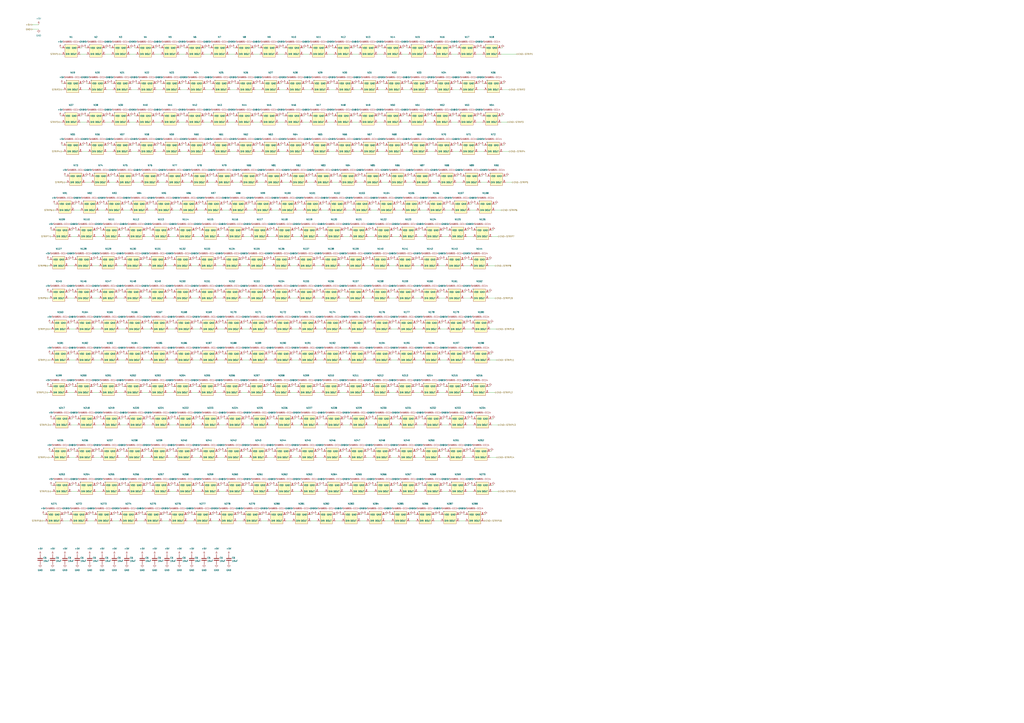
<source format=kicad_sch>
(kicad_sch (version 20230121) (generator eeschema)
  (paper "A1")
  (title_block (title "RGB LED Matrix Input Module") (date "2023-08-27") (rev "2") (company "Joseph Schroedl") (comment 1 "joe.schroedl@outlook.com") (comment 2 "https://github.com/corndog2000"))
  (lib_symbols
    (symbol "Device:C" (pin_numbers hide) (pin_names (offset 0.254))
      (property "Reference" "C" (at 0.635 2.54 0))
      (property "Value" "C" (at 0.635 -2.54 0))
      (symbol "C_1_1"
        (pin passive line (at 0 3.81 270) (length 2.794) (name "~") (number "1"))
        (pin passive line (at 0 -3.81 90) (length 2.794) (name "~") (number "2"))
      )
    )
    (symbol "SymbolLibrary:SK6805-EC14"
      (property "Reference" "N" (at 5.08 5.08 0))
      (symbol "SK6805-EC14_1_1"
        (text "SK6805-EC14" (at 5.08 2.54 0) (effects (font (size 1.27 1.27))))
        (pin power_in line (at -2.54 -2.54 0) (length 2.54) (name "VDD") (number "1"))
        (pin output line (at 12.7 -7.62 180) (length 2.54) (name "DOUT") (number "2"))
        (pin power_in line (at 12.7 -2.54 180) (length 2.54) (name "GND") (number "3"))
        (pin input line (at -2.54 -7.62 0) (length 2.54) (name "DIN") (number "4"))
      )
    )
    (symbol "power:+5V" (power) (pin_names (offset 0))
      (property "Value" "+5V" (at 0 3.556 0))
      (symbol "+5V_1_1"
        (pin power_in line (at 0 0 90) (length 0) hide (name "+5V") (number "1"))
      )
    )
    (symbol "power:GND" (power) (pin_names (offset 0))
      (property "Value" "GND" (at 0 -3.81 0))
      (symbol "GND_1_1"
        (pin power_in line (at 0 0 270) (length 0) hide (name "GND") (number "1"))
      )
    )
  )
  (wire (pts (xy 218.44 218.44) (xy 223.52 218.44)))
  (wire (pts (xy 198.12 317.5) (xy 199.39 317.5)))
  (wire (pts (xy 382.27 290.83) (xy 383.54 290.83)))
  (wire (pts (xy 396.24 119.38) (xy 397.51 119.38)))
  (wire (pts (xy 285.75 344.17) (xy 287.02 344.17)))
  (wire (pts (xy 402.59 265.43) (xy 403.86 265.43)))
  (wire (pts (xy 220.98 344.17) (xy 222.25 344.17)))
  (wire (pts (xy 39.37 317.5) (xy 40.64 317.5)))
  (wire (pts (xy 41.91 344.17) (xy 43.18 344.17)))
  (wire (pts (xy 248.92 100.33) (xy 254 100.33)))
  (wire (pts (xy 229.87 73.66) (xy 234.95 73.66)))
  (wire (pts (xy 69.85 144.78) (xy 71.12 144.78)))
  (wire (pts (xy 303.53 317.5) (xy 304.8 317.5)))
  (wire (pts (xy 180.34 194.31) (xy 185.42 194.31)))
  (wire (pts (xy 118.11 295.91) (xy 123.19 295.91)))
  (wire (pts (xy 213.36 68.58) (xy 214.63 68.58)))
  (wire (pts (xy 302.26 194.31) (xy 307.34 194.31)))
  (wire (pts (xy 285.75 189.23) (xy 287.02 189.23)))
  (wire (pts (xy 138.43 295.91) (xy 143.51 295.91)))
  (wire (pts (xy 261.62 349.25) (xy 266.7 349.25)))
  (wire (pts (xy 321.31 295.91) (xy 326.39 295.91)))
  (wire (pts (xy 116.84 240.03) (xy 118.11 240.03)))
  (wire (pts (xy 180.34 344.17) (xy 181.61 344.17)))
  (wire (pts (xy 60.96 172.72) (xy 66.04 172.72)))
  (wire (pts (xy 224.79 344.17) (xy 226.06 344.17)))
  (wire (pts (xy 302.26 349.25) (xy 307.34 349.25)))
  (wire (pts (xy 212.09 95.25) (xy 213.36 95.25)))
  (wire (pts (xy 382.27 295.91) (xy 387.35 295.91)))
  (wire (pts (xy 247.65 167.64) (xy 248.92 167.64)))
  (wire (pts (xy 218.44 317.5) (xy 219.71 317.5)))
  (wire (pts (xy 203.2 167.64) (xy 204.47 167.64)))
  (wire (pts (xy 335.28 119.38) (xy 336.55 119.38)))
  (wire (pts (xy 326.39 189.23) (xy 327.66 189.23)))
  (wire (pts (xy 223.52 172.72) (xy 228.6 172.72)))
  (wire (pts (xy 134.62 144.78) (xy 135.89 144.78)))
  (wire (pts (xy 361.95 270.51) (xy 367.03 270.51)))
  (wire (pts (xy 280.67 370.84) (xy 281.94 370.84)))
  (wire (pts (xy 377.19 422.91) (xy 378.46 422.91)))
  (wire (pts (xy 274.32 119.38) (xy 275.59 119.38)))
  (wire (pts (xy 392.43 119.38) (xy 393.7 119.38)))
  (wire (pts (xy 402.59 270.51) (xy 407.67 270.51)))
  (wire (pts (xy 238.76 317.5) (xy 240.03 317.5)))
  (wire (pts (xy 367.03 344.17) (xy 368.3 344.17)))
  (wire (pts (xy 223.52 167.64) (xy 224.79 167.64)))
  (wire (pts (xy 401.32 218.44) (xy 406.4 218.44)))
  (wire (pts (xy 262.89 240.03) (xy 264.16 240.03)))
  (wire (pts (xy 322.58 398.78) (xy 323.85 398.78)))
  (wire (pts (xy 356.87 422.91) (xy 358.14 422.91)))
  (wire (pts (xy 142.24 167.64) (xy 143.51 167.64)))
  (wire (pts (xy 101.6 167.64) (xy 102.87 167.64)))
  (wire (pts (xy 342.9 194.31) (xy 347.98 194.31)))
  (wire (pts (xy 142.24 172.72) (xy 147.32 172.72)))
  (wire (pts (xy 110.49 95.25) (xy 111.76 95.25)))
  (wire (pts (xy 381 245.11) (xy 386.08 245.11)))
  (wire (pts (xy 111.76 119.38) (xy 113.03 119.38)))
  (wire (pts (xy 53.34 144.78) (xy 54.61 144.78)))
  (wire (pts (xy 300.99 270.51) (xy 306.07 270.51)))
  (wire (pts (xy 113.03 427.99) (xy 118.11 427.99)))
  (wire (pts (xy 138.43 265.43) (xy 139.7 265.43)))
  (wire (pts (xy 182.88 370.84) (xy 184.15 370.84)))
  (wire (pts (xy 118.11 375.92) (xy 123.19 375.92)))
  (wire (pts (xy 374.65 95.25) (xy 375.92 95.25)))
  (wire (pts (xy 203.2 370.84) (xy 204.47 370.84)))
  (wire (pts (xy 163.83 398.78) (xy 165.1 398.78)))
  (wire (pts (xy 123.19 189.23) (xy 124.46 189.23)))
  (wire (pts (xy 300.99 375.92) (xy 306.07 375.92)))
  (wire (pts (xy 162.56 265.43) (xy 163.83 265.43)))
  (wire (pts (xy 340.36 218.44) (xy 345.44 218.44)))
  (wire (pts (xy 403.86 403.86) (xy 408.94 403.86)))
  (wire (pts (xy 381 240.03) (xy 382.27 240.03)))
  (wire (pts (xy 91.44 68.58) (xy 92.71 68.58)))
  (wire (pts (xy 96.52 422.91) (xy 97.79 422.91)))
  (wire (pts (xy 78.74 398.78) (xy 80.01 398.78)))
  (wire (pts (xy 245.11 189.23) (xy 246.38 189.23)))
  (wire (pts (xy 240.03 265.43) (xy 241.3 265.43)))
  (wire (pts (xy 320.04 322.58) (xy 325.12 322.58)))
  (wire (pts (xy 300.99 290.83) (xy 302.26 290.83)))
  (wire (pts (xy 59.69 240.03) (xy 60.96 240.03)))
  (wire (pts (xy 375.92 68.58) (xy 377.19 68.58)))
  (wire (pts (xy 354.33 149.86) (xy 359.41 149.86)))
  (wire (pts (xy 309.88 44.45) (xy 314.96 44.45)))
  (wire (pts (xy 208.28 39.37) (xy 209.55 39.37)))
  (wire (pts (xy 351.79 119.38) (xy 353.06 119.38)))
  (wire (pts (xy 143.51 344.17) (xy 144.78 344.17)))
  (wire (pts (xy 391.16 44.45) (xy 396.24 44.45)))
  (wire (pts (xy 299.72 240.03) (xy 300.99 240.03)))
  (wire (pts (xy 147.32 39.37) (xy 148.59 39.37)))
  (wire (pts (xy 57.15 295.91) (xy 62.23 295.91)))
  (wire (pts (xy 223.52 265.43) (xy 224.79 265.43)))
  (wire (pts (xy 384.81 213.36) (xy 386.08 213.36)))
  (wire (pts (xy 147.32 100.33) (xy 152.4 100.33)))
  (wire (pts (xy 179.07 290.83) (xy 180.34 290.83)))
  (wire (pts (xy 137.16 213.36) (xy 138.43 213.36)))
  (wire (pts (xy 49.53 44.45) (xy 50.8 44.45)))
  (wire (pts (xy 118.11 370.84) (xy 119.38 370.84)))
  (wire (pts (xy 280.67 290.83) (xy 281.94 290.83)))
  (wire (pts (xy 200.66 194.31) (xy 205.74 194.31)))
  (wire (pts (xy 364.49 317.5) (xy 365.76 317.5)))
  (wire (pts (xy 398.78 144.78) (xy 400.05 144.78)))
  (wire (pts (xy 386.08 290.83) (xy 387.35 290.83)))
  (wire (pts (xy 374.65 144.78) (xy 375.92 144.78)))
  (wire (pts (xy 58.42 403.86) (xy 63.5 403.86)))
  (wire (pts (xy 100.33 317.5) (xy 101.6 317.5)))
  (wire (pts (xy 187.96 39.37) (xy 189.23 39.37)))
  (wire (pts (xy 76.2 322.58) (xy 81.28 322.58)))
  (wire (pts (xy 281.94 403.86) (xy 287.02 403.86)))
  (wire (pts (xy 321.31 370.84) (xy 322.58 370.84)))
  (wire (pts (xy 50.8 73.66) (xy 52.07 73.66)))
  (wire (pts (xy 325.12 290.83) (xy 326.39 290.83)))
  (wire (pts (xy 360.68 317.5) (xy 361.95 317.5)))
  (wire (pts (xy 151.13 144.78) (xy 152.4 144.78)))
  (wire (pts (xy 351.79 124.46) (xy 356.87 124.46)))
  (wire (pts (xy 335.28 68.58) (xy 336.55 68.58)))
  (wire (pts (xy 360.68 213.36) (xy 361.95 213.36)))
  (wire (pts (xy 175.26 144.78) (xy 176.53 144.78)))
  (wire (pts (xy 381 213.36) (xy 382.27 213.36)))
  (wire (pts (xy 269.24 39.37) (xy 270.51 39.37)))
  (wire (pts (xy 325.12 370.84) (xy 326.39 370.84)))
  (wire (pts (xy 40.64 375.92) (xy 41.91 375.92)))
  (wire (pts (xy 119.38 189.23) (xy 120.65 189.23)))
  (wire (pts (xy 40.64 295.91) (xy 41.91 295.91)))
  (wire (pts (xy 295.91 422.91) (xy 297.18 422.91)))
  (wire (pts (xy 238.76 245.11) (xy 243.84 245.11)))
  (wire (pts (xy 361.95 370.84) (xy 363.22 370.84)))
  (wire (pts (xy 336.55 422.91) (xy 337.82 422.91)))
  (wire (pts (xy 354.33 144.78) (xy 355.6 144.78)))
  (wire (pts (xy 394.97 144.78) (xy 396.24 144.78)))
  (wire (pts (xy 360.68 218.44) (xy 365.76 218.44)))
  (wire (pts (xy 259.08 322.58) (xy 264.16 322.58)))
  (wire (pts (xy 77.47 265.43) (xy 78.74 265.43)))
  (wire (pts (xy 411.48 95.25) (xy 412.75 95.25)))
  (wire (pts (xy 69.85 95.25) (xy 71.12 95.25)))
  (wire (pts (xy 162.56 167.64) (xy 163.83 167.64)))
  (wire (pts (xy 162.56 290.83) (xy 163.83 290.83)))
  (wire (pts (xy 260.35 290.83) (xy 261.62 290.83)))
  (wire (pts (xy 119.38 194.31) (xy 124.46 194.31)))
  (wire (pts (xy 167.64 39.37) (xy 168.91 39.37)))
  (wire (pts (xy 179.07 375.92) (xy 184.15 375.92)))
  (wire (pts (xy 238.76 213.36) (xy 240.03 213.36)))
  (wire (pts (xy 238.76 422.91) (xy 240.03 422.91)))
  (wire (pts (xy 151.13 39.37) (xy 152.4 39.37)))
  (wire (pts (xy 39.37 240.03) (xy 40.64 240.03)))
  (wire (pts (xy 233.68 119.38) (xy 234.95 119.38)))
  (wire (pts (xy 340.36 213.36) (xy 341.63 213.36)))
  (wire (pts (xy 60.96 290.83) (xy 62.23 290.83)))
  (wire (pts (xy 80.01 317.5) (xy 81.28 317.5)))
  (wire (pts (xy 199.39 270.51) (xy 204.47 270.51)))
  (wire (pts (xy 130.81 144.78) (xy 132.08 144.78)))
  (wire (pts (xy 220.98 403.86) (xy 226.06 403.86)))
  (wire (pts (xy 191.77 95.25) (xy 193.04 95.25)))
  (wire (pts (xy 260.35 295.91) (xy 265.43 295.91)))
  (wire (pts (xy 322.58 349.25) (xy 327.66 349.25)))
  (wire (pts (xy 259.08 213.36) (xy 260.35 213.36)))
  (wire (pts (xy 415.29 144.78) (xy 416.56 144.78)))
  (wire (pts (xy 330.2 95.25) (xy 331.47 95.25)))
  (wire (pts (xy 72.39 422.91) (xy 73.66 422.91)))
  (wire (pts (xy 76.2 218.44) (xy 81.28 218.44)))
  (wire (pts (xy 133.35 427.99) (xy 138.43 427.99)))
  (wire (pts (xy 345.44 167.64) (xy 346.71 167.64)))
  (wire (pts (xy 200.66 403.86) (xy 205.74 403.86)))
  (wire (pts (xy 153.67 422.91) (xy 154.94 422.91)))
  (wire (pts (xy 151.13 149.86) (xy 156.21 149.86)))
  (wire (pts (xy 334.01 149.86) (xy 339.09 149.86)))
  (wire (pts (xy 279.4 422.91) (xy 280.67 422.91)))
  (wire (pts (xy 281.94 344.17) (xy 283.21 344.17)))
  (wire (pts (xy 243.84 370.84) (xy 245.11 370.84)))
  (wire (pts (xy 299.72 322.58) (xy 304.8 322.58)))
  (wire (pts (xy 279.4 240.03) (xy 280.67 240.03)))
  (wire (pts (xy 270.51 73.66) (xy 275.59 73.66)))
  (wire (pts (xy 403.86 349.25) (xy 408.94 349.25)))
  (wire (pts (xy 55.88 213.36) (xy 57.15 213.36)))
  (wire (pts (xy 140.97 240.03) (xy 142.24 240.03)))
  (wire (pts (xy 127 95.25) (xy 128.27 95.25)))
  (wire (pts (xy 383.54 344.17) (xy 384.81 344.17)))
  (wire (pts (xy 219.71 295.91) (xy 224.79 295.91)))
  (wire (pts (xy 35.56 427.99) (xy 36.83 427.99)))
  (wire (pts (xy 331.47 119.38) (xy 332.74 119.38)))
  (wire (pts (xy 209.55 68.58) (xy 210.82 68.58)))
  (wire (pts (xy 120.65 317.5) (xy 121.92 317.5)))
  (wire (pts (xy 290.83 124.46) (xy 295.91 124.46)))
  (wire (pts (xy 322.58 194.31) (xy 327.66 194.31)))
  (wire (pts (xy 81.28 370.84) (xy 82.55 370.84)))
  (wire (pts (xy 100.33 240.03) (xy 101.6 240.03)))
  (wire (pts (xy 273.05 39.37) (xy 274.32 39.37)))
  (wire (pts (xy 295.91 427.99) (xy 300.99 427.99)))
  (wire (pts (xy 397.51 422.91) (xy 398.78 422.91)))
  (wire (pts (xy 311.15 124.46) (xy 316.23 124.46)))
  (wire (pts (xy 340.36 422.91) (xy 341.63 422.91)))
  (wire (pts (xy 274.32 68.58) (xy 275.59 68.58)))
  (wire (pts (xy 171.45 144.78) (xy 172.72 144.78)))
  (wire (pts (xy 55.88 422.91) (xy 57.15 422.91)))
  (wire (pts (xy 39.37 245.11) (xy 40.64 245.11)))
  (wire (pts (xy 248.92 95.25) (xy 250.19 95.25)))
  (wire (pts (xy 304.8 172.72) (xy 309.88 172.72)))
  (wire (pts (xy 121.92 172.72) (xy 127 172.72)))
  (wire (pts (xy 372.11 68.58) (xy 373.38 68.58)))
  (wire (pts (xy 214.63 427.99) (xy 219.71 427.99)))
  (wire (pts (xy 322.58 344.17) (xy 323.85 344.17)))
  (wire (pts (xy 290.83 119.38) (xy 292.1 119.38)))
  (wire (pts (xy 64.77 167.64) (xy 66.04 167.64)))
  (wire (pts (xy 261.62 398.78) (xy 262.89 398.78)))
  (wire (pts (xy 289.56 39.37) (xy 290.83 39.37)))
  (wire (pts (xy 90.17 39.37) (xy 91.44 39.37)))
  (wire (pts (xy 180.34 349.25) (xy 185.42 349.25)))
  (wire (pts (xy 87.63 119.38) (xy 88.9 119.38)))
  (wire (pts (xy 107.95 73.66) (xy 113.03 73.66)))
  (wire (pts (xy 99.06 194.31) (xy 104.14 194.31)))
  (wire (pts (xy 215.9 144.78) (xy 217.17 144.78)))
  (wire (pts (xy 208.28 44.45) (xy 213.36 44.45)))
  (wire (pts (xy 55.88 317.5) (xy 57.15 317.5)))
  (wire (pts (xy 367.03 398.78) (xy 368.3 398.78)))
  (wire (pts (xy 222.25 213.36) (xy 223.52 213.36)))
  (wire (pts (xy 284.48 370.84) (xy 285.75 370.84)))
  (wire (pts (xy 325.12 265.43) (xy 326.39 265.43)))
  (wire (pts (xy 147.32 44.45) (xy 152.4 44.45)))
  (wire (pts (xy 325.12 172.72) (xy 330.2 172.72)))
  (wire (pts (xy 264.16 265.43) (xy 265.43 265.43)))
  (wire (pts (xy 228.6 39.37) (xy 229.87 39.37)))
  (wire (pts (xy 59.69 317.5) (xy 60.96 317.5)))
  (wire (pts (xy 82.55 189.23) (xy 83.82 189.23)))
  (wire (pts (xy 187.96 100.33) (xy 193.04 100.33)))
  (wire (pts (xy 67.31 119.38) (xy 68.58 119.38)))
  (wire (pts (xy 279.4 213.36) (xy 280.67 213.36)))
  (wire (pts (xy 242.57 317.5) (xy 243.84 317.5)))
  (wire (pts (xy 199.39 370.84) (xy 200.66 370.84)))
  (wire (pts (xy 67.31 124.46) (xy 72.39 124.46)))
  (wire (pts (xy 255.27 427.99) (xy 260.35 427.99)))
  (wire (pts (xy 356.87 427.99) (xy 361.95 427.99)))
  (wire (pts (xy 381 322.58) (xy 386.08 322.58)))
  (wire (pts (xy 411.48 100.33) (xy 416.56 100.33)))
  (wire (pts (xy 342.9 349.25) (xy 347.98 349.25)))
  (wire (pts (xy 252.73 149.86) (xy 257.81 149.86)))
  (wire (pts (xy 96.52 240.03) (xy 97.79 240.03)))
  (wire (pts (xy 245.11 398.78) (xy 246.38 398.78)))
  (wire (pts (xy 132.08 119.38) (xy 133.35 119.38)))
  (wire (pts (xy 120.65 240.03) (xy 121.92 240.03)))
  (wire (pts (xy 336.55 427.99) (xy 341.63 427.99)))
  (wire (pts (xy 118.11 265.43) (xy 119.38 265.43)))
  (wire (pts (xy 245.11 344.17) (xy 246.38 344.17)))
  (wire (pts (xy 370.84 44.45) (xy 375.92 44.45)))
  (wire (pts (xy 198.12 245.11) (xy 203.2 245.11)))
  (wire (pts (xy 234.95 427.99) (xy 240.03 427.99)))
  (wire (pts (xy 143.51 189.23) (xy 144.78 189.23)))
  (wire (pts (xy 349.25 167.64) (xy 350.52 167.64)))
  (wire (pts (xy 218.44 322.58) (xy 223.52 322.58)))
  (wire (pts (xy 172.72 119.38) (xy 173.99 119.38)))
  (wire (pts (xy 187.96 95.25) (xy 189.23 95.25)))
  (wire (pts (xy 142.24 290.83) (xy 143.51 290.83)))
  (wire (pts (xy 171.45 95.25) (xy 172.72 95.25)))
  (wire (pts (xy 96.52 322.58) (xy 101.6 322.58)))
  (wire (pts (xy 394.97 39.37) (xy 396.24 39.37)))
  (wire (pts (xy 130.81 149.86) (xy 135.89 149.86)))
  (wire (pts (xy 218.44 422.91) (xy 219.71 422.91)))
  (wire (pts (xy 342.9 403.86) (xy 347.98 403.86)))
  (wire (pts (xy 67.31 68.58) (xy 68.58 68.58)))
  (wire (pts (xy 62.23 398.78) (xy 63.5 398.78)))
  (wire (pts (xy 321.31 290.83) (xy 322.58 290.83)))
  (wire (pts (xy 161.29 213.36) (xy 162.56 213.36)))
  (wire (pts (xy 260.35 370.84) (xy 261.62 370.84)))
  (wire (pts (xy 58.42 194.31) (xy 63.5 194.31)))
  (wire (pts (xy 66.04 39.37) (xy 67.31 39.37)))
  (wire (pts (xy 365.76 370.84) (xy 367.03 370.84)))
  (wire (pts (xy 182.88 167.64) (xy 184.15 167.64)))
  (wire (pts (xy 148.59 68.58) (xy 149.86 68.58)))
  (wire (pts (xy 233.68 68.58) (xy 234.95 68.58)))
  (wire (pts (xy 77.47 295.91) (xy 82.55 295.91)))
  (wire (pts (xy 78.74 403.86) (xy 83.82 403.86)))
  (wire (pts (xy 110.49 39.37) (xy 111.76 39.37)))
  (wire (pts (xy 157.48 422.91) (xy 158.75 422.91)))
  (wire (pts (xy 142.24 370.84) (xy 143.51 370.84)))
  (wire (pts (xy 139.7 189.23) (xy 140.97 189.23)))
  (wire (pts (xy 182.88 265.43) (xy 184.15 265.43)))
  (wire (pts (xy 377.19 427.99) (xy 382.27 427.99)))
  (wire (pts (xy 229.87 124.46) (xy 234.95 124.46)))
  (wire (pts (xy 157.48 245.11) (xy 162.56 245.11)))
  (wire (pts (xy 350.52 95.25) (xy 351.79 95.25)))
  (wire (pts (xy 76.2 317.5) (xy 77.47 317.5)))
  (wire (pts (xy 370.84 39.37) (xy 372.11 39.37)))
  (wire (pts (xy 200.66 349.25) (xy 205.74 349.25)))
  (wire (pts (xy 256.54 144.78) (xy 257.81 144.78)))
  (wire (pts (xy 153.67 427.99) (xy 158.75 427.99)))
  (wire (pts (xy 93.98 144.78) (xy 95.25 144.78)))
  (wire (pts (xy 311.15 119.38) (xy 312.42 119.38)))
  (wire (pts (xy 142.24 265.43) (xy 143.51 265.43)))
  (wire (pts (xy 58.42 349.25) (xy 63.5 349.25)))
  (wire (pts (xy 66.04 95.25) (xy 67.31 95.25)))
  (wire (pts (xy 261.62 189.23) (xy 262.89 189.23)))
  (wire (pts (xy 391.16 100.33) (xy 396.24 100.33)))
  (wire (pts (xy 320.04 317.5) (xy 321.31 317.5)))
  (wire (pts (xy 284.48 265.43) (xy 285.75 265.43)))
  (wire (pts (xy 26.67 20.32) (xy 31.75 20.32)))
  (wire (pts (xy 309.88 95.25) (xy 311.15 95.25)))
  (wire (pts (xy 204.47 344.17) (xy 205.74 344.17)))
  (wire (pts (xy 265.43 344.17) (xy 266.7 344.17)))
  (wire (pts (xy 40.64 370.84) (xy 41.91 370.84)))
  (wire (pts (xy 346.71 344.17) (xy 347.98 344.17)))
  (wire (pts (xy 412.75 119.38) (xy 414.02 119.38)))
  (wire (pts (xy 127 39.37) (xy 128.27 39.37)))
  (wire (pts (xy 346.71 189.23) (xy 347.98 189.23)))
  (wire (pts (xy 200.66 344.17) (xy 201.93 344.17)))
  (wire (pts (xy 116.84 322.58) (xy 121.92 322.58)))
  (wire (pts (xy 264.16 370.84) (xy 265.43 370.84)))
  (wire (pts (xy 41.91 398.78) (xy 43.18 398.78)))
  (wire (pts (xy 260.35 265.43) (xy 261.62 265.43)))
  (wire (pts (xy 331.47 68.58) (xy 332.74 68.58)))
  (wire (pts (xy 57.15 290.83) (xy 58.42 290.83)))
  (wire (pts (xy 240.03 375.92) (xy 245.11 375.92)))
  (wire (pts (xy 384.81 240.03) (xy 386.08 240.03)))
  (wire (pts (xy 81.28 290.83) (xy 82.55 290.83)))
  (wire (pts (xy 345.44 290.83) (xy 346.71 290.83)))
  (wire (pts (xy 372.11 124.46) (xy 377.19 124.46)))
  (wire (pts (xy 284.48 172.72) (xy 289.56 172.72)))
  (wire (pts (xy 280.67 270.51) (xy 285.75 270.51)))
  (wire (pts (xy 331.47 73.66) (xy 336.55 73.66)))
  (wire (pts (xy 401.32 245.11) (xy 406.4 245.11)))
  (wire (pts (xy 132.08 68.58) (xy 133.35 68.58)))
  (wire (pts (xy 157.48 213.36) (xy 158.75 213.36)))
  (wire (pts (xy 87.63 73.66) (xy 92.71 73.66)))
  (wire (pts (xy 184.15 344.17) (xy 185.42 344.17)))
  (wire (pts (xy 234.95 422.91) (xy 236.22 422.91)))
  (wire (pts (xy 236.22 144.78) (xy 237.49 144.78)))
  (wire (pts (xy 177.8 422.91) (xy 179.07 422.91)))
  (wire (pts (xy 386.08 370.84) (xy 387.35 370.84)))
  (wire (pts (xy 191.77 144.78) (xy 193.04 144.78)))
  (wire (pts (xy 351.79 68.58) (xy 353.06 68.58)))
  (wire (pts (xy 116.84 213.36) (xy 118.11 213.36)))
  (wire (pts (xy 72.39 427.99) (xy 77.47 427.99)))
  (wire (pts (xy 284.48 167.64) (xy 285.75 167.64)))
  (wire (pts (xy 186.69 167.64) (xy 187.96 167.64)))
  (wire (pts (xy 44.45 167.64) (xy 45.72 167.64)))
  (wire (pts (xy 49.53 39.37) (xy 50.8 39.37)))
  (wire (pts (xy 297.18 144.78) (xy 298.45 144.78)))
  (wire (pts (xy 382.27 265.43) (xy 383.54 265.43)))
  (wire (pts (xy 302.26 189.23) (xy 303.53 189.23)))
  (wire (pts (xy 261.62 194.31) (xy 266.7 194.31)))
  (wire (pts (xy 86.36 44.45) (xy 91.44 44.45)))
  (wire (pts (xy 238.76 218.44) (xy 243.84 218.44)))
  (wire (pts (xy 119.38 349.25) (xy 124.46 349.25)))
  (wire (pts (xy 101.6 265.43) (xy 102.87 265.43)))
  (wire (pts (xy 179.07 370.84) (xy 180.34 370.84)))
  (wire (pts (xy 306.07 189.23) (xy 307.34 189.23)))
  (wire (pts (xy 179.07 270.51) (xy 184.15 270.51)))
  (wire (pts (xy 148.59 73.66) (xy 153.67 73.66)))
  (wire (pts (xy 137.16 322.58) (xy 142.24 322.58)))
  (wire (pts (xy 128.27 119.38) (xy 129.54 119.38)))
  (wire (pts (xy 241.3 344.17) (xy 242.57 344.17)))
  (wire (pts (xy 66.04 44.45) (xy 71.12 44.45)))
  (wire (pts (xy 372.11 119.38) (xy 373.38 119.38)))
  (wire (pts (xy 76.2 245.11) (xy 81.28 245.11)))
  (wire (pts (xy 224.79 189.23) (xy 226.06 189.23)))
  (wire (pts (xy 241.3 398.78) (xy 242.57 398.78)))
  (wire (pts (xy 275.59 427.99) (xy 280.67 427.99)))
  (wire (pts (xy 326.39 344.17) (xy 327.66 344.17)))
  (wire (pts (xy 361.95 295.91) (xy 367.03 295.91)))
  (wire (pts (xy 57.15 265.43) (xy 58.42 265.43)))
  (wire (pts (xy 71.12 68.58) (xy 72.39 68.58)))
  (wire (pts (xy 49.53 95.25) (xy 50.8 95.25)))
  (wire (pts (xy 320.04 218.44) (xy 325.12 218.44)))
  (wire (pts (xy 262.89 317.5) (xy 264.16 317.5)))
  (wire (pts (xy 214.63 422.91) (xy 215.9 422.91)))
  (wire (pts (xy 53.34 149.86) (xy 54.61 149.86)))
  (wire (pts (xy 383.54 403.86) (xy 388.62 403.86)))
  (wire (pts (xy 184.15 189.23) (xy 185.42 189.23)))
  (wire (pts (xy 281.94 189.23) (xy 283.21 189.23)))
  (wire (pts (xy 168.91 124.46) (xy 173.99 124.46)))
  (wire (pts (xy 138.43 270.51) (xy 143.51 270.51)))
  (wire (pts (xy 97.79 370.84) (xy 99.06 370.84)))
  (wire (pts (xy 294.64 119.38) (xy 295.91 119.38)))
  (wire (pts (xy 252.73 39.37) (xy 254 39.37)))
  (wire (pts (xy 76.2 422.91) (xy 77.47 422.91)))
  (wire (pts (xy 314.96 68.58) (xy 316.23 68.58)))
  (wire (pts (xy 269.24 100.33) (xy 274.32 100.33)))
  (wire (pts (xy 220.98 349.25) (xy 226.06 349.25)))
  (wire (pts (xy 402.59 290.83) (xy 403.86 290.83)))
  (wire (pts (xy 212.09 149.86) (xy 217.17 149.86)))
  (wire (pts (xy 342.9 344.17) (xy 344.17 344.17)))
  (wire (pts (xy 228.6 44.45) (xy 233.68 44.45)))
  (wire (pts (xy 167.64 100.33) (xy 172.72 100.33)))
  (wire (pts (xy 199.39 265.43) (xy 200.66 265.43)))
  (wire (pts (xy 147.32 95.25) (xy 148.59 95.25)))
  (wire (pts (xy 365.76 265.43) (xy 367.03 265.43)))
  (wire (pts (xy 228.6 95.25) (xy 229.87 95.25)))
  (wire (pts (xy 361.95 290.83) (xy 363.22 290.83)))
  (wire (pts (xy 123.19 398.78) (xy 124.46 398.78)))
  (wire (pts (xy 71.12 119.38) (xy 72.39 119.38)))
  (wire (pts (xy 203.2 265.43) (xy 204.47 265.43)))
  (wire (pts (xy 172.72 68.58) (xy 173.99 68.58)))
  (wire (pts (xy 267.97 167.64) (xy 269.24 167.64)))
  (wire (pts (xy 212.09 39.37) (xy 213.36 39.37)))
  (wire (pts (xy 90.17 144.78) (xy 91.44 144.78)))
  (wire (pts (xy 189.23 124.46) (xy 194.31 124.46)))
  (wire (pts (xy 127 44.45) (xy 132.08 44.45)))
  (wire (pts (xy 361.95 265.43) (xy 363.22 265.43)))
  (wire (pts (xy 250.19 73.66) (xy 255.27 73.66)))
  (wire (pts (xy 168.91 68.58) (xy 170.18 68.58)))
  (wire (pts (xy 116.84 422.91) (xy 118.11 422.91)))
  (wire (pts (xy 273.05 95.25) (xy 274.32 95.25)))
  (wire (pts (xy 157.48 322.58) (xy 162.56 322.58)))
  (wire (pts (xy 128.27 124.46) (xy 133.35 124.46)))
  (wire (pts (xy 317.5 144.78) (xy 318.77 144.78)))
  (wire (pts (xy 97.79 295.91) (xy 102.87 295.91)))
  (wire (pts (xy 394.97 95.25) (xy 396.24 95.25)))
  (wire (pts (xy 137.16 245.11) (xy 142.24 245.11)))
  (wire (pts (xy 363.22 349.25) (xy 368.3 349.25)))
  (wire (pts (xy 341.63 290.83) (xy 342.9 290.83)))
  (wire (pts (xy 201.93 317.5) (xy 203.2 317.5)))
  (wire (pts (xy 280.67 375.92) (xy 285.75 375.92)))
  (wire (pts (xy 284.48 290.83) (xy 285.75 290.83)))
  (wire (pts (xy 313.69 95.25) (xy 314.96 95.25)))
  (wire (pts (xy 194.31 422.91) (xy 195.58 422.91)))
  (wire (pts (xy 60.96 370.84) (xy 62.23 370.84)))
  (wire (pts (xy 323.85 213.36) (xy 325.12 213.36)))
  (wire (pts (xy 92.71 422.91) (xy 93.98 422.91)))
  (wire (pts (xy 57.15 375.92) (xy 62.23 375.92)))
  (wire (pts (xy 412.75 124.46) (xy 417.83 124.46)))
  (wire (pts (xy 137.16 240.03) (xy 138.43 240.03)))
  (wire (pts (xy 302.26 403.86) (xy 307.34 403.86)))
  (wire (pts (xy 198.12 213.36) (xy 199.39 213.36)))
  (wire (pts (xy 204.47 398.78) (xy 205.74 398.78)))
  (wire (pts (xy 281.94 194.31) (xy 287.02 194.31)))
  (wire (pts (xy 252.73 95.25) (xy 254 95.25)))
  (wire (pts (xy 184.15 398.78) (xy 185.42 398.78)))
  (wire (pts (xy 198.12 322.58) (xy 203.2 322.58)))
  (wire (pts (xy 139.7 349.25) (xy 144.78 349.25)))
  (wire (pts (xy 118.11 290.83) (xy 119.38 290.83)))
  (wire (pts (xy 280.67 295.91) (xy 285.75 295.91)))
  (wire (pts (xy 125.73 167.64) (xy 127 167.64)))
  (wire (pts (xy 302.26 398.78) (xy 303.53 398.78)))
  (wire (pts (xy 162.56 172.72) (xy 167.64 172.72)))
  (wire (pts (xy 219.71 370.84) (xy 220.98 370.84)))
  (wire (pts (xy 101.6 370.84) (xy 102.87 370.84)))
  (wire (pts (xy 340.36 240.03) (xy 341.63 240.03)))
  (wire (pts (xy 41.91 349.25) (xy 43.18 349.25)))
  (wire (pts (xy 39.37 218.44) (xy 40.64 218.44)))
  (wire (pts (xy 50.8 68.58) (xy 52.07 68.58)))
  (wire (pts (xy 35.56 422.91) (xy 36.83 422.91)))
  (wire (pts (xy 222.25 317.5) (xy 223.52 317.5)))
  (wire (pts (xy 121.92 167.64) (xy 123.19 167.64)))
  (wire (pts (xy 177.8 245.11) (xy 182.88 245.11)))
  (wire (pts (xy 303.53 213.36) (xy 304.8 213.36)))
  (wire (pts (xy 342.9 189.23) (xy 344.17 189.23)))
  (wire (pts (xy 101.6 172.72) (xy 106.68 172.72)))
  (wire (pts (xy 350.52 44.45) (xy 355.6 44.45)))
  (wire (pts (xy 49.53 100.33) (xy 50.8 100.33)))
  (wire (pts (xy 189.23 119.38) (xy 190.5 119.38)))
  (wire (pts (xy 311.15 73.66) (xy 316.23 73.66)))
  (wire (pts (xy 55.88 218.44) (xy 60.96 218.44)))
  (wire (pts (xy 401.32 240.03) (xy 402.59 240.03)))
  (wire (pts (xy 96.52 317.5) (xy 97.79 317.5)))
  (wire (pts (xy 97.79 270.51) (xy 102.87 270.51)))
  (wire (pts (xy 238.76 240.03) (xy 240.03 240.03)))
  (wire (pts (xy 44.45 172.72) (xy 45.72 172.72)))
  (wire (pts (xy 209.55 119.38) (xy 210.82 119.38)))
  (wire (pts (xy 382.27 375.92) (xy 387.35 375.92)))
  (wire (pts (xy 288.29 167.64) (xy 289.56 167.64)))
  (wire (pts (xy 158.75 270.51) (xy 163.83 270.51)))
  (wire (pts (xy 279.4 218.44) (xy 284.48 218.44)))
  (wire (pts (xy 96.52 245.11) (xy 101.6 245.11)))
  (wire (pts (xy 177.8 317.5) (xy 179.07 317.5)))
  (wire (pts (xy 76.2 240.03) (xy 77.47 240.03)))
  (wire (pts (xy 354.33 95.25) (xy 355.6 95.25)))
  (wire (pts (xy 383.54 194.31) (xy 388.62 194.31)))
  (wire (pts (xy 182.88 290.83) (xy 184.15 290.83)))
  (wire (pts (xy 121.92 265.43) (xy 123.19 265.43)))
  (wire (pts (xy 316.23 427.99) (xy 321.31 427.99)))
  (wire (pts (xy 118.11 270.51) (xy 123.19 270.51)))
  (wire (pts (xy 344.17 213.36) (xy 345.44 213.36)))
  (wire (pts (xy 281.94 398.78) (xy 283.21 398.78)))
  (wire (pts (xy 60.96 167.64) (xy 62.23 167.64)))
  (wire (pts (xy 289.56 95.25) (xy 290.83 95.25)))
  (wire (pts (xy 293.37 95.25) (xy 294.64 95.25)))
  (wire (pts (xy 140.97 317.5) (xy 142.24 317.5)))
  (wire (pts (xy 341.63 295.91) (xy 346.71 295.91)))
  (wire (pts (xy 265.43 189.23) (xy 266.7 189.23)))
  (wire (pts (xy 163.83 189.23) (xy 165.1 189.23)))
  (wire (pts (xy 255.27 422.91) (xy 256.54 422.91)))
  (wire (pts (xy 102.87 189.23) (xy 104.14 189.23)))
  (wire (pts (xy 160.02 194.31) (xy 165.1 194.31)))
  (wire (pts (xy 207.01 167.64) (xy 208.28 167.64)))
  (wire (pts (xy 229.87 119.38) (xy 231.14 119.38)))
  (wire (pts (xy 180.34 189.23) (xy 181.61 189.23)))
  (wire (pts (xy 209.55 73.66) (xy 214.63 73.66)))
  (wire (pts (xy 171.45 149.86) (xy 176.53 149.86)))
  (wire (pts (xy 262.89 213.36) (xy 264.16 213.36)))
  (wire (pts (xy 381 422.91) (xy 382.27 422.91)))
  (wire (pts (xy 299.72 218.44) (xy 304.8 218.44)))
  (wire (pts (xy 290.83 73.66) (xy 295.91 73.66)))
  (wire (pts (xy 201.93 213.36) (xy 203.2 213.36)))
  (wire (pts (xy 363.22 189.23) (xy 364.49 189.23)))
  (wire (pts (xy 375.92 119.38) (xy 377.19 119.38)))
  (wire (pts (xy 182.88 172.72) (xy 187.96 172.72)))
  (wire (pts (xy 340.36 317.5) (xy 341.63 317.5)))
  (wire (pts (xy 378.46 144.78) (xy 379.73 144.78)))
  (wire (pts (xy 309.88 39.37) (xy 311.15 39.37)))
  (wire (pts (xy 361.95 375.92) (xy 367.03 375.92)))
  (wire (pts (xy 355.6 68.58) (xy 356.87 68.58)))
  (wire (pts (xy 232.41 39.37) (xy 233.68 39.37)))
  (wire (pts (xy 238.76 322.58) (xy 243.84 322.58)))
  (wire (pts (xy 344.17 240.03) (xy 345.44 240.03)))
  (wire (pts (xy 383.54 398.78) (xy 384.81 398.78)))
  (wire (pts (xy 273.05 144.78) (xy 274.32 144.78)))
  (wire (pts (xy 320.04 213.36) (xy 321.31 213.36)))
  (wire (pts (xy 323.85 317.5) (xy 325.12 317.5)))
  (wire (pts (xy 394.97 149.86) (xy 400.05 149.86)))
  (wire (pts (xy 279.4 317.5) (xy 280.67 317.5)))
  (wire (pts (xy 326.39 398.78) (xy 327.66 398.78)))
  (wire (pts (xy 212.09 144.78) (xy 213.36 144.78)))
  (wire (pts (xy 116.84 245.11) (xy 121.92 245.11)))
  (wire (pts (xy 372.11 73.66) (xy 377.19 73.66)))
  (wire (pts (xy 77.47 290.83) (xy 78.74 290.83)))
  (wire (pts (xy 219.71 265.43) (xy 220.98 265.43)))
  (wire (pts (xy 391.16 39.37) (xy 392.43 39.37)))
  (wire (pts (xy 193.04 119.38) (xy 194.31 119.38)))
  (wire (pts (xy 242.57 240.03) (xy 243.84 240.03)))
  (wire (pts (xy 354.33 39.37) (xy 355.6 39.37)))
  (wire (pts (xy 412.75 68.58) (xy 414.02 68.58)))
  (wire (pts (xy 365.76 290.83) (xy 367.03 290.83)))
  (wire (pts (xy 340.36 322.58) (xy 345.44 322.58)))
  (wire (pts (xy 177.8 218.44) (xy 182.88 218.44)))
  (wire (pts (xy 158.75 295.91) (xy 163.83 295.91)))
  (wire (pts (xy 195.58 144.78) (xy 196.85 144.78)))
  (wire (pts (xy 242.57 213.36) (xy 243.84 213.36)))
  (wire (pts (xy 114.3 144.78) (xy 115.57 144.78)))
  (wire (pts (xy 322.58 189.23) (xy 323.85 189.23)))
  (wire (pts (xy 160.02 189.23) (xy 161.29 189.23)))
  (wire (pts (xy 111.76 68.58) (xy 113.03 68.58)))
  (wire (pts (xy 365.76 167.64) (xy 367.03 167.64)))
  (wire (pts (xy 269.24 44.45) (xy 274.32 44.45)))
  (wire (pts (xy 304.8 370.84) (xy 306.07 370.84)))
  (wire (pts (xy 330.2 39.37) (xy 331.47 39.37)))
  (wire (pts (xy 241.3 194.31) (xy 246.38 194.31)))
  (wire (pts (xy 119.38 398.78) (xy 120.65 398.78)))
  (wire (pts (xy 363.22 194.31) (xy 368.3 194.31)))
  (wire (pts (xy 200.66 398.78) (xy 201.93 398.78)))
  (wire (pts (xy 254 119.38) (xy 255.27 119.38)))
  (wire (pts (xy 334.01 39.37) (xy 335.28 39.37)))
  (wire (pts (xy 299.72 213.36) (xy 300.99 213.36)))
  (wire (pts (xy 58.42 344.17) (xy 59.69 344.17)))
  (wire (pts (xy 240.03 370.84) (xy 241.3 370.84)))
  (wire (pts (xy 401.32 322.58) (xy 406.4 322.58)))
  (wire (pts (xy 259.08 317.5) (xy 260.35 317.5)))
  (wire (pts (xy 243.84 290.83) (xy 245.11 290.83)))
  (wire (pts (xy 138.43 375.92) (xy 143.51 375.92)))
  (wire (pts (xy 411.48 39.37) (xy 412.75 39.37)))
  (wire (pts (xy 99.06 344.17) (xy 100.33 344.17)))
  (wire (pts (xy 189.23 68.58) (xy 190.5 68.58)))
  (wire (pts (xy 59.69 213.36) (xy 60.96 213.36)))
  (wire (pts (xy 219.71 290.83) (xy 220.98 290.83)))
  (wire (pts (xy 243.84 167.64) (xy 245.11 167.64)))
  (wire (pts (xy 52.07 427.99) (xy 57.15 427.99)))
  (wire (pts (xy 219.71 270.51) (xy 224.79 270.51)))
  (wire (pts (xy 128.27 73.66) (xy 133.35 73.66)))
  (wire (pts (xy 290.83 68.58) (xy 292.1 68.58)))
  (wire (pts (xy 193.04 68.58) (xy 194.31 68.58)))
  (wire (pts (xy 381 218.44) (xy 386.08 218.44)))
  (wire (pts (xy 224.79 398.78) (xy 226.06 398.78)))
  (wire (pts (xy 138.43 290.83) (xy 139.7 290.83)))
  (wire (pts (xy 299.72 245.11) (xy 304.8 245.11)))
  (wire (pts (xy 374.65 149.86) (xy 379.73 149.86)))
  (wire (pts (xy 40.64 290.83) (xy 41.91 290.83)))
  (wire (pts (xy 189.23 73.66) (xy 194.31 73.66)))
  (wire (pts (xy 403.86 344.17) (xy 405.13 344.17)))
  (wire (pts (xy 177.8 213.36) (xy 179.07 213.36)))
  (wire (pts (xy 360.68 322.58) (xy 365.76 322.58)))
  (wire (pts (xy 370.84 100.33) (xy 375.92 100.33)))
  (wire (pts (xy 240.03 290.83) (xy 241.3 290.83)))
  (wire (pts (xy 76.2 213.36) (xy 77.47 213.36)))
  (wire (pts (xy 91.44 119.38) (xy 92.71 119.38)))
  (wire (pts (xy 121.92 370.84) (xy 123.19 370.84)))
  (wire (pts (xy 386.08 167.64) (xy 387.35 167.64)))
  (wire (pts (xy 133.35 422.91) (xy 134.62 422.91)))
  (wire (pts (xy 346.71 398.78) (xy 347.98 398.78)))
  (wire (pts (xy 139.7 398.78) (xy 140.97 398.78)))
  (wire (pts (xy 289.56 100.33) (xy 294.64 100.33)))
  (wire (pts (xy 369.57 167.64) (xy 370.84 167.64)))
  (wire (pts (xy 140.97 213.36) (xy 142.24 213.36)))
  (wire (pts (xy 350.52 100.33) (xy 355.6 100.33)))
  (wire (pts (xy 311.15 68.58) (xy 312.42 68.58)))
  (wire (pts (xy 264.16 172.72) (xy 269.24 172.72)))
  (wire (pts (xy 412.75 73.66) (xy 417.83 73.66)))
  (wire (pts (xy 213.36 119.38) (xy 214.63 119.38)))
  (wire (pts (xy 119.38 403.86) (xy 124.46 403.86)))
  (wire (pts (xy 283.21 317.5) (xy 284.48 317.5)))
  (wire (pts (xy 320.04 240.03) (xy 321.31 240.03)))
  (wire (pts (xy 100.33 213.36) (xy 101.6 213.36)))
  (wire (pts (xy 345.44 265.43) (xy 346.71 265.43)))
  (wire (pts (xy 139.7 403.86) (xy 144.78 403.86)))
  (wire (pts (xy 270.51 119.38) (xy 271.78 119.38)))
  (wire (pts (xy 166.37 167.64) (xy 167.64 167.64)))
  (wire (pts (xy 180.34 403.86) (xy 185.42 403.86)))
  (wire (pts (xy 261.62 344.17) (xy 262.89 344.17)))
  (wire (pts (xy 316.23 422.91) (xy 317.5 422.91)))
  (wire (pts (xy 199.39 295.91) (xy 204.47 295.91)))
  (wire (pts (xy 167.64 44.45) (xy 172.72 44.45)))
  (wire (pts (xy 314.96 119.38) (xy 316.23 119.38)))
  (wire (pts (xy 248.92 39.37) (xy 250.19 39.37)))
  (wire (pts (xy 273.05 149.86) (xy 278.13 149.86)))
  (wire (pts (xy 179.07 295.91) (xy 184.15 295.91)))
  (wire (pts (xy 162.56 370.84) (xy 163.83 370.84)))
  (wire (pts (xy 223.52 290.83) (xy 224.79 290.83)))
  (wire (pts (xy 406.4 172.72) (xy 411.48 172.72)))
  (wire (pts (xy 259.08 422.91) (xy 260.35 422.91)))
  (wire (pts (xy 330.2 44.45) (xy 335.28 44.45)))
  (wire (pts (xy 157.48 317.5) (xy 158.75 317.5)))
  (wire (pts (xy 383.54 189.23) (xy 384.81 189.23)))
  (wire (pts (xy 146.05 167.64) (xy 147.32 167.64)))
  (wire (pts (xy 130.81 95.25) (xy 132.08 95.25)))
  (wire (pts (xy 99.06 349.25) (xy 104.14 349.25)))
  (wire (pts (xy 351.79 73.66) (xy 356.87 73.66)))
  (wire (pts (xy 39.37 213.36) (xy 40.64 213.36)))
  (wire (pts (xy 341.63 265.43) (xy 342.9 265.43)))
  (wire (pts (xy 365.76 172.72) (xy 370.84 172.72)))
  (wire (pts (xy 364.49 240.03) (xy 365.76 240.03)))
  (wire (pts (xy 243.84 265.43) (xy 245.11 265.43)))
  (wire (pts (xy 137.16 422.91) (xy 138.43 422.91)))
  (wire (pts (xy 334.01 144.78) (xy 335.28 144.78)))
  (wire (pts (xy 198.12 422.91) (xy 199.39 422.91)))
  (wire (pts (xy 401.32 213.36) (xy 402.59 213.36)))
  (wire (pts (xy 208.28 95.25) (xy 209.55 95.25)))
  (wire (pts (xy 85.09 167.64) (xy 86.36 167.64)))
  (wire (pts (xy 62.23 344.17) (xy 63.5 344.17)))
  (wire (pts (xy 260.35 270.51) (xy 265.43 270.51)))
  (wire (pts (xy 392.43 124.46) (xy 397.51 124.46)))
  (wire (pts (xy 199.39 375.92) (xy 204.47 375.92)))
  (wire (pts (xy 198.12 218.44) (xy 203.2 218.44)))
  (wire (pts (xy 143.51 398.78) (xy 144.78 398.78)))
  (wire (pts (xy 363.22 344.17) (xy 364.49 344.17)))
  (wire (pts (xy 69.85 39.37) (xy 71.12 39.37)))
  (wire (pts (xy 50.8 124.46) (xy 52.07 124.46)))
  (wire (pts (xy 323.85 240.03) (xy 325.12 240.03)))
  (wire (pts (xy 137.16 218.44) (xy 142.24 218.44)))
  (wire (pts (xy 152.4 68.58) (xy 153.67 68.58)))
  (wire (pts (xy 360.68 422.91) (xy 361.95 422.91)))
  (wire (pts (xy 41.91 403.86) (xy 43.18 403.86)))
  (wire (pts (xy 270.51 124.46) (xy 275.59 124.46)))
  (wire (pts (xy 279.4 245.11) (xy 284.48 245.11)))
  (wire (pts (xy 240.03 295.91) (xy 245.11 295.91)))
  (wire (pts (xy 308.61 167.64) (xy 309.88 167.64)))
  (wire (pts (xy 77.47 270.51) (xy 82.55 270.51)))
  (wire (pts (xy 331.47 124.46) (xy 336.55 124.46)))
  (wire (pts (xy 60.96 265.43) (xy 62.23 265.43)))
  (wire (pts (xy 223.52 370.84) (xy 224.79 370.84)))
  (wire (pts (xy 302.26 344.17) (xy 303.53 344.17)))
  (wire (pts (xy 306.07 398.78) (xy 307.34 398.78)))
  (wire (pts (xy 154.94 144.78) (xy 156.21 144.78)))
  (wire (pts (xy 78.74 344.17) (xy 80.01 344.17)))
  (wire (pts (xy 220.98 194.31) (xy 226.06 194.31)))
  (wire (pts (xy 200.66 189.23) (xy 201.93 189.23)))
  (wire (pts (xy 158.75 290.83) (xy 160.02 290.83)))
  (wire (pts (xy 259.08 218.44) (xy 264.16 218.44)))
  (wire (pts (xy 402.59 370.84) (xy 403.86 370.84)))
  (wire (pts (xy 387.35 189.23) (xy 388.62 189.23)))
  (wire (pts (xy 187.96 44.45) (xy 193.04 44.45)))
  (wire (pts (xy 152.4 119.38) (xy 153.67 119.38)))
  (wire (pts (xy 97.79 265.43) (xy 99.06 265.43)))
  (wire (pts (xy 148.59 124.46) (xy 153.67 124.46)))
  (wire (pts (xy 259.08 245.11) (xy 264.16 245.11)))
  (wire (pts (xy 304.8 167.64) (xy 306.07 167.64)))
  (wire (pts (xy 264.16 290.83) (xy 265.43 290.83)))
  (wire (pts (xy 396.24 68.58) (xy 397.51 68.58)))
  (wire (pts (xy 300.99 295.91) (xy 306.07 295.91)))
  (wire (pts (xy 321.31 265.43) (xy 322.58 265.43)))
  (wire (pts (xy 313.69 149.86) (xy 318.77 149.86)))
  (wire (pts (xy 415.29 149.86) (xy 420.37 149.86)))
  (wire (pts (xy 306.07 344.17) (xy 307.34 344.17)))
  (wire (pts (xy 194.31 427.99) (xy 199.39 427.99)))
  (wire (pts (xy 157.48 240.03) (xy 158.75 240.03)))
  (wire (pts (xy 128.27 68.58) (xy 129.54 68.58)))
  (wire (pts (xy 228.6 100.33) (xy 233.68 100.33)))
  (wire (pts (xy 77.47 375.92) (xy 82.55 375.92)))
  (wire (pts (xy 160.02 349.25) (xy 165.1 349.25)))
  (wire (pts (xy 321.31 375.92) (xy 326.39 375.92)))
  (wire (pts (xy 107.95 68.58) (xy 109.22 68.58)))
  (wire (pts (xy 381 317.5) (xy 382.27 317.5)))
  (wire (pts (xy 345.44 370.84) (xy 346.71 370.84)))
  (wire (pts (xy 218.44 213.36) (xy 219.71 213.36)))
  (wire (pts (xy 250.19 119.38) (xy 251.46 119.38)))
  (wire (pts (xy 106.68 95.25) (xy 107.95 95.25)))
  (wire (pts (xy 285.75 398.78) (xy 287.02 398.78)))
  (wire (pts (xy 227.33 167.64) (xy 228.6 167.64)))
  (wire (pts (xy 180.34 398.78) (xy 181.61 398.78)))
  (wire (pts (xy 341.63 375.92) (xy 346.71 375.92)))
  (wire (pts (xy 107.95 124.46) (xy 113.03 124.46)))
  (wire (pts (xy 275.59 422.91) (xy 276.86 422.91)))
  (wire (pts (xy 358.14 144.78) (xy 359.41 144.78)))
  (wire (pts (xy 168.91 73.66) (xy 173.99 73.66)))
  (wire (pts (xy 101.6 290.83) (xy 102.87 290.83)))
  (wire (pts (xy 240.03 270.51) (xy 245.11 270.51)))
  (wire (pts (xy 340.36 245.11) (xy 345.44 245.11)))
  (wire (pts (xy 243.84 172.72) (xy 248.92 172.72)))
  (wire (pts (xy 102.87 344.17) (xy 104.14 344.17)))
  (wire (pts (xy 283.21 213.36) (xy 284.48 213.36)))
  (wire (pts (xy 113.03 422.91) (xy 114.3 422.91)))
  (wire (pts (xy 248.92 44.45) (xy 254 44.45)))
  (wire (pts (xy 387.35 398.78) (xy 388.62 398.78)))
  (wire (pts (xy 173.99 427.99) (xy 179.07 427.99)))
  (wire (pts (xy 177.8 240.03) (xy 179.07 240.03)))
  (wire (pts (xy 86.36 95.25) (xy 87.63 95.25)))
  (wire (pts (xy 313.69 39.37) (xy 314.96 39.37)))
  (wire (pts (xy 158.75 370.84) (xy 160.02 370.84)))
  (wire (pts (xy 384.81 317.5) (xy 386.08 317.5)))
  (wire (pts (xy 304.8 290.83) (xy 306.07 290.83)))
  (wire (pts (xy 181.61 317.5) (xy 182.88 317.5)))
  (wire (pts (xy 97.79 375.92) (xy 102.87 375.92)))
  (wire (pts (xy 41.91 194.31) (xy 43.18 194.31)))
  (wire (pts (xy 41.91 189.23) (xy 43.18 189.23)))
  (wire (pts (xy 57.15 270.51) (xy 62.23 270.51)))
  (wire (pts (xy 99.06 403.86) (xy 104.14 403.86)))
  (wire (pts (xy 110.49 149.86) (xy 115.57 149.86)))
  (wire (pts (xy 260.35 375.92) (xy 265.43 375.92)))
  (wire (pts (xy 198.12 240.03) (xy 199.39 240.03)))
  (wire (pts (xy 158.75 265.43) (xy 160.02 265.43)))
  (wire (pts (xy 208.28 100.33) (xy 213.36 100.33)))
  (wire (pts (xy 57.15 370.84) (xy 58.42 370.84)))
  (wire (pts (xy 203.2 172.72) (xy 208.28 172.72)))
  (wire (pts (xy 241.3 189.23) (xy 242.57 189.23)))
  (wire (pts (xy 58.42 398.78) (xy 59.69 398.78)))
  (wire (pts (xy 219.71 375.92) (xy 224.79 375.92)))
  (wire (pts (xy 363.22 403.86) (xy 368.3 403.86)))
  (wire (pts (xy 403.86 189.23) (xy 405.13 189.23)))
  (wire (pts (xy 276.86 144.78) (xy 278.13 144.78)))
  (wire (pts (xy 106.68 44.45) (xy 111.76 44.45)))
  (wire (pts (xy 386.08 172.72) (xy 391.16 172.72)))
  (wire (pts (xy 293.37 39.37) (xy 294.64 39.37)))
  (wire (pts (xy 139.7 344.17) (xy 140.97 344.17)))
  (wire (pts (xy 299.72 422.91) (xy 300.99 422.91)))
  (wire (pts (xy 171.45 39.37) (xy 172.72 39.37)))
  (wire (pts (xy 241.3 349.25) (xy 246.38 349.25)))
  (wire (pts (xy 330.2 100.33) (xy 335.28 100.33)))
  (wire (pts (xy 87.63 124.46) (xy 92.71 124.46)))
  (wire (pts (xy 157.48 218.44) (xy 162.56 218.44)))
  (wire (pts (xy 363.22 398.78) (xy 364.49 398.78)))
  (wire (pts (xy 386.08 265.43) (xy 387.35 265.43)))
  (wire (pts (xy 269.24 95.25) (xy 270.51 95.25)))
  (wire (pts (xy 77.47 370.84) (xy 78.74 370.84)))
  (wire (pts (xy 220.98 398.78) (xy 222.25 398.78)))
  (wire (pts (xy 78.74 189.23) (xy 80.01 189.23)))
  (wire (pts (xy 58.42 189.23) (xy 59.69 189.23)))
  (wire (pts (xy 360.68 245.11) (xy 365.76 245.11)))
  (wire (pts (xy 325.12 167.64) (xy 326.39 167.64)))
  (wire (pts (xy 401.32 317.5) (xy 402.59 317.5)))
  (wire (pts (xy 99.06 398.78) (xy 100.33 398.78)))
  (wire (pts (xy 99.06 189.23) (xy 100.33 189.23)))
  (wire (pts (xy 96.52 213.36) (xy 97.79 213.36)))
  (wire (pts (xy 130.81 39.37) (xy 132.08 39.37)))
  (wire (pts (xy 300.99 370.84) (xy 302.26 370.84)))
  (wire (pts (xy 218.44 245.11) (xy 223.52 245.11)))
  (wire (pts (xy 80.01 213.36) (xy 81.28 213.36)))
  (wire (pts (xy 320.04 245.11) (xy 325.12 245.11)))
  (wire (pts (xy 86.36 39.37) (xy 87.63 39.37)))
  (wire (pts (xy 96.52 218.44) (xy 101.6 218.44)))
  (wire (pts (xy 55.88 322.58) (xy 60.96 322.58)))
  (wire (pts (xy 382.27 370.84) (xy 383.54 370.84)))
  (wire (pts (xy 161.29 240.03) (xy 162.56 240.03)))
  (wire (pts (xy 402.59 295.91) (xy 407.67 295.91)))
  (wire (pts (xy 281.94 349.25) (xy 287.02 349.25)))
  (wire (pts (xy 364.49 213.36) (xy 365.76 213.36)))
  (wire (pts (xy 137.16 317.5) (xy 138.43 317.5)))
  (wire (pts (xy 367.03 189.23) (xy 368.3 189.23)))
  (wire (pts (xy 52.07 422.91) (xy 53.34 422.91)))
  (wire (pts (xy 341.63 270.51) (xy 346.71 270.51)))
  (wire (pts (xy 360.68 240.03) (xy 361.95 240.03)))
  (wire (pts (xy 201.93 240.03) (xy 203.2 240.03)))
  (wire (pts (xy 50.8 119.38) (xy 52.07 119.38)))
  (wire (pts (xy 39.37 322.58) (xy 40.64 322.58)))
  (wire (pts (xy 161.29 317.5) (xy 162.56 317.5)))
  (wire (pts (xy 250.19 68.58) (xy 251.46 68.58)))
  (wire (pts (xy 387.35 344.17) (xy 388.62 344.17)))
  (wire (pts (xy 81.28 265.43) (xy 82.55 265.43)))
  (wire (pts (xy 402.59 375.92) (xy 407.67 375.92)))
  (wire (pts (xy 191.77 149.86) (xy 196.85 149.86)))
  (wire (pts (xy 334.01 95.25) (xy 335.28 95.25)))
  (wire (pts (xy 300.99 265.43) (xy 302.26 265.43)))
  (wire (pts (xy 181.61 213.36) (xy 182.88 213.36)))
  (wire (pts (xy 304.8 265.43) (xy 306.07 265.43)))
  (wire (pts (xy 181.61 240.03) (xy 182.88 240.03)))
  (wire (pts (xy 120.65 213.36) (xy 121.92 213.36)))
  (wire (pts (xy 105.41 167.64) (xy 106.68 167.64)))
  (wire (pts (xy 294.64 68.58) (xy 295.91 68.58)))
  (wire (pts (xy 232.41 149.86) (xy 237.49 149.86)))
  (wire (pts (xy 116.84 317.5) (xy 118.11 317.5)))
  (wire (pts (xy 229.87 68.58) (xy 231.14 68.58)))
  (wire (pts (xy 204.47 189.23) (xy 205.74 189.23)))
  (wire (pts (xy 411.48 44.45) (xy 424.18 44.45)))
  (wire (pts (xy 280.67 265.43) (xy 281.94 265.43)))
  (wire (pts (xy 40.64 265.43) (xy 41.91 265.43)))
  (wire (pts (xy 110.49 144.78) (xy 111.76 144.78)))
  (wire (pts (xy 293.37 149.86) (xy 298.45 149.86)))
  (wire (pts (xy 392.43 73.66) (xy 397.51 73.66)))
  (wire (pts (xy 328.93 167.64) (xy 330.2 167.64)))
  (wire (pts (xy 81.28 167.64) (xy 82.55 167.64)))
  (wire (pts (xy 406.4 167.64) (xy 407.67 167.64)))
  (wire (pts (xy 389.89 167.64) (xy 391.16 167.64)))
  (wire (pts (xy 337.82 144.78) (xy 339.09 144.78)))
  (wire (pts (xy 78.74 194.31) (xy 83.82 194.31)))
  (wire (pts (xy 55.88 245.11) (xy 60.96 245.11)))
  (wire (pts (xy 78.74 349.25) (xy 83.82 349.25)))
  (wire (pts (xy 116.84 218.44) (xy 121.92 218.44)))
  (wire (pts (xy 69.85 149.86) (xy 74.93 149.86)))
  (wire (pts (xy 82.55 344.17) (xy 83.82 344.17)))
  (wire (pts (xy 382.27 270.51) (xy 387.35 270.51)))
  (wire (pts (xy 383.54 349.25) (xy 388.62 349.25)))
  (wire (pts (xy 218.44 240.03) (xy 219.71 240.03)))
  (wire (pts (xy 403.86 194.31) (xy 408.94 194.31)))
  (wire (pts (xy 67.31 73.66) (xy 72.39 73.66)))
  (wire (pts (xy 160.02 403.86) (xy 165.1 403.86)))
  (wire (pts (xy 121.92 290.83) (xy 123.19 290.83)))
  (wire (pts (xy 270.51 68.58) (xy 271.78 68.58)))
  (wire (pts (xy 177.8 322.58) (xy 182.88 322.58)))
  (wire (pts (xy 321.31 270.51) (xy 326.39 270.51)))
  (wire (pts (xy 232.41 144.78) (xy 233.68 144.78)))
  (wire (pts (xy 87.63 68.58) (xy 88.9 68.58)))
  (wire (pts (xy 391.16 95.25) (xy 392.43 95.25)))
  (wire (pts (xy 403.86 398.78) (xy 405.13 398.78)))
  (wire (pts (xy 259.08 240.03) (xy 260.35 240.03)))
  (wire (pts (xy 26.67 24.13) (xy 31.75 24.13)))
  (wire (pts (xy 355.6 119.38) (xy 356.87 119.38)))
  (wire (pts (xy 151.13 95.25) (xy 152.4 95.25)))
  (wire (pts (xy 261.62 403.86) (xy 266.7 403.86)))
  (wire (pts (xy 303.53 240.03) (xy 304.8 240.03)))
  (wire (pts (xy 167.64 95.25) (xy 168.91 95.25)))
  (wire (pts (xy 40.64 270.51) (xy 41.91 270.51)))
  (wire (pts (xy 222.25 240.03) (xy 223.52 240.03)))
  (wire (pts (xy 264.16 167.64) (xy 265.43 167.64)))
  (wire (pts (xy 173.99 422.91) (xy 175.26 422.91)))
  (wire (pts (xy 350.52 39.37) (xy 351.79 39.37)))
  (wire (pts (xy 55.88 240.03) (xy 57.15 240.03)))
  (wire (pts (xy 123.19 344.17) (xy 124.46 344.17)))
  (wire (pts (xy 322.58 403.86) (xy 327.66 403.86)))
  (wire (pts (xy 179.07 265.43) (xy 180.34 265.43)))
  (wire (pts (xy 86.36 100.33) (xy 91.44 100.33)))
  (wire (pts (xy 252.73 144.78) (xy 254 144.78)))
  (wire (pts (xy 392.43 68.58) (xy 393.7 68.58)))
  (wire (pts (xy 107.95 119.38) (xy 109.22 119.38)))
  (wire (pts (xy 81.28 172.72) (xy 86.36 172.72)))
  (wire (pts (xy 158.75 375.92) (xy 163.83 375.92)))
  (wire (pts (xy 209.55 124.46) (xy 214.63 124.46)))
  (wire (pts (xy 220.98 189.23) (xy 222.25 189.23)))
  (wire (pts (xy 309.88 100.33) (xy 314.96 100.33)))
  (wire (pts (xy 289.56 44.45) (xy 294.64 44.45)))
  (wire (pts (xy 279.4 322.58) (xy 284.48 322.58)))
  (wire (pts (xy 62.23 189.23) (xy 63.5 189.23)))
  (wire (pts (xy 250.19 124.46) (xy 255.27 124.46)))
  (wire (pts (xy 90.17 149.86) (xy 95.25 149.86)))
  (wire (pts (xy 320.04 422.91) (xy 321.31 422.91)))
  (wire (pts (xy 168.91 119.38) (xy 170.18 119.38)))
  (wire (pts (xy 341.63 370.84) (xy 342.9 370.84)))
  (wire (pts (xy 241.3 403.86) (xy 246.38 403.86)))
  (wire (pts (xy 313.69 144.78) (xy 314.96 144.78)))
  (wire (pts (xy 345.44 172.72) (xy 350.52 172.72)))
  (wire (pts (xy 299.72 317.5) (xy 300.99 317.5)))
  (wire (pts (xy 374.65 39.37) (xy 375.92 39.37)))
  (wire (pts (xy 344.17 317.5) (xy 345.44 317.5)))
  (wire (pts (xy 66.04 100.33) (xy 71.12 100.33)))
  (wire (pts (xy 119.38 344.17) (xy 120.65 344.17)))
  (wire (pts (xy 232.41 95.25) (xy 233.68 95.25)))
  (wire (pts (xy 342.9 398.78) (xy 344.17 398.78)))
  (wire (pts (xy 160.02 344.17) (xy 161.29 344.17)))
  (wire (pts (xy 148.59 119.38) (xy 149.86 119.38)))
  (wire (pts (xy 254 68.58) (xy 255.27 68.58)))
  (wire (pts (xy 82.55 398.78) (xy 83.82 398.78)))
  (wire (pts (xy 163.83 344.17) (xy 165.1 344.17)))
  (wire (pts (xy 80.01 240.03) (xy 81.28 240.03)))
  (wire (pts (xy 127 100.33) (xy 132.08 100.33)))
  (wire (pts (xy 90.17 95.25) (xy 91.44 95.25)))
  (wire (pts (xy 203.2 290.83) (xy 204.47 290.83)))
  (wire (pts (xy 139.7 194.31) (xy 144.78 194.31)))
  (wire (pts (xy 102.87 398.78) (xy 104.14 398.78)))
  (wire (pts (xy 199.39 290.83) (xy 200.66 290.83)))
  (wire (pts (xy 106.68 39.37) (xy 107.95 39.37)))
  (wire (pts (xy 73.66 144.78) (xy 74.93 144.78)))
  (wire (pts (xy 370.84 95.25) (xy 372.11 95.25)))
  (wire (pts (xy 138.43 370.84) (xy 139.7 370.84)))
  (wire (pts (xy 283.21 240.03) (xy 284.48 240.03)))
  (wire (pts (xy 160.02 398.78) (xy 161.29 398.78)))
  (wire (pts (xy 265.43 398.78) (xy 266.7 398.78)))
  (wire (pts (xy 293.37 144.78) (xy 294.64 144.78)))
  (wire (pts (xy 106.68 100.33) (xy 111.76 100.33)))
  (wire (pts (xy 191.77 39.37) (xy 193.04 39.37)))
  (wire (pts (xy 97.79 290.83) (xy 99.06 290.83)))
  (wire (pts (xy 92.71 427.99) (xy 97.79 427.99)))
  (hierarchical_label "END-STRIP4" (shape bidirectional) (at 417.83 124.46 0))
  (hierarchical_label "END-STRIP6" (shape bidirectional) (at 411.48 172.72 0))
  (hierarchical_label "STRIP5" (shape bidirectional) (at 53.34 149.86 180))
  (hierarchical_label "END-STRIP19" (shape bidirectional) (at 406.4 245.11 0))
  (hierarchical_label "STRIP2" (shape bidirectional) (at 50.8 73.66 180))
  (hierarchical_label "END-STRIP7" (shape bidirectional) (at 408.94 194.31 0))
  (hierarchical_label "STRIP10" (shape bidirectional) (at 40.64 270.51 180))
  (hierarchical_label "END-STRIP13" (shape bidirectional) (at 408.94 349.25 0))
  (hierarchical_label "END-STRIP14" (shape bidirectional) (at 407.67 375.92 0))
  (hierarchical_label "END-STRIP1" (shape bidirectional) (at 424.18 44.45 0))
  (hierarchical_label "STRIP8" (shape bidirectional) (at 39.37 218.44 180))
  (hierarchical_label "END-STRIP5" (shape bidirectional) (at 420.37 149.86 0))
  (hierarchical_label "STRIP9" (shape bidirectional) (at 39.37 245.11 180))
  (hierarchical_label "STRIP14" (shape bidirectional) (at 40.64 375.92 180))
  (hierarchical_label "END-STRIP15" (shape bidirectional) (at 408.94 403.86 0))
  (hierarchical_label "STRIP6" (shape bidirectional) (at 44.45 172.72 180))
  (hierarchical_label "END-STRIP11" (shape bidirectional) (at 407.67 295.91 0))
  (hierarchical_label "END-STRIP10" (shape bidirectional) (at 407.67 270.51 0))
  (hierarchical_label "STRIP11" (shape bidirectional) (at 40.64 295.91 180))
  (hierarchical_label "STRIP16" (shape bidirectional) (at 35.56 427.99 180))
  (hierarchical_label "END-STRIP2" (shape bidirectional) (at 417.83 73.66 0))
  (hierarchical_label "GND" (shape bidirectional) (at 26.67 24.13 180))
  (hierarchical_label "END-STRIP3" (shape bidirectional) (at 416.56 100.33 0))
  (hierarchical_label "END-STRIP8" (shape bidirectional) (at 406.4 218.44 0))
  (hierarchical_label "STRIP15" (shape bidirectional) (at 41.91 403.86 180))
  (hierarchical_label "STRIP1" (shape bidirectional) (at 49.53 44.45 180))
  (hierarchical_label "END-STRIP16" (shape bidirectional) (at 397.51 427.99 0))
  (hierarchical_label "STRIP12" (shape bidirectional) (at 39.37 322.58 180))
  (hierarchical_label "STRIP4" (shape bidirectional) (at 50.8 124.46 180))
  (hierarchical_label "+5V" (shape bidirectional) (at 26.67 20.32 180))
  (hierarchical_label "STRIP3" (shape bidirectional) (at 49.53 100.33 180))
  (hierarchical_label "END-STRIP12" (shape bidirectional) (at 406.4 322.58 0))
  (hierarchical_label "STRIP7" (shape bidirectional) (at 41.91 194.31 180))
  (hierarchical_label "STRIP13" (shape bidirectional) (at 41.91 349.25 180))
  (symbol (lib_id "SymbolLibrary:SK6805-EC14") (at 226.06 210.82 0) (unit 1)
    (property "Reference" "N136" (at 231.14 204.47 0))
    (property "Value" "~" (at 226.06 210.82 0))
    (property "Footprint" "FootprintLibrary:SK6805-EC14" (effects hide))
  )
  (symbol (lib_id "power:GND") (at 341.63 213.36 180) (unit 1)
    (property "Reference" "#PWR0312" (effects hide))
    (property "Value" "GND" (at 341.63 208.28 0))
  )
  (symbol (lib_id "power:+5V") (at 31.75 20.32 0) (unit 1)
    (property "Reference" "#PWR01135" (effects hide))
    (property "Value" "+5V" (at 31.75 15.24 0))
  )
  (symbol (lib_id "power:+5V") (at 232.41 95.25 0) (unit 1)
    (property "Reference" "#PWR0121" (effects hide))
    (property "Value" "+5V" (at 232.41 90.17 0))
  )
  (symbol (lib_id "SymbolLibrary:SK6805-EC14") (at 185.42 237.49 0) (unit 1)
    (property "Reference" "N152" (at 190.5 231.14 0))
    (property "Value" "~" (at 185.42 237.49 0))
    (property "Footprint" "FootprintLibrary:SK6805-EC14" (effects hide))
  )
  (symbol (lib_id "SymbolLibrary:SK6805-EC14") (at 73.66 36.83 0) (unit 1)
    (property "Reference" "N2" (at 78.74 30.48 0))
    (property "Value" "~" (at 73.66 36.83 0))
    (property "Footprint" "FootprintLibrary:SK6805-EC14" (effects hide))
  )
  (symbol (lib_id "SymbolLibrary:SK6805-EC14") (at 350.52 186.69 0) (unit 1)
    (property "Reference" "N124" (at 355.6 180.34 0))
    (property "Value" "~" (at 350.52 186.69 0))
    (property "Footprint" "FootprintLibrary:SK6805-EC14" (effects hide))
  )
  (symbol (lib_id "power:GND") (at 367.03 167.64 180) (unit 1)
    (property "Reference" "#PWR0242" (effects hide))
    (property "Value" "GND" (at 367.03 162.56 0))
  )
  (symbol (lib_id "power:GND") (at 240.03 213.36 180) (unit 1)
    (property "Reference" "#PWR0302" (effects hide))
    (property "Value" "GND" (at 240.03 208.28 0))
  )
  (symbol (lib_id "power:+5V") (at 49.53 95.25 0) (unit 1)
    (property "Reference" "#PWR0100" (effects hide))
    (property "Value" "+5V" (at 49.53 90.17 0))
  )
  (symbol (lib_id "SymbolLibrary:SK6805-EC14") (at 246.38 237.49 0) (unit 1)
    (property "Reference" "N155" (at 251.46 231.14 0))
    (property "Value" "~" (at 246.38 237.49 0))
    (property "Footprint" "FootprintLibrary:SK6805-EC14" (effects hide))
  )
  (symbol (lib_id "power:+5V") (at 243.84 370.84 0) (unit 1)
    (property "Reference" "#PWR0519" (effects hide))
    (property "Value" "+5V" (at 243.84 365.76 0))
  )
  (symbol (lib_id "power:GND") (at 361.95 213.36 180) (unit 1)
    (property "Reference" "#PWR0314" (effects hide))
    (property "Value" "GND" (at 361.95 208.28 0))
  )
  (symbol (lib_id "power:GND") (at 220.98 290.83 180) (unit 1)
    (property "Reference" "#PWR0408" (effects hide))
    (property "Value" "GND" (at 220.98 285.75 0))
  )
  (symbol (lib_id "SymbolLibrary:SK6805-EC14") (at 217.17 116.84 0) (unit 1)
    (property "Reference" "N63" (at 222.25 110.49 0))
    (property "Value" "~" (at 217.17 116.84 0))
    (property "Footprint" "FootprintLibrary:SK6805-EC14" (effects hide))
  )
  (symbol (lib_id "SymbolLibrary:SK6805-EC14") (at 398.78 92.71 0) (unit 1)
    (property "Reference" "N54" (at 403.86 86.36 0))
    (property "Value" "~" (at 398.78 92.71 0))
    (property "Footprint" "FootprintLibrary:SK6805-EC14" (effects hide))
  )
  (symbol (lib_id "power:+5V") (at 120.65 213.36 0) (unit 1)
    (property "Reference" "#PWR0291" (effects hide))
    (property "Value" "+5V" (at 120.65 208.28 0))
  )
  (symbol (lib_id "power:+5V") (at 64.77 167.64 0) (unit 1)
    (property "Reference" "#PWR0213" (effects hide))
    (property "Value" "+5V" (at 64.77 162.56 0))
  )
  (symbol (lib_id "power:GND") (at 303.53 398.78 180) (unit 1)
    (property "Reference" "#PWR0560" (effects hide))
    (property "Value" "GND" (at 303.53 393.7 0))
  )
  (symbol (lib_id "power:+5V") (at 182.88 265.43 0) (unit 1)
    (property "Reference" "#PWR0369" (effects hide))
    (property "Value" "+5V" (at 182.88 260.35 0))
  )
  (symbol (lib_id "SymbolLibrary:SK6805-EC14") (at 389.89 288.29 0) (unit 1)
    (property "Reference" "N198" (at 394.97 281.94 0))
    (property "Value" "~" (at 389.89 288.29 0))
    (property "Footprint" "FootprintLibrary:SK6805-EC14" (effects hide))
  )
  (symbol (lib_id "power:+5V") (at 264.16 265.43 0) (unit 1)
    (property "Reference" "#PWR0377" (effects hide))
    (property "Value" "+5V" (at 264.16 260.35 0))
  )
  (symbol (lib_id "SymbolLibrary:SK6805-EC14") (at 337.82 36.83 0) (unit 1)
    (property "Reference" "N15" (at 342.9 30.48 0))
    (property "Value" "~" (at 337.82 36.83 0))
    (property "Footprint" "FootprintLibrary:SK6805-EC14" (effects hide))
  )
  (symbol (lib_id "power:+5V") (at 39.37 317.5 0) (unit 1)
    (property "Reference" "#PWR0427" (effects hide))
    (property "Value" "+5V" (at 39.37 312.42 0))
  )
  (symbol (lib_id "power:GND") (at 412.75 39.37 180) (unit 1)
    (property "Reference" "#PWR063" (effects hide))
    (property "Value" "GND" (effects hide))
  )
  (symbol (lib_id "power:+5V") (at 207.01 167.64 0) (unit 1)
    (property "Reference" "#PWR0227" (effects hide))
    (property "Value" "+5V" (at 207.01 162.56 0))
  )
  (symbol (lib_id "power:GND") (at 210.82 68.58 180) (unit 1)
    (property "Reference" "#PWR079" (effects hide))
    (property "Value" "GND" (at 210.82 63.5 0))
  )
  (symbol (lib_id "power:GND") (at 280.67 240.03 180) (unit 1)
    (property "Reference" "#PWR0342" (effects hide))
    (property "Value" "GND" (at 280.67 234.95 0))
  )
  (symbol (lib_id "power:+5V") (at 127 455.93 0) (unit 1)
    (property "Reference" "#PWR0620" (effects hide))
    (property "Value" "+5V" (at 127 450.85 0))
  )
  (symbol (lib_id "power:GND") (at 180.34 370.84 180) (unit 1)
    (property "Reference" "#PWR0512" (effects hide))
    (property "Value" "GND" (at 180.34 365.76 0))
  )
  (symbol (lib_id "power:+5V") (at 201.93 240.03 0) (unit 1)
    (property "Reference" "#PWR0335" (effects hide))
    (property "Value" "+5V" (at 201.93 234.95 0))
  )
  (symbol (lib_id "power:GND") (at 372.11 95.25 180) (unit 1)
    (property "Reference" "#PWR0134" (effects hide))
    (property "Value" "GND" (at 372.11 90.17 0))
  )
  (symbol (lib_id "power:GND") (at 129.54 68.58 180) (unit 1)
    (property "Reference" "#PWR071" (effects hide))
    (property "Value" "GND" (at 129.54 63.5 0))
  )
  (symbol (lib_id "power:+5V") (at 40.64 290.83 0) (unit 1)
    (property "Reference" "#PWR0391" (effects hide))
    (property "Value" "+5V" (at 40.64 285.75 0))
  )
  (symbol (lib_id "power:GND") (at 342.9 370.84 180) (unit 1)
    (property "Reference" "#PWR0528" (effects hide))
    (property "Value" "GND" (at 342.9 365.76 0))
  )
  (symbol (lib_id "power:GND") (at 323.85 189.23 180) (unit 1)
    (property "Reference" "#PWR0274" (effects hide))
    (property "Value" "GND" (at 323.85 184.15 0))
  )
  (symbol (lib_id "SymbolLibrary:SK6805-EC14") (at 80.01 420.37 0) (unit 1)
    (property "Reference" "N273" (at 85.09 414.02 0))
    (property "Value" "~" (at 80.01 420.37 0))
    (property "Footprint" "FootprintLibrary:SK6805-EC14" (effects hide))
  )
  (symbol (lib_id "power:GND") (at 170.18 119.38 180) (unit 1)
    (property "Reference" "#PWR0150" (effects hide))
    (property "Value" "GND" (at 170.18 114.3 0))
  )
  (symbol (lib_id "power:+5V") (at 198.12 422.91 0) (unit 1)
    (property "Reference" "#PWR0587" (effects hide))
    (property "Value" "+5V" (at 198.12 417.83 0))
  )
  (symbol (lib_id "power:+5V") (at 344.17 213.36 0) (unit 1)
    (property "Reference" "#PWR0313" (effects hide))
    (property "Value" "+5V" (at 344.17 208.28 0))
  )
  (symbol (lib_id "power:+5V") (at 203.2 370.84 0) (unit 1)
    (property "Reference" "#PWR0515" (effects hide))
    (property "Value" "+5V" (at 203.2 365.76 0))
  )
  (symbol (lib_id "power:+5V") (at 218.44 422.91 0) (unit 1)
    (property "Reference" "#PWR0589" (effects hide))
    (property "Value" "+5V" (at 218.44 417.83 0))
  )
  (symbol (lib_id "SymbolLibrary:SK6805-EC14") (at 341.63 142.24 0) (unit 1)
    (property "Reference" "N87" (at 346.71 135.89 0))
    (property "Value" "~" (at 341.63 142.24 0))
    (property "Footprint" "FootprintLibrary:SK6805-EC14" (effects hide))
  )
  (symbol (lib_id "SymbolLibrary:SK6805-EC14") (at 388.62 237.49 0) (unit 1)
    (property "Reference" "N162" (at 393.7 231.14 0))
    (property "Value" "~" (at 388.62 237.49 0))
    (property "Footprint" "FootprintLibrary:SK6805-EC14" (effects hide))
  )
  (symbol (lib_id "power:+5V") (at 340.36 422.91 0) (unit 1)
    (property "Reference" "#PWR0601" (effects hide))
    (property "Value" "+5V" (at 340.36 417.83 0))
  )
  (symbol (lib_id "SymbolLibrary:SK6805-EC14") (at 260.35 142.24 0) (unit 1)
    (property "Reference" "N83" (at 265.43 135.89 0))
    (property "Value" "~" (at 260.35 142.24 0))
    (property "Footprint" "FootprintLibrary:SK6805-EC14" (effects hide))
  )
  (symbol (lib_id "power:+5V") (at 162.56 370.84 0) (unit 1)
    (property "Reference" "#PWR0511" (effects hide))
    (property "Value" "+5V" (at 162.56 365.76 0))
  )
  (symbol (lib_id "SymbolLibrary:SK6805-EC14") (at 66.04 341.63 0) (unit 1)
    (property "Reference" "N218" (at 71.12 335.28 0))
    (property "Value" "~" (at 66.04 341.63 0))
    (property "Footprint" "FootprintLibrary:SK6805-EC14" (effects hide))
  )
  (symbol (lib_id "SymbolLibrary:SK6805-EC14") (at 267.97 262.89 0) (unit 1)
    (property "Reference" "N174" (at 273.05 256.54 0))
    (property "Value" "~" (at 267.97 262.89 0))
    (property "Footprint" "FootprintLibrary:SK6805-EC14" (effects hide))
  )
  (symbol (lib_id "SymbolLibrary:SK6805-EC14") (at 44.45 262.89 0) (unit 1)
    (property "Reference" "N163" (at 49.53 256.54 0))
    (property "Value" "~" (at 44.45 262.89 0))
    (property "Footprint" "FootprintLibrary:SK6805-EC14" (effects hide))
  )
  (symbol (lib_id "power:+5V") (at 387.35 398.78 0) (unit 1)
    (property "Reference" "#PWR0569" (effects hide))
    (property "Value" "+5V" (at 387.35 393.7 0))
  )
  (symbol (lib_id "SymbolLibrary:SK6805-EC14") (at 165.1 237.49 0) (unit 1)
    (property "Reference" "N151" (at 170.18 231.14 0))
    (property "Value" "~" (at 165.1 237.49 0))
    (property "Footprint" "FootprintLibrary:SK6805-EC14" (effects hide))
  )
  (symbol (lib_id "power:GND") (at 321.31 240.03 180) (unit 1)
    (property "Reference" "#PWR0346" (effects hide))
    (property "Value" "GND" (at 321.31 234.95 0))
  )
  (symbol (lib_id "power:+5V") (at 242.57 213.36 0) (unit 1)
    (property "Reference" "#PWR0303" (effects hide))
    (property "Value" "+5V" (at 242.57 208.28 0))
  )
  (symbol (lib_id "power:+5V") (at 223.52 370.84 0) (unit 1)
    (property "Reference" "#PWR0517" (effects hide))
    (property "Value" "+5V" (at 223.52 365.76 0))
  )
  (symbol (lib_id "power:GND") (at 107.95 95.25 180) (unit 1)
    (property "Reference" "#PWR0108" (effects hide))
    (property "Value" "GND" (at 107.95 90.17 0))
  )
  (symbol (lib_id "power:+5V") (at 91.44 119.38 0) (unit 1)
    (property "Reference" "#PWR0143" (effects hide))
    (property "Value" "+5V" (at 91.44 114.3 0))
  )
  (symbol (lib_id "SymbolLibrary:SK6805-EC14") (at 199.39 142.24 0) (unit 1)
    (property "Reference" "N80" (at 204.47 135.89 0))
    (property "Value" "~" (at 199.39 142.24 0))
    (property "Footprint" "FootprintLibrary:SK6805-EC14" (effects hide))
  )
  (symbol (lib_id "SymbolLibrary:SK6805-EC14") (at 398.78 36.83 0) (unit 1)
    (property "Reference" "N18" (at 403.86 30.48 0))
    (property "Value" "~" (at 398.78 36.83 0))
    (property "Footprint" "FootprintLibrary:SK6805-EC14" (effects hide))
  )
  (symbol (lib_id "power:+5V") (at 116.84 455.93 0) (unit 1)
    (property "Reference" "#PWR0618" (effects hide))
    (property "Value" "+5V" (at 116.84 450.85 0))
  )
  (symbol (lib_id "SymbolLibrary:SK6805-EC14") (at 227.33 262.89 0) (unit 1)
    (property "Reference" "N172" (at 232.41 256.54 0))
    (property "Value" "~" (at 227.33 262.89 0))
    (property "Footprint" "FootprintLibrary:SK6805-EC14" (effects hide))
  )
  (symbol (lib_id "power:GND") (at 229.87 95.25 180) (unit 1)
    (property "Reference" "#PWR0120" (effects hide))
    (property "Value" "GND" (at 229.87 90.17 0))
  )
  (symbol (lib_id "power:+5V") (at 130.81 95.25 0) (unit 1)
    (property "Reference" "#PWR0111" (effects hide))
    (property "Value" "+5V" (at 130.81 90.17 0))
  )
  (symbol (lib_id "power:GND") (at 281.94 265.43 180) (unit 1)
    (property "Reference" "#PWR0378" (effects hide))
    (property "Value" "GND" (at 281.94 260.35 0))
  )
  (symbol (lib_id "power:GND") (at 300.99 317.5 180) (unit 1)
    (property "Reference" "#PWR0452" (effects hide))
    (property "Value" "GND" (at 300.99 312.42 0))
  )
  (symbol (lib_id "power:+5V") (at 334.01 39.37 0) (unit 1)
    (property "Reference" "#PWR056" (effects hide))
    (property "Value" "+5V" (at 334.01 34.29 0))
  )
  (symbol (lib_id "power:GND") (at 193.04 144.78 180) (unit 1)
    (property "Reference" "#PWR0188" (effects hide))
    (property "Value" "GND" (at 193.04 139.7 0))
  )
  (symbol (lib_id "Device:C") (at 127 459.74 0) (unit 1)
    (property "Reference" "C6" (at 129.54 458.47 0) (effects (justify left)))
    (property "Value" "10uF" (at 129.54 461.01 0) (effects (justify left)))
    (property "Footprint" "Capacitor_SMD:C_0402_1005Metric" (effects hide))
    (instances (project "MicrocontrollerInputModule" (path "" (reference "C6") (unit 1)) (path "" (reference "C30") (unit 1))))
  )
  (symbol (lib_id "power:GND") (at 384.81 189.23 180) (unit 1)
    (property "Reference" "#PWR0280" (effects hide))
    (property "Value" "GND" (at 384.81 184.15 0))
  )
  (symbol (lib_id "power:+5V") (at 121.92 370.84 0) (unit 1)
    (property "Reference" "#PWR0507" (effects hide))
    (property "Value" "+5V" (at 121.92 365.76 0))
  )
  (symbol (lib_id "power:GND") (at 256.54 422.91 180) (unit 1)
    (property "Reference" "#PWR0592" (effects hide))
    (property "Value" "GND" (at 256.54 417.83 0))
  )
  (symbol (lib_id "power:GND") (at 341.63 240.03 180) (unit 1)
    (property "Reference" "#PWR0348" (effects hide))
    (property "Value" "GND" (at 341.63 234.95 0))
  )
  (symbol (lib_id "power:GND") (at 241.3 290.83 180) (unit 1)
    (property "Reference" "#PWR0410" (effects hide))
    (property "Value" "GND" (at 241.3 285.75 0))
  )
  (symbol (lib_id "power:GND") (at 71.12 144.78 180) (unit 1)
    (property "Reference" "#PWR0176" (effects hide))
    (property "Value" "GND" (at 71.12 139.7 0))
  )
  (symbol (lib_id "power:+5V") (at 62.23 398.78 0) (unit 1)
    (property "Reference" "#PWR0537" (effects hide))
    (property "Value" "+5V" (at 62.23 393.7 0))
  )
  (symbol (lib_id "SymbolLibrary:SK6805-EC14") (at 135.89 116.84 0) (unit 1)
    (property "Reference" "N59" (at 140.97 110.49 0))
    (property "Value" "~" (at 135.89 116.84 0))
    (property "Footprint" "FootprintLibrary:SK6805-EC14" (effects hide))
  )
  (symbol (lib_id "power:GND") (at 78.74 265.43 180) (unit 1)
    (property "Reference" "#PWR0358" (effects hide))
    (property "Value" "GND" (at 78.74 260.35 0))
  )
  (symbol (lib_id "power:GND") (at 393.7 68.58 180) (unit 1)
    (property "Reference" "#PWR097" (effects hide))
    (property "Value" "GND" (at 393.7 63.5 0))
  )
  (symbol (lib_id "SymbolLibrary:SK6805-EC14") (at 227.33 368.3 0) (unit 1)
    (property "Reference" "N244" (at 232.41 361.95 0))
    (property "Value" "~" (at 227.33 368.3 0))
    (property "Footprint" "FootprintLibrary:SK6805-EC14" (effects hide))
  )
  (symbol (lib_id "SymbolLibrary:SK6805-EC14") (at 393.7 165.1 0) (unit 1)
    (property "Reference" "N108" (at 398.78 158.75 0))
    (property "Value" "~" (at 393.7 165.1 0))
    (property "Footprint" "FootprintLibrary:SK6805-EC14" (effects hide))
  )
  (symbol (lib_id "power:+5V") (at 101.6 290.83 0) (unit 1)
    (property "Reference" "#PWR0397" (effects hide))
    (property "Value" "+5V" (at 101.6 285.75 0))
  )
  (symbol (lib_id "SymbolLibrary:SK6805-EC14") (at 236.22 36.83 0) (unit 1)
    (property "Reference" "N10" (at 241.3 30.48 0))
    (property "Value" "~" (at 236.22 36.83 0))
    (property "Footprint" "FootprintLibrary:SK6805-EC14" (effects hide))
  )
  (symbol (lib_id "SymbolLibrary:SK6805-EC14") (at 318.77 66.04 0) (unit 1)
    (property "Reference" "N32" (at 323.85 59.69 0))
    (property "Value" "~" (at 318.77 66.04 0))
    (property "Footprint" "FootprintLibrary:SK6805-EC14" (effects hide))
  )
  (symbol (lib_id "power:+5V") (at 161.29 317.5 0) (unit 1)
    (property "Reference" "#PWR0439" (effects hide))
    (property "Value" "+5V" (at 161.29 312.42 0))
  )
  (symbol (lib_id "SymbolLibrary:SK6805-EC14") (at 400.05 66.04 0) (unit 1)
    (property "Reference" "N36" (at 405.13 59.69 0))
    (property "Value" "~" (at 400.05 66.04 0))
    (property "Footprint" "FootprintLibrary:SK6805-EC14" (effects hide))
  )
  (symbol (lib_id "power:+5V") (at 132.08 119.38 0) (unit 1)
    (property "Reference" "#PWR0147" (effects hide))
    (property "Value" "+5V" (at 132.08 114.3 0))
  )
  (symbol (lib_id "power:GND") (at 231.14 119.38 180) (unit 1)
    (property "Reference" "#PWR0156" (effects hide))
    (property "Value" "GND" (at 231.14 114.3 0))
  )
  (symbol (lib_id "SymbolLibrary:SK6805-EC14") (at 167.64 341.63 0) (unit 1)
    (property "Reference" "N223" (at 172.72 335.28 0))
    (property "Value" "~" (at 167.64 341.63 0))
    (property "Footprint" "FootprintLibrary:SK6805-EC14" (effects hide))
  )
  (symbol (lib_id "power:+5V") (at 82.55 189.23 0) (unit 1)
    (property "Reference" "#PWR0251" (effects hide))
    (property "Value" "+5V" (at 82.55 184.15 0))
  )
  (symbol (lib_id "power:GND") (at 160.02 265.43 180) (unit 1)
    (property "Reference" "#PWR0366" (effects hide))
    (property "Value" "GND" (at 160.02 260.35 0))
  )
  (symbol (lib_id "power:+5V") (at 143.51 398.78 0) (unit 1)
    (property "Reference" "#PWR0545" (effects hide))
    (property "Value" "+5V" (at 143.51 393.7 0))
  )
  (symbol (lib_id "power:+5V") (at 184.15 398.78 0) (unit 1)
    (property "Reference" "#PWR0549" (effects hide))
    (property "Value" "+5V" (at 184.15 393.7 0))
  )
  (symbol (lib_id "power:+5V") (at 245.11 398.78 0) (unit 1)
    (property "Reference" "#PWR0555" (effects hide))
    (property "Value" "+5V" (at 245.11 393.7 0))
  )
  (symbol (lib_id "power:GND") (at 199.39 317.5 180) (unit 1)
    (property "Reference" "#PWR0442" (effects hide))
    (property "Value" "GND" (at 199.39 312.42 0))
  )
  (symbol (lib_id "power:+5V") (at 123.19 398.78 0) (unit 1)
    (property "Reference" "#PWR0543" (effects hide))
    (property "Value" "+5V" (at 123.19 393.7 0))
  )
  (symbol (lib_id "SymbolLibrary:SK6805-EC14") (at 97.79 142.24 0) (unit 1)
    (property "Reference" "N75" (at 102.87 135.89 0))
    (property "Value" "~" (at 97.79 142.24 0))
    (property "Footprint" "FootprintLibrary:SK6805-EC14" (effects hide))
  )
  (symbol (lib_id "power:+5V") (at 313.69 39.37 0) (unit 1)
    (property "Reference" "#PWR054" (effects hide))
    (property "Value" "+5V" (at 313.69 34.29 0))
  )
  (symbol (lib_id "SymbolLibrary:SK6805-EC14") (at 114.3 36.83 0) (unit 1)
    (property "Reference" "N4" (at 119.38 30.48 0))
    (property "Value" "~" (at 114.3 36.83 0))
    (property "Footprint" "FootprintLibrary:SK6805-EC14" (effects hide))
  )
  (symbol (lib_id "SymbolLibrary:SK6805-EC14") (at 350.52 396.24 0) (unit 1)
    (property "Reference" "N268" (at 355.6 389.89 0))
    (property "Value" "~" (at 350.52 396.24 0))
    (property "Footprint" "FootprintLibrary:SK6805-EC14" (effects hide))
  )
  (symbol (lib_id "SymbolLibrary:SK6805-EC14") (at 144.78 237.49 0) (unit 1)
    (property "Reference" "N150" (at 149.86 231.14 0))
    (property "Value" "~" (at 144.78 237.49 0))
    (property "Footprint" "FootprintLibrary:SK6805-EC14" (effects hide))
  )
  (symbol (lib_id "power:GND") (at 158.75 240.03 180) (unit 1)
    (property "Reference" "#PWR0330" (effects hide))
    (property "Value" "GND" (at 158.75 234.95 0))
  )
  (symbol (lib_id "SymbolLibrary:SK6805-EC14") (at 187.96 396.24 0) (unit 1)
    (property "Reference" "N260" (at 193.04 389.89 0))
    (property "Value" "~" (at 187.96 396.24 0))
    (property "Footprint" "FootprintLibrary:SK6805-EC14" (effects hide))
  )
  (symbol (lib_id "power:+5V") (at 285.75 344.17 0) (unit 1)
    (property "Reference" "#PWR0487" (effects hide))
    (property "Value" "+5V" (at 285.75 339.09 0))
  )
  (symbol (lib_id "SymbolLibrary:SK6805-EC14") (at 195.58 36.83 0) (unit 1)
    (property "Reference" "N8" (at 200.66 30.48 0))
    (property "Value" "~" (at 195.58 36.83 0))
    (property "Footprint" "FootprintLibrary:SK6805-EC14" (effects hide))
  )
  (symbol (lib_id "power:+5V") (at 102.87 344.17 0) (unit 1)
    (property "Reference" "#PWR0469" (effects hide))
    (property "Value" "+5V" (at 102.87 339.09 0))
  )
  (symbol (lib_id "SymbolLibrary:SK6805-EC14") (at 86.36 341.63 0) (unit 1)
    (property "Reference" "N219" (at 91.44 335.28 0))
    (property "Value" "~" (at 86.36 341.63 0))
    (property "Footprint" "FootprintLibrary:SK6805-EC14" (effects hide))
  )
  (symbol (lib_id "power:GND") (at 184.15 167.64 180) (unit 1)
    (property "Reference" "#PWR0224" (effects hide))
    (property "Value" "GND" (at 184.15 162.56 0))
  )
  (symbol (lib_id "SymbolLibrary:SK6805-EC14") (at 359.41 116.84 0) (unit 1)
    (property "Reference" "N70" (at 364.49 110.49 0))
    (property "Value" "~" (at 359.41 116.84 0))
    (property "Footprint" "FootprintLibrary:SK6805-EC14" (effects hide))
  )
  (symbol (lib_id "power:GND") (at 331.47 95.25 180) (unit 1)
    (property "Reference" "#PWR0130" (effects hide))
    (property "Value" "GND" (at 331.47 90.17 0))
  )
  (symbol (lib_id "power:+5V") (at 224.79 189.23 0) (unit 1)
    (property "Reference" "#PWR0265" (effects hide))
    (property "Value" "+5V" (at 224.79 184.15 0))
  )
  (symbol (lib_id "power:GND") (at 250.19 39.37 180) (unit 1)
    (property "Reference" "#PWR047" (effects hide))
    (property "Value" "GND" (at 250.19 34.29 0))
  )
  (symbol (lib_id "power:GND") (at 118.11 240.03 180) (unit 1)
    (property "Reference" "#PWR0326" (effects hide))
    (property "Value" "GND" (at 118.11 234.95 0))
  )
  (symbol (lib_id "power:GND") (at 128.27 95.25 180) (unit 1)
    (property "Reference" "#PWR0110" (effects hide))
    (property "Value" "GND" (at 128.27 90.17 0))
  )
  (symbol (lib_id "power:GND") (at 132.08 144.78 180) (unit 1)
    (property "Reference" "#PWR0182" (effects hide))
    (property "Value" "GND" (at 132.08 139.7 0))
  )
  (symbol (lib_id "power:+5V") (at 233.68 119.38 0) (unit 1)
    (property "Reference" "#PWR0157" (effects hide))
    (property "Value" "+5V" (at 233.68 114.3 0))
  )
  (symbol (lib_id "SymbolLibrary:SK6805-EC14") (at 379.73 116.84 0) (unit 1)
    (property "Reference" "N71" (at 384.81 110.49 0))
    (property "Value" "~" (at 379.73 116.84 0))
    (property "Footprint" "FootprintLibrary:SK6805-EC14" (effects hide))
  )
  (symbol (lib_id "power:GND") (at 332.74 119.38 180) (unit 1)
    (property "Reference" "#PWR0166" (effects hide))
    (property "Value" "GND" (at 332.74 114.3 0))
  )
  (symbol (lib_id "power:+5V") (at 60.96 290.83 0) (unit 1)
    (property "Reference" "#PWR0393" (effects hide))
    (property "Value" "+5V" (at 60.96 285.75 0))
  )
  (symbol (lib_id "SymbolLibrary:SK6805-EC14") (at 120.65 420.37 0) (unit 1)
    (property "Reference" "N275" (at 125.73 414.02 0))
    (property "Value" "~" (at 120.65 420.37 0))
    (property "Footprint" "FootprintLibrary:SK6805-EC14" (effects hide))
  )
  (symbol (lib_id "SymbolLibrary:SK6805-EC14") (at 154.94 92.71 0) (unit 1)
    (property "Reference" "N42" (at 160.02 86.36 0))
    (property "Value" "~" (at 154.94 92.71 0))
    (property "Footprint" "FootprintLibrary:SK6805-EC14" (effects hide))
  )
  (symbol (lib_id "Device:C") (at 137.16 459.74 0) (unit 1)
    (property "Reference" "C6" (at 139.7 458.47 0) (effects (justify left)))
    (property "Value" "10uF" (at 139.7 461.01 0) (effects (justify left)))
    (property "Footprint" "Capacitor_SMD:C_0402_1005Metric" (effects hide))
    (instances (project "MicrocontrollerInputModule" (path "" (reference "C6") (unit 1)) (path "" (reference "C31") (unit 1))))
  )
  (symbol (lib_id "power:+5V") (at 53.34 144.78 0) (unit 1)
    (property "Reference" "#PWR0175" (effects hide))
    (property "Value" "+5V" (at 53.34 139.7 0))
  )
  (symbol (lib_id "power:GND") (at 271.78 119.38 180) (unit 1)
    (property "Reference" "#PWR0160" (effects hide))
    (property "Value" "GND" (at 271.78 114.3 0))
  )
  (symbol (lib_id "power:GND") (at 222.25 398.78 180) (unit 1)
    (property "Reference" "#PWR0552" (effects hide))
    (property "Value" "GND" (at 222.25 393.7 0))
  )
  (symbol (lib_id "power:GND") (at 222.25 344.17 180) (unit 1)
    (property "Reference" "#PWR0480" (effects hide))
    (property "Value" "GND" (at 222.25 339.09 0))
  )
  (symbol (lib_id "power:+5V") (at 80.01 317.5 0) (unit 1)
    (property "Reference" "#PWR0431" (effects hide))
    (property "Value" "+5V" (at 80.01 312.42 0))
  )
  (symbol (lib_id "SymbolLibrary:SK6805-EC14") (at 134.62 36.83 0) (unit 1)
    (property "Reference" "N5" (at 139.7 30.48 0))
    (property "Value" "~" (at 134.62 36.83 0))
    (property "Footprint" "FootprintLibrary:SK6805-EC14" (effects hide))
  )
  (symbol (lib_id "power:+5V") (at 349.25 167.64 0) (unit 1)
    (property "Reference" "#PWR0241" (effects hide))
    (property "Value" "+5V" (at 349.25 162.56 0))
  )
  (symbol (lib_id "SymbolLibrary:SK6805-EC14") (at 186.69 368.3 0) (unit 1)
    (property "Reference" "N242" (at 191.77 361.95 0))
    (property "Value" "~" (at 186.69 368.3 0))
    (property "Footprint" "FootprintLibrary:SK6805-EC14" (effects hide))
  )
  (symbol (lib_id "SymbolLibrary:SK6805-EC14") (at 266.7 314.96 0) (unit 1)
    (property "Reference" "N210" (at 271.78 308.61 0))
    (property "Value" "~" (at 266.7 314.96 0))
    (property "Footprint" "FootprintLibrary:SK6805-EC14" (effects hide))
  )
  (symbol (lib_id "power:GND") (at 412.75 95.25 180) (unit 1)
    (property "Reference" "#PWR0138" (effects hide))
    (property "Value" "GND" (effects hide))
  )
  (symbol (lib_id "power:+5V") (at 60.96 370.84 0) (unit 1)
    (property "Reference" "#PWR0501" (effects hide))
    (property "Value" "+5V" (at 60.96 365.76 0))
  )
  (symbol (lib_id "SymbolLibrary:SK6805-EC14") (at 388.62 210.82 0) (unit 1)
    (property "Reference" "N144" (at 393.7 204.47 0))
    (property "Value" "~" (at 388.62 210.82 0))
    (property "Footprint" "FootprintLibrary:SK6805-EC14" (effects hide))
  )
  (symbol (lib_id "SymbolLibrary:SK6805-EC14") (at 289.56 186.69 0) (unit 1)
    (property "Reference" "N121" (at 294.64 180.34 0))
    (property "Value" "~" (at 289.56 186.69 0))
    (property "Footprint" "FootprintLibrary:SK6805-EC14" (effects hide))
  )
  (symbol (lib_id "power:+5V") (at 55.88 422.91 0) (unit 1)
    (property "Reference" "#PWR0573" (effects hide))
    (property "Value" "+5V" (at 55.88 417.83 0))
  )
  (symbol (lib_id "power:GND") (at 261.62 290.83 180) (unit 1)
    (property "Reference" "#PWR0412" (effects hide))
    (property "Value" "GND" (at 261.62 285.75 0))
  )
  (symbol (lib_id "power:GND") (at 280.67 213.36 180) (unit 1)
    (property "Reference" "#PWR0306" (effects hide))
    (property "Value" "GND" (at 280.67 208.28 0))
  )
  (symbol (lib_id "Device:C") (at 187.96 459.74 0) (unit 1)
    (property "Reference" "C6" (at 190.5 458.47 0) (effects (justify left)))
    (property "Value" "10uF" (at 190.5 461.01 0) (effects (justify left)))
    (property "Footprint" "Capacitor_SMD:C_0402_1005Metric" (effects hide))
    (instances (project "MicrocontrollerInputModule" (path "" (reference "C6") (unit 1)) (path "" (reference "C36") (unit 1))))
  )
  (symbol (lib_id "power:+5V") (at 182.88 370.84 0) (unit 1)
    (property "Reference" "#PWR0513" (effects hide))
    (property "Value" "+5V" (at 182.88 365.76 0))
  )
  (symbol (lib_id "power:+5V") (at 252.73 39.37 0) (unit 1)
    (property "Reference" "#PWR048" (effects hide))
    (property "Value" "+5V" (at 252.73 34.29 0))
  )
  (symbol (lib_id "SymbolLibrary:SK6805-EC14") (at 222.25 420.37 0) (unit 1)
    (property "Reference" "N280" (at 227.33 414.02 0))
    (property "Value" "~" (at 222.25 420.37 0))
    (property "Footprint" "FootprintLibrary:SK6805-EC14" (effects hide))
  )
  (symbol (lib_id "power:+5V") (at 314.96 119.38 0) (unit 1)
    (property "Reference" "#PWR0165" (effects hide))
    (property "Value" "+5V" (at 314.96 114.3 0))
  )
  (symbol (lib_id "SymbolLibrary:SK6805-EC14") (at 186.69 262.89 0) (unit 1)
    (property "Reference" "N170" (at 191.77 256.54 0))
    (property "Value" "~" (at 186.69 262.89 0))
    (property "Footprint" "FootprintLibrary:SK6805-EC14" (effects hide))
  )
  (symbol (lib_id "power:+5V") (at 303.53 213.36 0) (unit 1)
    (property "Reference" "#PWR0309" (effects hide))
    (property "Value" "+5V" (at 303.53 208.28 0))
  )
  (symbol (lib_id "SymbolLibrary:SK6805-EC14") (at 127 396.24 0) (unit 1)
    (property "Reference" "N257" (at 132.08 389.89 0))
    (property "Value" "~" (at 127 396.24 0))
    (property "Footprint" "FootprintLibrary:SK6805-EC14" (effects hide))
  )
  (symbol (lib_id "power:GND") (at 393.7 119.38 180) (unit 1)
    (property "Reference" "#PWR0172" (effects hide))
    (property "Value" "GND" (at 393.7 114.3 0))
  )
  (symbol (lib_id "SymbolLibrary:SK6805-EC14") (at 330.2 186.69 0) (unit 1)
    (property "Reference" "N123" (at 335.28 180.34 0))
    (property "Value" "~" (at 330.2 186.69 0))
    (property "Footprint" "FootprintLibrary:SK6805-EC14" (effects hide))
  )
  (symbol (lib_id "power:+5V") (at 204.47 398.78 0) (unit 1)
    (property "Reference" "#PWR0551" (effects hide))
    (property "Value" "+5V" (at 204.47 393.7 0))
  )
  (symbol (lib_id "SymbolLibrary:SK6805-EC14") (at 379.73 66.04 0) (unit 1)
    (property "Reference" "N35" (at 384.81 59.69 0))
    (property "Value" "~" (at 379.73 66.04 0))
    (property "Footprint" "FootprintLibrary:SK6805-EC14" (effects hide))
  )
  (symbol (lib_id "SymbolLibrary:SK6805-EC14") (at 181.61 420.37 0) (unit 1)
    (property "Reference" "N278" (at 186.69 414.02 0))
    (property "Value" "~" (at 181.61 420.37 0))
    (property "Footprint" "FootprintLibrary:SK6805-EC14" (effects hide))
  )
  (symbol (lib_id "SymbolLibrary:SK6805-EC14") (at 328.93 262.89 0) (unit 1)
    (property "Reference" "N177" (at 334.01 256.54 0))
    (property "Value" "~" (at 328.93 262.89 0))
    (property "Footprint" "FootprintLibrary:SK6805-EC14" (effects hide))
  )
  (symbol (lib_id "SymbolLibrary:SK6805-EC14") (at 300.99 142.24 0) (unit 1)
    (property "Reference" "N85" (at 306.07 135.89 0))
    (property "Value" "~" (at 300.99 142.24 0))
    (property "Footprint" "FootprintLibrary:SK6805-EC14" (effects hide))
  )
  (symbol (lib_id "SymbolLibrary:SK6805-EC14") (at 201.93 420.37 0) (unit 1)
    (property "Reference" "N279" (at 207.01 414.02 0))
    (property "Value" "~" (at 201.93 420.37 0))
    (property "Footprint" "FootprintLibrary:SK6805-EC14" (effects hide))
  )
  (symbol (lib_id "SymbolLibrary:SK6805-EC14") (at 109.22 165.1 0) (unit 1)
    (property "Reference" "N94" (at 114.3 158.75 0))
    (property "Value" "~" (at 109.22 165.1 0))
    (property "Footprint" "FootprintLibrary:SK6805-EC14" (effects hide))
  )
  (symbol (lib_id "SymbolLibrary:SK6805-EC14") (at 195.58 92.71 0) (unit 1)
    (property "Reference" "N44" (at 200.66 86.36 0))
    (property "Value" "~" (at 195.58 92.71 0))
    (property "Footprint" "FootprintLibrary:SK6805-EC14" (effects hide))
  )
  (symbol (lib_id "SymbolLibrary:SK6805-EC14") (at 68.58 165.1 0) (unit 1)
    (property "Reference" "N92" (at 73.66 158.75 0))
    (property "Value" "~" (at 68.58 165.1 0))
    (property "Footprint" "FootprintLibrary:SK6805-EC14" (effects hide))
  )
  (symbol (lib_id "power:GND") (at 262.89 344.17 180) (unit 1)
    (property "Reference" "#PWR0484" (effects hide))
    (property "Value" "GND" (at 262.89 339.09 0))
  )
  (symbol (lib_id "power:+5V") (at 328.93 167.64 0) (unit 1)
    (property "Reference" "#PWR0239" (effects hide))
    (property "Value" "+5V" (at 328.93 162.56 0))
  )
  (symbol (lib_id "power:GND") (at 403.86 265.43 180) (unit 1)
    (property "Reference" "#PWR0390" (effects hide))
    (property "Value" "GND" (effects hide))
  )
  (symbol (lib_id "power:GND") (at 123.19 167.64 180) (unit 1)
    (property "Reference" "#PWR0218" (effects hide))
    (property "Value" "GND" (at 123.19 162.56 0))
  )
  (symbol (lib_id "power:+5V") (at 140.97 213.36 0) (unit 1)
    (property "Reference" "#PWR0293" (effects hide))
    (property "Value" "+5V" (at 140.97 208.28 0))
  )
  (symbol (lib_id "SymbolLibrary:SK6805-EC14") (at 207.01 288.29 0) (unit 1)
    (property "Reference" "N189" (at 212.09 281.94 0))
    (property "Value" "~" (at 207.01 288.29 0))
    (property "Footprint" "FootprintLibrary:SK6805-EC14" (effects hide))
  )
  (symbol (lib_id "SymbolLibrary:SK6805-EC14") (at 309.88 396.24 0) (unit 1)
    (property "Reference" "N266" (at 314.96 389.89 0))
    (property "Value" "~" (at 309.88 396.24 0))
    (property "Footprint" "FootprintLibrary:SK6805-EC14" (effects hide))
  )
  (symbol (lib_id "SymbolLibrary:SK6805-EC14") (at 328.93 368.3 0) (unit 1)
    (property "Reference" "N249" (at 334.01 361.95 0))
    (property "Value" "~" (at 328.93 368.3 0))
    (property "Footprint" "FootprintLibrary:SK6805-EC14" (effects hide))
  )
  (symbol (lib_id "SymbolLibrary:SK6805-EC14") (at 287.02 314.96 0) (unit 1)
    (property "Reference" "N211" (at 292.1 308.61 0))
    (property "Value" "~" (at 287.02 314.96 0))
    (property "Footprint" "FootprintLibrary:SK6805-EC14" (effects hide))
  )
  (symbol (lib_id "power:GND") (at 373.38 119.38 180) (unit 1)
    (property "Reference" "#PWR0170" (effects hide))
    (property "Value" "GND" (at 373.38 114.3 0))
  )
  (symbol (lib_id "power:GND") (at 265.43 167.64 180) (unit 1)
    (property "Reference" "#PWR0232" (effects hide))
    (property "Value" "GND" (at 265.43 162.56 0))
  )
  (symbol (lib_id "power:+5V") (at 364.49 317.5 0) (unit 1)
    (property "Reference" "#PWR0459" (effects hide))
    (property "Value" "+5V" (at 364.49 312.42 0))
  )
  (symbol (lib_id "SymbolLibrary:SK6805-EC14") (at 384.81 420.37 0) (unit 1)
    (property "Reference" "N288" (at 389.89 414.02 0))
    (property "Value" "~" (at 384.81 420.37 0))
    (property "Footprint" "FootprintLibrary:SK6805-EC14" (effects hide))
  )
  (symbol (lib_id "SymbolLibrary:SK6805-EC14") (at 349.25 368.3 0) (unit 1)
    (property "Reference" "N250" (at 354.33 361.95 0))
    (property "Value" "~" (at 349.25 368.3 0))
    (property "Footprint" "FootprintLibrary:SK6805-EC14" (effects hide))
  )
  (symbol (lib_id "SymbolLibrary:SK6805-EC14") (at 307.34 237.49 0) (unit 1)
    (property "Reference" "N158" (at 312.42 231.14 0))
    (property "Value" "~" (at 307.34 237.49 0))
    (property "Footprint" "FootprintLibrary:SK6805-EC14" (effects hide))
  )
  (symbol (lib_id "SymbolLibrary:SK6805-EC14") (at 106.68 396.24 0) (unit 1)
    (property "Reference" "N256" (at 111.76 389.89 0))
    (property "Value" "~" (at 106.68 396.24 0))
    (property "Footprint" "FootprintLibrary:SK6805-EC14" (effects hide))
  )
  (symbol (lib_id "power:+5V") (at 62.23 344.17 0) (unit 1)
    (property "Reference" "#PWR0465" (effects hide))
    (property "Value" "+5V" (at 62.23 339.09 0))
  )
  (symbol (lib_id "SymbolLibrary:SK6805-EC14") (at 210.82 165.1 0) (unit 1)
    (property "Reference" "N99" (at 215.9 158.75 0))
    (property "Value" "~" (at 210.82 165.1 0))
    (property "Footprint" "FootprintLibrary:SK6805-EC14" (effects hide))
  )
  (symbol (lib_id "power:GND") (at 107.95 39.37 180) (unit 1)
    (property "Reference" "#PWR033" (effects hide))
    (property "Value" "GND" (at 107.95 34.29 0))
  )
  (symbol (lib_id "power:GND") (at 78.74 370.84 180) (unit 1)
    (property "Reference" "#PWR0502" (effects hide))
    (property "Value" "GND" (at 78.74 365.76 0))
  )
  (symbol (lib_id "power:GND") (at 179.07 240.03 180) (unit 1)
    (property "Reference" "#PWR0332" (effects hide))
    (property "Value" "GND" (at 179.07 234.95 0))
  )
  (symbol (lib_id "power:GND") (at 210.82 119.38 180) (unit 1)
    (property "Reference" "#PWR0154" (effects hide))
    (property "Value" "GND" (at 210.82 114.3 0))
  )
  (symbol (lib_id "SymbolLibrary:SK6805-EC14") (at 167.64 186.69 0) (unit 1)
    (property "Reference" "N115" (at 172.72 180.34 0))
    (property "Value" "~" (at 167.64 186.69 0))
    (property "Footprint" "FootprintLibrary:SK6805-EC14" (effects hide))
  )
  (symbol (lib_id "SymbolLibrary:SK6805-EC14") (at 165.1 314.96 0) (unit 1)
    (property "Reference" "N205" (at 170.18 308.61 0))
    (property "Value" "~" (at 165.1 314.96 0))
    (property "Footprint" "FootprintLibrary:SK6805-EC14" (effects hide))
  )
  (symbol (lib_id "power:+5V") (at 163.83 398.78 0) (unit 1)
    (property "Reference" "#PWR0547" (effects hide))
    (property "Value" "+5V" (at 163.83 393.7 0))
  )
  (symbol (lib_id "power:GND") (at 331.47 39.37 180) (unit 1)
    (property "Reference" "#PWR055" (effects hide))
    (property "Value" "GND" (at 331.47 34.29 0))
  )
  (symbol (lib_id "power:+5V") (at 242.57 317.5 0) (unit 1)
    (property "Reference" "#PWR0447" (effects hide))
    (property "Value" "+5V" (at 242.57 312.42 0))
  )
  (symbol (lib_id "power:+5V") (at 381 422.91 0) (unit 1)
    (property "Reference" "#PWR0605" (effects hide))
    (property "Value" "+5V" (at 381 417.83 0))
  )
  (symbol (lib_id "power:GND") (at 190.5 119.38 180) (unit 1)
    (property "Reference" "#PWR0152" (effects hide))
    (property "Value" "GND" (at 190.5 114.3 0))
  )
  (symbol (lib_id "SymbolLibrary:SK6805-EC14") (at 83.82 210.82 0) (unit 1)
    (property "Reference" "N129" (at 88.9 204.47 0))
    (property "Value" "~" (at 83.82 210.82 0))
    (property "Footprint" "FootprintLibrary:SK6805-EC14" (effects hide))
  )
  (symbol (lib_id "power:GND") (at 140.97 398.78 180) (unit 1)
    (property "Reference" "#PWR0544" (effects hide))
    (property "Value" "GND" (at 140.97 393.7 0))
  )
  (symbol (lib_id "SymbolLibrary:SK6805-EC14") (at 400.05 116.84 0) (unit 1)
    (property "Reference" "N72" (at 405.13 110.49 0))
    (property "Value" "~" (at 400.05 116.84 0))
    (property "Footprint" "FootprintLibrary:SK6805-EC14" (effects hide))
  )
  (symbol (lib_id "power:GND") (at 189.23 95.25 180) (unit 1)
    (property "Reference" "#PWR0116" (effects hide))
    (property "Value" "GND" (at 189.23 90.17 0))
  )
  (symbol (lib_id "power:GND") (at 179.07 317.5 180) (unit 1)
    (property "Reference" "#PWR0440" (effects hide))
    (property "Value" "GND" (at 179.07 312.42 0))
  )
  (symbol (lib_id "power:+5V") (at 389.89 167.64 0) (unit 1)
    (property "Reference" "#PWR0245" (effects hide))
    (property "Value" "+5V" (at 389.89 162.56 0))
  )
  (symbol (lib_id "power:GND") (at 77.47 240.03 180) (unit 1)
    (property "Reference" "#PWR0322" (effects hide))
    (property "Value" "GND" (at 77.47 234.95 0))
  )
  (symbol (lib_id "SymbolLibrary:SK6805-EC14") (at 73.66 92.71 0) (unit 1)
    (property "Reference" "N38" (at 78.74 86.36 0))
    (property "Value" "~" (at 73.66 92.71 0))
    (property "Footprint" "FootprintLibrary:SK6805-EC14" (effects hide))
  )
  (symbol (lib_id "SymbolLibrary:SK6805-EC14") (at 391.16 396.24 0) (unit 1)
    (property "Reference" "N270" (at 396.24 389.89 0))
    (property "Value" "~" (at 391.16 396.24 0))
    (property "Footprint" "FootprintLibrary:SK6805-EC14" (effects hide))
  )
  (symbol (lib_id "SymbolLibrary:SK6805-EC14") (at 266.7 237.49 0) (unit 1)
    (property "Reference" "N156" (at 271.78 231.14 0))
    (property "Value" "~" (at 266.7 237.49 0))
    (property "Footprint" "FootprintLibrary:SK6805-EC14" (effects hide))
  )
  (symbol (lib_id "power:GND") (at 387.35 167.64 180) (unit 1)
    (property "Reference" "#PWR0244" (effects hide))
    (property "Value" "GND" (at 387.35 162.56 0))
  )
  (symbol (lib_id "power:GND") (at 241.3 265.43 180) (unit 1)
    (property "Reference" "#PWR0374" (effects hide))
    (property "Value" "GND" (at 241.3 260.35 0))
  )
  (symbol (lib_id "power:GND") (at 414.02 119.38 180) (unit 1)
    (property "Reference" "#PWR0174" (effects hide))
    (property "Value" "GND" (effects hide))
  )
  (symbol (lib_id "power:+5V") (at 396.24 119.38 0) (unit 1)
    (property "Reference" "#PWR0173" (effects hide))
    (property "Value" "+5V" (at 396.24 114.3 0))
  )
  (symbol (lib_id "SymbolLibrary:SK6805-EC14") (at 59.69 420.37 0) (unit 1)
    (property "Reference" "N272" (at 64.77 414.02 0))
    (property "Value" "~" (at 59.69 420.37 0))
    (property "Footprint" "FootprintLibrary:SK6805-EC14" (effects hide))
  )
  (symbol (lib_id "power:+5V") (at 93.98 455.93 0) (unit 1)
    (property "Reference" "#PWR0614" (effects hide))
    (property "Value" "+5V" (at 93.98 450.85 0))
  )
  (symbol (lib_id "power:+5V") (at 90.17 95.25 0) (unit 1)
    (property "Reference" "#PWR0107" (effects hide))
    (property "Value" "+5V" (at 90.17 90.17 0))
  )
  (symbol (lib_id "SymbolLibrary:SK6805-EC14") (at 269.24 341.63 0) (unit 1)
    (property "Reference" "N228" (at 274.32 335.28 0))
    (property "Value" "~" (at 269.24 341.63 0))
    (property "Footprint" "FootprintLibrary:SK6805-EC14" (effects hide))
  )
  (symbol (lib_id "SymbolLibrary:SK6805-EC14") (at 242.57 420.37 0) (unit 1)
    (property "Reference" "N281" (at 247.65 414.02 0))
    (property "Value" "~" (at 242.57 420.37 0))
    (property "Footprint" "FootprintLibrary:SK6805-EC14" (effects hide))
  )
  (symbol (lib_id "power:+5V") (at 71.12 68.58 0) (unit 1)
    (property "Reference" "#PWR066" (effects hide))
    (property "Value" "+5V" (at 71.12 63.5 0))
  )
  (symbol (lib_id "power:GND") (at 97.79 240.03 180) (unit 1)
    (property "Reference" "#PWR0324" (effects hide))
    (property "Value" "GND" (at 97.79 234.95 0))
  )
  (symbol (lib_id "SymbolLibrary:SK6805-EC14") (at 146.05 262.89 0) (unit 1)
    (property "Reference" "N168" (at 151.13 256.54 0))
    (property "Value" "~" (at 146.05 262.89 0))
    (property "Footprint" "FootprintLibrary:SK6805-EC14" (effects hide))
  )
  (symbol (lib_id "SymbolLibrary:SK6805-EC14") (at 149.86 165.1 0) (unit 1)
    (property "Reference" "N96" (at 154.94 158.75 0))
    (property "Value" "~" (at 149.86 165.1 0))
    (property "Footprint" "FootprintLibrary:SK6805-EC14" (effects hide))
  )
  (symbol (lib_id "SymbolLibrary:SK6805-EC14") (at 185.42 314.96 0) (unit 1)
    (property "Reference" "N206" (at 190.5 308.61 0))
    (property "Value" "~" (at 185.42 314.96 0))
    (property "Footprint" "FootprintLibrary:SK6805-EC14" (effects hide))
  )
  (symbol (lib_id "power:GND") (at 312.42 119.38 180) (unit 1)
    (property "Reference" "#PWR0164" (effects hide))
    (property "Value" "GND" (at 312.42 114.3 0))
  )
  (symbol (lib_id "SymbolLibrary:SK6805-EC14") (at 125.73 368.3 0) (unit 1)
    (property "Reference" "N239" (at 130.81 361.95 0))
    (property "Value" "~" (at 125.73 368.3 0))
    (property "Footprint" "FootprintLibrary:SK6805-EC14" (effects hide))
  )
  (symbol (lib_id "SymbolLibrary:SK6805-EC14") (at 347.98 237.49 0) (unit 1)
    (property "Reference" "N160" (at 353.06 231.14 0))
    (property "Value" "~" (at 347.98 237.49 0))
    (property "Footprint" "FootprintLibrary:SK6805-EC14" (effects hide))
  )
  (symbol (lib_id "power:+5V") (at 355.6 68.58 0) (unit 1)
    (property "Reference" "#PWR094" (effects hide))
    (property "Value" "+5V" (at 355.6 63.5 0))
  )
  (symbol (lib_id "SymbolLibrary:SK6805-EC14") (at 207.01 368.3 0) (unit 1)
    (property "Reference" "N243" (at 212.09 361.95 0))
    (property "Value" "~" (at 207.01 368.3 0))
    (property "Footprint" "FootprintLibrary:SK6805-EC14" (effects hide))
  )
  (symbol (lib_id "power:GND") (at 199.39 240.03 180) (unit 1)
    (property "Reference" "#PWR0334" (effects hide))
    (property "Value" "GND" (at 199.39 234.95 0))
  )
  (symbol (lib_id "power:+5V") (at 227.33 167.64 0) (unit 1)
    (property "Reference" "#PWR0229" (effects hide))
    (property "Value" "+5V" (at 227.33 162.56 0))
  )
  (symbol (lib_id "power:+5V") (at 252.73 95.25 0) (unit 1)
    (property "Reference" "#PWR0123" (effects hide))
    (property "Value" "+5V" (at 252.73 90.17 0))
  )
  (symbol (lib_id "power:GND") (at 201.93 344.17 180) (unit 1)
    (property "Reference" "#PWR0478" (effects hide))
    (property "Value" "GND" (at 201.93 339.09 0))
  )
  (symbol (lib_id "power:+5V") (at 224.79 398.78 0) (unit 1)
    (property "Reference" "#PWR0553" (effects hide))
    (property "Value" "+5V" (at 224.79 393.7 0))
  )
  (symbol (lib_id "power:GND") (at 187.96 463.55 0) (unit 1)
    (property "Reference" "#PWR0633" (effects hide))
    (property "Value" "GND" (at 187.96 468.63 0))
  )
  (symbol (lib_id "power:+5V") (at 212.09 95.25 0) (unit 1)
    (property "Reference" "#PWR0119" (effects hide))
    (property "Value" "+5V" (at 212.09 90.17 0))
  )
  (symbol (lib_id "SymbolLibrary:SK6805-EC14") (at 248.92 341.63 0) (unit 1)
    (property "Reference" "N227" (at 254 335.28 0))
    (property "Value" "~" (at 248.92 341.63 0))
    (property "Footprint" "FootprintLibrary:SK6805-EC14" (effects hide))
  )
  (symbol (lib_id "power:GND") (at 139.7 265.43 180) (unit 1)
    (property "Reference" "#PWR0364" (effects hide))
    (property "Value" "GND" (at 139.7 260.35 0))
  )
  (symbol (lib_id "power:GND") (at 53.34 422.91 180) (unit 1)
    (property "Reference" "#PWR0572" (effects hide))
    (property "Value" "GND" (at 53.34 417.83 0))
  )
  (symbol (lib_id "power:GND") (at 351.79 39.37 180) (unit 1)
    (property "Reference" "#PWR057" (effects hide))
    (property "Value" "GND" (at 351.79 34.29 0))
  )
  (symbol (lib_id "power:GND") (at 242.57 398.78 180) (unit 1)
    (property "Reference" "#PWR0554" (effects hide))
    (property "Value" "GND" (at 242.57 393.7 0))
  )
  (symbol (lib_id "power:+5V") (at 101.6 370.84 0) (unit 1)
    (property "Reference" "#PWR0505" (effects hide))
    (property "Value" "+5V" (at 101.6 365.76 0))
  )
  (symbol (lib_id "SymbolLibrary:SK6805-EC14") (at 369.57 288.29 0) (unit 1)
    (property "Reference" "N197" (at 374.65 281.94 0))
    (property "Value" "~" (at 369.57 288.29 0))
    (property "Footprint" "FootprintLibrary:SK6805-EC14" (effects hide))
  )
  (symbol (lib_id "power:+5V") (at 222.25 213.36 0) (unit 1)
    (property "Reference" "#PWR0301" (effects hide))
    (property "Value" "+5V" (at 222.25 208.28 0))
  )
  (symbol (lib_id "SymbolLibrary:SK6805-EC14") (at 328.93 288.29 0) (unit 1)
    (property "Reference" "N195" (at 334.01 281.94 0))
    (property "Value" "~" (at 328.93 288.29 0))
    (property "Footprint" "FootprintLibrary:SK6805-EC14" (effects hide))
  )
  (symbol (lib_id "SymbolLibrary:SK6805-EC14") (at 248.92 396.24 0) (unit 1)
    (property "Reference" "N263" (at 254 389.89 0))
    (property "Value" "~" (at 248.92 396.24 0))
    (property "Footprint" "FootprintLibrary:SK6805-EC14" (effects hide))
  )
  (symbol (lib_id "power:+5V") (at 49.53 39.37 0) (unit 1)
    (property "Reference" "#PWR029" (effects hide))
    (property "Value" "+5V" (at 49.53 34.29 0))
  )
  (symbol (lib_id "power:+5V") (at 384.81 240.03 0) (unit 1)
    (property "Reference" "#PWR0353" (effects hide))
    (property "Value" "+5V" (at 384.81 234.95 0))
  )
  (symbol (lib_id "power:GND") (at 405.13 189.23 180) (unit 1)
    (property "Reference" "#PWR0282" (effects hide))
    (property "Value" "GND" (effects hide))
  )
  (symbol (lib_id "power:+5V") (at 375.92 119.38 0) (unit 1)
    (property "Reference" "#PWR0171" (effects hide))
    (property "Value" "+5V" (at 375.92 114.3 0))
  )
  (symbol (lib_id "power:GND") (at 209.55 39.37 180) (unit 1)
    (property "Reference" "#PWR043" (effects hide))
    (property "Value" "GND" (at 209.55 34.29 0))
  )
  (symbol (lib_id "SymbolLibrary:SK6805-EC14") (at 228.6 396.24 0) (unit 1)
    (property "Reference" "N262" (at 233.68 389.89 0))
    (property "Value" "~" (at 228.6 396.24 0))
    (property "Footprint" "FootprintLibrary:SK6805-EC14" (effects hide))
  )
  (symbol (lib_id "SymbolLibrary:SK6805-EC14") (at 288.29 262.89 0) (unit 1)
    (property "Reference" "N175" (at 293.37 256.54 0))
    (property "Value" "~" (at 288.29 262.89 0))
    (property "Footprint" "FootprintLibrary:SK6805-EC14" (effects hide))
  )
  (symbol (lib_id "SymbolLibrary:SK6805-EC14") (at 179.07 142.24 0) (unit 1)
    (property "Reference" "N79" (at 184.15 135.89 0))
    (property "Value" "~" (at 179.07 142.24 0))
    (property "Footprint" "FootprintLibrary:SK6805-EC14" (effects hide))
  )
  (symbol (lib_id "SymbolLibrary:SK6805-EC14") (at 146.05 288.29 0) (unit 1)
    (property "Reference" "N186" (at 151.13 281.94 0))
    (property "Value" "~" (at 146.05 288.29 0))
    (property "Footprint" "FootprintLibrary:SK6805-EC14" (effects hide))
  )
  (symbol (lib_id "power:GND") (at 364.49 189.23 180) (unit 1)
    (property "Reference" "#PWR0278" (effects hide))
    (property "Value" "GND" (at 364.49 184.15 0))
  )
  (symbol (lib_id "power:+5V") (at 191.77 95.25 0) (unit 1)
    (property "Reference" "#PWR0117" (effects hide))
    (property "Value" "+5V" (at 191.77 90.17 0))
  )
  (symbol (lib_id "power:GND") (at 67.31 95.25 180) (unit 1)
    (property "Reference" "#PWR0104" (effects hide))
    (property "Value" "GND" (at 67.31 90.17 0))
  )
  (symbol (lib_id "power:GND") (at 199.39 213.36 180) (unit 1)
    (property "Reference" "#PWR0298" (effects hide))
    (property "Value" "GND" (at 199.39 208.28 0))
  )
  (symbol (lib_id "SymbolLibrary:SK6805-EC14") (at 53.34 92.71 0) (unit 1)
    (property "Reference" "N37" (at 58.42 86.36 0))
    (property "Value" "~" (at 53.34 92.71 0))
    (property "Footprint" "FootprintLibrary:SK6805-EC14" (effects hide))
  )
  (symbol (lib_id "power:+5V") (at 167.64 455.93 0) (unit 1)
    (property "Reference" "#PWR0628" (effects hide))
    (property "Value" "+5V" (at 167.64 450.85 0))
  )
  (symbol (lib_id "Device:C") (at 167.64 459.74 0) (unit 1)
    (property "Reference" "C6" (at 170.18 458.47 0) (effects (justify left)))
    (property "Value" "10uF" (at 170.18 461.01 0) (effects (justify left)))
    (property "Footprint" "Capacitor_SMD:C_0402_1005Metric" (effects hide))
    (instances (project "MicrocontrollerInputModule" (path "" (reference "C6") (unit 1)) (path "" (reference "C34") (unit 1))))
  )
  (symbol (lib_id "power:GND") (at 118.11 317.5 180) (unit 1)
    (property "Reference" "#PWR0434" (effects hide))
    (property "Value" "GND" (at 118.11 312.42 0))
  )
  (symbol (lib_id "power:+5V") (at 345.44 290.83 0) (unit 1)
    (property "Reference" "#PWR0421" (effects hide))
    (property "Value" "+5V" (at 345.44 285.75 0))
  )
  (symbol (lib_id "SymbolLibrary:SK6805-EC14") (at 364.49 420.37 0) (unit 1)
    (property "Reference" "N287" (at 369.57 414.02 0))
    (property "Value" "~" (at 364.49 420.37 0))
    (property "Footprint" "FootprintLibrary:SK6805-EC14" (effects hide))
  )
  (symbol (lib_id "SymbolLibrary:SK6805-EC14") (at 269.24 396.24 0) (unit 1)
    (property "Reference" "N264" (at 274.32 389.89 0))
    (property "Value" "~" (at 269.24 396.24 0))
    (property "Footprint" "FootprintLibrary:SK6805-EC14" (effects hide))
  )
  (symbol (lib_id "power:+5V") (at 187.96 455.93 0) (unit 1)
    (property "Reference" "#PWR0632" (effects hide))
    (property "Value" "+5V" (at 187.96 450.85 0))
  )
  (symbol (lib_id "power:+5V") (at 313.69 95.25 0) (unit 1)
    (property "Reference" "#PWR0129" (effects hide))
    (property "Value" "+5V" (at 313.69 90.17 0))
  )
  (symbol (lib_id "SymbolLibrary:SK6805-EC14") (at 207.01 262.89 0) (unit 1)
    (property "Reference" "N171" (at 212.09 256.54 0))
    (property "Value" "~" (at 207.01 262.89 0))
    (property "Footprint" "FootprintLibrary:SK6805-EC14" (effects hide))
  )
  (symbol (lib_id "power:GND") (at 148.59 95.25 180) (unit 1)
    (property "Reference" "#PWR0112" (effects hide))
    (property "Value" "GND" (at 148.59 90.17 0))
  )
  (symbol (lib_id "power:GND") (at 190.5 68.58 180) (unit 1)
    (property "Reference" "#PWR077" (effects hide))
    (property "Value" "GND" (at 190.5 63.5 0))
  )
  (symbol (lib_id "power:+5V") (at 346.71 398.78 0) (unit 1)
    (property "Reference" "#PWR0565" (effects hide))
    (property "Value" "+5V" (at 346.71 393.7 0))
  )
  (symbol (lib_id "power:+5V") (at 374.65 95.25 0) (unit 1)
    (property "Reference" "#PWR0135" (effects hide))
    (property "Value" "+5V" (at 374.65 90.17 0))
  )
  (symbol (lib_id "power:GND") (at 403.86 370.84 180) (unit 1)
    (property "Reference" "#PWR0534" (effects hide))
    (property "Value" "GND" (effects hide))
  )
  (symbol (lib_id "power:GND") (at 341.63 317.5 180) (unit 1)
    (property "Reference" "#PWR0456" (effects hide))
    (property "Value" "GND" (at 341.63 312.42 0))
  )
  (symbol (lib_id "Device:C") (at 33.02 459.74 0) (unit 1)
    (property "Reference" "C6" (at 35.56 458.47 0) (effects (justify left)))
    (property "Value" "10uF" (at 35.56 461.01 0) (effects (justify left)))
    (property "Footprint" "Capacitor_SMD:C_0402_1005Metric" (effects hide))
    (instances (project "MicrocontrollerInputModule" (path "" (reference "C6") (unit 1)) (path "" (reference "C21") (unit 1))))
  )
  (symbol (lib_id "power:+5V") (at 172.72 119.38 0) (unit 1)
    (property "Reference" "#PWR0151" (effects hide))
    (property "Value" "+5V" (at 172.72 114.3 0))
  )
  (symbol (lib_id "power:+5V") (at 344.17 240.03 0) (unit 1)
    (property "Reference" "#PWR0349" (effects hide))
    (property "Value" "+5V" (at 344.17 234.95 0))
  )
  (symbol (lib_id "power:GND") (at 306.07 167.64 180) (unit 1)
    (property "Reference" "#PWR0236" (effects hide))
    (property "Value" "GND" (at 306.07 162.56 0))
  )
  (symbol (lib_id "SymbolLibrary:SK6805-EC14") (at 287.02 210.82 0) (unit 1)
    (property "Reference" "N139" (at 292.1 204.47 0))
    (property "Value" "~" (at 287.02 210.82 0))
    (property "Footprint" "FootprintLibrary:SK6805-EC14" (effects hide))
  )
  (symbol (lib_id "SymbolLibrary:SK6805-EC14") (at 63.5 210.82 0) (unit 1)
    (property "Reference" "N128" (at 68.58 204.47 0))
    (property "Value" "~" (at 63.5 210.82 0))
    (property "Footprint" "FootprintLibrary:SK6805-EC14" (effects hide))
  )
  (symbol (lib_id "SymbolLibrary:SK6805-EC14") (at 186.69 288.29 0) (unit 1)
    (property "Reference" "N188" (at 191.77 281.94 0))
    (property "Value" "~" (at 186.69 288.29 0))
    (property "Footprint" "FootprintLibrary:SK6805-EC14" (effects hide))
  )
  (symbol (lib_id "SymbolLibrary:SK6805-EC14") (at 226.06 237.49 0) (unit 1)
    (property "Reference" "N154" (at 231.14 231.14 0))
    (property "Value" "~" (at 226.06 237.49 0))
    (property "Footprint" "FootprintLibrary:SK6805-EC14" (effects hide))
  )
  (symbol (lib_id "power:+5V") (at 222.25 317.5 0) (unit 1)
    (property "Reference" "#PWR0445" (effects hide))
    (property "Value" "+5V" (at 222.25 312.42 0))
  )
  (symbol (lib_id "power:+5V") (at 265.43 344.17 0) (unit 1)
    (property "Reference" "#PWR0485" (effects hide))
    (property "Value" "+5V" (at 265.43 339.09 0))
  )
  (symbol (lib_id "SymbolLibrary:SK6805-EC14") (at 154.94 36.83 0) (unit 1)
    (property "Reference" "N6" (at 160.02 30.48 0))
    (property "Value" "~" (at 154.94 36.83 0))
    (property "Footprint" "FootprintLibrary:SK6805-EC14" (effects hide))
  )
  (symbol (lib_id "power:+5V") (at 212.09 39.37 0) (unit 1)
    (property "Reference" "#PWR044" (effects hide))
    (property "Value" "+5V" (at 212.09 34.29 0))
  )
  (symbol (lib_id "power:+5V") (at 233.68 68.58 0) (unit 1)
    (property "Reference" "#PWR082" (effects hide))
    (property "Value" "+5V" (at 233.68 63.5 0))
  )
  (symbol (lib_id "power:+5V") (at 181.61 240.03 0) (unit 1)
    (property "Reference" "#PWR0333" (effects hide))
    (property "Value" "+5V" (at 181.61 234.95 0))
  )
  (symbol (lib_id "power:+5V") (at 63.5 455.93 0) (unit 1)
    (property "Reference" "#PWR0608" (effects hide))
    (property "Value" "+5V" (at 63.5 450.85 0))
  )
  (symbol (lib_id "power:GND") (at 83.82 463.55 0) (unit 1)
    (property "Reference" "#PWR0613" (effects hide))
    (property "Value" "GND" (at 83.82 468.63 0))
  )
  (symbol (lib_id "SymbolLibrary:SK6805-EC14") (at 138.43 142.24 0) (unit 1)
    (property "Reference" "N77" (at 143.51 135.89 0))
    (property "Value" "~" (at 138.43 142.24 0))
    (property "Footprint" "FootprintLibrary:SK6805-EC14" (effects hide))
  )
  (symbol (lib_id "power:GND") (at 322.58 290.83 180) (unit 1)
    (property "Reference" "#PWR0418" (effects hide))
    (property "Value" "GND" (at 322.58 285.75 0))
  )
  (symbol (lib_id "power:GND") (at 219.71 317.5 180) (unit 1)
    (property "Reference" "#PWR0444" (effects hide))
    (property "Value" "GND" (at 219.71 312.42 0))
  )
  (symbol (lib_id "power:GND") (at 73.66 422.91 180) (unit 1)
    (property "Reference" "#PWR0574" (effects hide))
    (property "Value" "GND" (at 73.66 417.83 0))
  )
  (symbol (lib_id "power:GND") (at 201.93 398.78 180) (unit 1)
    (property "Reference" "#PWR0550" (effects hide))
    (property "Value" "GND" (at 201.93 393.7 0))
  )
  (symbol (lib_id "power:+5V") (at 203.2 290.83 0) (unit 1)
    (property "Reference" "#PWR0407" (effects hide))
    (property "Value" "+5V" (at 203.2 285.75 0))
  )
  (symbol (lib_id "SymbolLibrary:SK6805-EC14") (at 166.37 368.3 0) (unit 1)
    (property "Reference" "N241" (at 171.45 361.95 0))
    (property "Value" "~" (at 166.37 368.3 0))
    (property "Footprint" "FootprintLibrary:SK6805-EC14" (effects hide))
  )
  (symbol (lib_id "power:GND") (at 97.79 317.5 180) (unit 1)
    (property "Reference" "#PWR0432" (effects hide))
    (property "Value" "GND" (at 97.79 312.42 0))
  )
  (symbol (lib_id "SymbolLibrary:SK6805-EC14") (at 361.95 142.24 0) (unit 1)
    (property "Reference" "N88" (at 367.03 135.89 0))
    (property "Value" "~" (at 361.95 142.24 0))
    (property "Footprint" "FootprintLibrary:SK6805-EC14" (effects hide))
  )
  (symbol (lib_id "SymbolLibrary:SK6805-EC14") (at 88.9 165.1 0) (unit 1)
    (property "Reference" "N93" (at 93.98 158.75 0))
    (property "Value" "~" (at 88.9 165.1 0))
    (property "Footprint" "FootprintLibrary:SK6805-EC14" (effects hide))
  )
  (symbol (lib_id "power:GND") (at 91.44 144.78 180) (unit 1)
    (property "Reference" "#PWR0178" (effects hide))
    (property "Value" "GND" (at 91.44 139.7 0))
  )
  (symbol (lib_id "power:+5V") (at 81.28 370.84 0) (unit 1)
    (property "Reference" "#PWR0503" (effects hide))
    (property "Value" "+5V" (at 81.28 365.76 0))
  )
  (symbol (lib_id "power:+5V") (at 100.33 317.5 0) (unit 1)
    (property "Reference" "#PWR0433" (effects hide))
    (property "Value" "+5V" (at 100.33 312.42 0))
  )
  (symbol (lib_id "SymbolLibrary:SK6805-EC14") (at 307.34 210.82 0) (unit 1)
    (property "Reference" "N140" (at 312.42 204.47 0))
    (property "Value" "~" (at 307.34 210.82 0))
    (property "Footprint" "FootprintLibrary:SK6805-EC14" (effects hide))
  )
  (symbol (lib_id "power:GND") (at 332.74 68.58 180) (unit 1)
    (property "Reference" "#PWR091" (effects hide))
    (property "Value" "GND" (at 332.74 63.5 0))
  )
  (symbol (lib_id "SymbolLibrary:SK6805-EC14") (at 288.29 288.29 0) (unit 1)
    (property "Reference" "N193" (at 293.37 281.94 0))
    (property "Value" "~" (at 288.29 288.29 0))
    (property "Footprint" "FootprintLibrary:SK6805-EC14" (effects hide))
  )
  (symbol (lib_id "power:GND") (at 344.17 189.23 180) (unit 1)
    (property "Reference" "#PWR0276" (effects hide))
    (property "Value" "GND" (at 344.17 184.15 0))
  )
  (symbol (lib_id "power:GND") (at 139.7 370.84 180) (unit 1)
    (property "Reference" "#PWR0508" (effects hide))
    (property "Value" "GND" (at 139.7 365.76 0))
  )
  (symbol (lib_id "power:GND") (at 383.54 265.43 180) (unit 1)
    (property "Reference" "#PWR0388" (effects hide))
    (property "Value" "GND" (at 383.54 260.35 0))
  )
  (symbol (lib_id "SymbolLibrary:SK6805-EC14") (at 146.05 368.3 0) (unit 1)
    (property "Reference" "N240" (at 151.13 361.95 0))
    (property "Value" "~" (at 146.05 368.3 0))
    (property "Footprint" "FootprintLibrary:SK6805-EC14" (effects hide))
  )
  (symbol (lib_id "power:+5V") (at 120.65 317.5 0) (unit 1)
    (property "Reference" "#PWR0435" (effects hide))
    (property "Value" "+5V" (at 120.65 312.42 0))
  )
  (symbol (lib_id "power:GND") (at 290.83 39.37 180) (unit 1)
    (property "Reference" "#PWR051" (effects hide))
    (property "Value" "GND" (at 290.83 34.29 0))
  )
  (symbol (lib_id "SymbolLibrary:SK6805-EC14") (at 248.92 186.69 0) (unit 1)
    (property "Reference" "N119" (at 254 180.34 0))
    (property "Value" "~" (at 248.92 186.69 0))
    (property "Footprint" "FootprintLibrary:SK6805-EC14" (effects hide))
  )
  (symbol (lib_id "power:GND") (at 317.5 422.91 180) (unit 1)
    (property "Reference" "#PWR0598" (effects hide))
    (property "Value" "GND" (at 317.5 417.83 0))
  )
  (symbol (lib_id "power:GND") (at 57.15 317.5 180) (unit 1)
    (property "Reference" "#PWR0428" (effects hide))
    (property "Value" "GND" (at 57.15 312.42 0))
  )
  (symbol (lib_id "Device:C") (at 104.14 459.74 0) (unit 1)
    (property "Reference" "C6" (at 106.68 458.47 0) (effects (justify left)))
    (property "Value" "10uF" (at 106.68 461.01 0) (effects (justify left)))
    (property "Footprint" "Capacitor_SMD:C_0402_1005Metric" (effects hide))
    (instances (project "MicrocontrollerInputModule" (path "" (reference "C6") (unit 1)) (path "" (reference "C28") (unit 1))))
  )
  (symbol (lib_id "power:+5V") (at 297.18 144.78 0) (unit 1)
    (property "Reference" "#PWR0199" (effects hide))
    (property "Value" "+5V" (at 297.18 139.7 0))
  )
  (symbol (lib_id "power:+5V") (at 201.93 213.36 0) (unit 1)
    (property "Reference" "#PWR0299" (effects hide))
    (property "Value" "+5V" (at 201.93 208.28 0))
  )
  (symbol (lib_id "power:GND") (at 363.22 265.43 180) (unit 1)
    (property "Reference" "#PWR0386" (effects hide))
    (property "Value" "GND" (at 363.22 260.35 0))
  )
  (symbol (lib_id "power:+5V") (at 265.43 189.23 0) (unit 1)
    (property "Reference" "#PWR0269" (effects hide))
    (property "Value" "+5V" (at 265.43 184.15 0))
  )
  (symbol (lib_id "power:GND") (at 53.34 463.55 0) (unit 1)
    (property "Reference" "#PWR0607" (effects hide))
    (property "Value" "GND" (at 53.34 468.63 0))
  )
  (symbol (lib_id "power:+5V") (at 175.26 144.78 0) (unit 1)
    (property "Reference" "#PWR0187" (effects hide))
    (property "Value" "+5V" (at 175.26 139.7 0))
  )
  (symbol (lib_id "power:GND") (at 274.32 144.78 180) (unit 1)
    (property "Reference" "#PWR0196" (effects hide))
    (property "Value" "GND" (at 274.32 139.7 0))
  )
  (symbol (lib_id "SymbolLibrary:SK6805-EC14") (at 246.38 210.82 0) (unit 1)
    (property "Reference" "N137" (at 251.46 204.47 0))
    (property "Value" "~" (at 246.38 210.82 0))
    (property "Footprint" "FootprintLibrary:SK6805-EC14" (effects hide))
  )
  (symbol (lib_id "power:+5V") (at 147.32 455.93 0) (unit 1)
    (property "Reference" "#PWR0624" (effects hide))
    (property "Value" "+5V" (at 147.32 450.85 0))
  )
  (symbol (lib_id "power:GND") (at 67.31 39.37 180) (unit 1)
    (property "Reference" "#PWR028" (effects hide))
    (property "Value" "GND" (at 67.31 34.29 0))
  )
  (symbol (lib_id "power:+5V") (at 71.12 119.38 0) (unit 1)
    (property "Reference" "#PWR0141" (effects hide))
    (property "Value" "+5V" (at 71.12 114.3 0))
  )
  (symbol (lib_id "SymbolLibrary:SK6805-EC14") (at 63.5 237.49 0) (unit 1)
    (property "Reference" "N146" (at 68.58 231.14 0))
    (property "Value" "~" (at 63.5 237.49 0))
    (property "Footprint" "FootprintLibrary:SK6805-EC14" (effects hide))
  )
  (symbol (lib_id "SymbolLibrary:SK6805-EC14") (at 86.36 186.69 0) (unit 1)
    (property "Reference" "N111" (at 91.44 180.34 0))
    (property "Value" "~" (at 86.36 186.69 0))
    (property "Footprint" "FootprintLibrary:SK6805-EC14" (effects hide))
  )
  (symbol (lib_id "power:GND") (at 261.62 265.43 180) (unit 1)
    (property "Reference" "#PWR0376" (effects hide))
    (property "Value" "GND" (at 261.62 260.35 0))
  )
  (symbol (lib_id "power:+5V") (at 82.55 398.78 0) (unit 1)
    (property "Reference" "#PWR0539" (effects hide))
    (property "Value" "+5V" (at 82.55 393.7 0))
  )
  (symbol (lib_id "SymbolLibrary:SK6805-EC14") (at 370.84 186.69 0) (unit 1)
    (property "Reference" "N125" (at 375.92 180.34 0))
    (property "Value" "~" (at 370.84 186.69 0))
    (property "Footprint" "FootprintLibrary:SK6805-EC14" (effects hide))
  )
  (symbol (lib_id "power:+5V") (at 90.17 39.37 0) (unit 1)
    (property "Reference" "#PWR032" (effects hide))
    (property "Value" "+5V" (at 90.17 34.29 0))
  )
  (symbol (lib_id "power:GND") (at 276.86 422.91 180) (unit 1)
    (property "Reference" "#PWR0594" (effects hide))
    (property "Value" "GND" (at 276.86 417.83 0))
  )
  (symbol (lib_id "SymbolLibrary:SK6805-EC14") (at 115.57 116.84 0) (unit 1)
    (property "Reference" "N58" (at 120.65 110.49 0))
    (property "Value" "~" (at 115.57 116.84 0))
    (property "Footprint" "FootprintLibrary:SK6805-EC14" (effects hide))
  )
  (symbol (lib_id "power:+5V") (at 238.76 422.91 0) (unit 1)
    (property "Reference" "#PWR0591" (effects hide))
    (property "Value" "+5V" (at 238.76 417.83 0))
  )
  (symbol (lib_id "power:GND") (at 119.38 265.43 180) (unit 1)
    (property "Reference" "#PWR0362" (effects hide))
    (property "Value" "GND" (at 119.38 260.35 0))
  )
  (symbol (lib_id "power:GND") (at 119.38 290.83 180) (unit 1)
    (property "Reference" "#PWR0398" (effects hide))
    (property "Value" "GND" (at 119.38 285.75 0))
  )
  (symbol (lib_id "power:+5V") (at 143.51 344.17 0) (unit 1)
    (property "Reference" "#PWR0473" (effects hide))
    (property "Value" "+5V" (at 143.51 339.09 0))
  )
  (symbol (lib_id "power:GND") (at 344.17 344.17 180) (unit 1)
    (property "Reference" "#PWR0492" (effects hide))
    (property "Value" "GND" (at 344.17 339.09 0))
  )
  (symbol (lib_id "power:GND") (at 283.21 189.23 180) (unit 1)
    (property "Reference" "#PWR0270" (effects hide))
    (property "Value" "GND" (at 283.21 184.15 0))
  )
  (symbol (lib_id "power:+5V") (at 157.48 455.93 0) (unit 1)
    (property "Reference" "#PWR0626" (effects hide))
    (property "Value" "+5V" (at 157.48 450.85 0))
  )
  (symbol (lib_id "SymbolLibrary:SK6805-EC14") (at 205.74 237.49 0) (unit 1)
    (property "Reference" "N153" (at 210.82 231.14 0))
    (property "Value" "~" (at 205.74 237.49 0))
    (property "Footprint" "FootprintLibrary:SK6805-EC14" (effects hide))
  )
  (symbol (lib_id "power:GND") (at 82.55 167.64 180) (unit 1)
    (property "Reference" "#PWR0214" (effects hide))
    (property "Value" "GND" (at 82.55 162.56 0))
  )
  (symbol (lib_id "SymbolLibrary:SK6805-EC14") (at 228.6 186.69 0) (unit 1)
    (property "Reference" "N118" (at 233.68 180.34 0))
    (property "Value" "~" (at 228.6 186.69 0))
    (property "Footprint" "FootprintLibrary:SK6805-EC14" (effects hide))
  )
  (symbol (lib_id "SymbolLibrary:SK6805-EC14") (at 64.77 368.3 0) (unit 1)
    (property "Reference" "N236" (at 69.85 361.95 0))
    (property "Value" "~" (at 64.77 368.3 0))
    (property "Footprint" "FootprintLibrary:SK6805-EC14" (effects hide))
  )
  (symbol (lib_id "SymbolLibrary:SK6805-EC14") (at 215.9 36.83 0) (unit 1)
    (property "Reference" "N9" (at 220.98 30.48 0))
    (property "Value" "~" (at 215.9 36.83 0))
    (property "Footprint" "FootprintLibrary:SK6805-EC14" (effects hide))
  )
  (symbol (lib_id "power:+5V") (at 215.9 144.78 0) (unit 1)
    (property "Reference" "#PWR0191" (effects hide))
    (property "Value" "+5V" (at 215.9 139.7 0))
  )
  (symbol (lib_id "SymbolLibrary:SK6805-EC14") (at 266.7 210.82 0) (unit 1)
    (property "Reference" "N138" (at 271.78 204.47 0))
    (property "Value" "~" (at 266.7 210.82 0))
    (property "Footprint" "FootprintLibrary:SK6805-EC14" (effects hide))
  )
  (symbol (lib_id "SymbolLibrary:SK6805-EC14") (at 208.28 186.69 0) (unit 1)
    (property "Reference" "N117" (at 213.36 180.34 0))
    (property "Value" "~" (at 208.28 186.69 0))
    (property "Footprint" "FootprintLibrary:SK6805-EC14" (effects hide))
  )
  (symbol (lib_id "SymbolLibrary:SK6805-EC14") (at 86.36 396.24 0) (unit 1)
    (property "Reference" "N255" (at 91.44 389.89 0))
    (property "Value" "~" (at 86.36 396.24 0))
    (property "Footprint" "FootprintLibrary:SK6805-EC14" (effects hide))
  )
  (symbol (lib_id "SymbolLibrary:SK6805-EC14") (at 161.29 420.37 0) (unit 1)
    (property "Reference" "N277" (at 166.37 414.02 0))
    (property "Value" "~" (at 161.29 420.37 0))
    (property "Footprint" "FootprintLibrary:SK6805-EC14" (effects hide))
  )
  (symbol (lib_id "power:GND") (at 143.51 167.64 180) (unit 1)
    (property "Reference" "#PWR0220" (effects hide))
    (property "Value" "GND" (at 143.51 162.56 0))
  )
  (symbol (lib_id "power:+5V") (at 100.33 240.03 0) (unit 1)
    (property "Reference" "#PWR0325" (effects hide))
    (property "Value" "+5V" (at 100.33 234.95 0))
  )
  (symbol (lib_id "SymbolLibrary:SK6805-EC14") (at 231.14 165.1 0) (unit 1)
    (property "Reference" "N100" (at 236.22 158.75 0))
    (property "Value" "~" (at 231.14 165.1 0))
    (property "Footprint" "FootprintLibrary:SK6805-EC14" (effects hide))
  )
  (symbol (lib_id "power:+5V") (at 294.64 68.58 0) (unit 1)
    (property "Reference" "#PWR088" (effects hide))
    (property "Value" "+5V" (at 294.64 63.5 0))
  )
  (symbol (lib_id "power:+5V") (at 172.72 68.58 0) (unit 1)
    (property "Reference" "#PWR076" (effects hide))
    (property "Value" "+5V" (at 172.72 63.5 0))
  )
  (symbol (lib_id "power:GND") (at 104.14 463.55 0) (unit 1)
    (property "Reference" "#PWR0617" (effects hide))
    (property "Value" "GND" (at 104.14 468.63 0))
  )
  (symbol (lib_id "power:+5V") (at 105.41 167.64 0) (unit 1)
    (property "Reference" "#PWR0217" (effects hide))
    (property "Value" "+5V" (at 105.41 162.56 0))
  )
  (symbol (lib_id "SymbolLibrary:SK6805-EC14") (at 262.89 420.37 0) (unit 1)
    (property "Reference" "N282" (at 267.97 414.02 0))
    (property "Value" "~" (at 262.89 420.37 0))
    (property "Footprint" "FootprintLibrary:SK6805-EC14" (effects hide))
  )
  (symbol (lib_id "power:GND") (at 323.85 344.17 180) (unit 1)
    (property "Reference" "#PWR0490" (effects hide))
    (property "Value" "GND" (at 323.85 339.09 0))
  )
  (symbol (lib_id "power:GND") (at 139.7 290.83 180) (unit 1)
    (property "Reference" "#PWR0400" (effects hide))
    (property "Value" "GND" (at 139.7 285.75 0))
  )
  (symbol (lib_id "SymbolLibrary:SK6805-EC14") (at 228.6 341.63 0) (unit 1)
    (property "Reference" "N226" (at 233.68 335.28 0))
    (property "Value" "~" (at 228.6 341.63 0))
    (property "Footprint" "FootprintLibrary:SK6805-EC14" (effects hide))
  )
  (symbol (lib_id "power:+5V") (at 245.11 344.17 0) (unit 1)
    (property "Reference" "#PWR0483" (effects hide))
    (property "Value" "+5V" (at 245.11 339.09 0))
  )
  (symbol (lib_id "SymbolLibrary:SK6805-EC14") (at 205.74 210.82 0) (unit 1)
    (property "Reference" "N135" (at 210.82 204.47 0))
    (property "Value" "~" (at 205.74 210.82 0))
    (property "Footprint" "FootprintLibrary:SK6805-EC14" (effects hide))
  )
  (symbol (lib_id "power:GND") (at 59.69 344.17 180) (unit 1)
    (property "Reference" "#PWR0464" (effects hide))
    (property "Value" "GND" (at 59.69 339.09 0))
  )
  (symbol (lib_id "power:+5V") (at 299.72 422.91 0) (unit 1)
    (property "Reference" "#PWR0597" (effects hide))
    (property "Value" "+5V" (at 299.72 417.83 0))
  )
  (symbol (lib_id "power:+5V") (at 137.16 455.93 0) (unit 1)
    (property "Reference" "#PWR0622" (effects hide))
    (property "Value" "+5V" (at 137.16 450.85 0))
  )
  (symbol (lib_id "power:GND") (at 181.61 398.78 180) (unit 1)
    (property "Reference" "#PWR0548" (effects hide))
    (property "Value" "GND" (at 181.61 393.7 0))
  )
  (symbol (lib_id "SymbolLibrary:SK6805-EC14") (at 175.26 92.71 0) (unit 1)
    (property "Reference" "N43" (at 180.34 86.36 0))
    (property "Value" "~" (at 175.26 92.71 0))
    (property "Footprint" "FootprintLibrary:SK6805-EC14" (effects hide))
  )
  (symbol (lib_id "power:GND") (at 99.06 370.84 180) (unit 1)
    (property "Reference" "#PWR0504" (effects hide))
    (property "Value" "GND" (at 99.06 365.76 0))
  )
  (symbol (lib_id "SymbolLibrary:SK6805-EC14") (at 382.27 142.24 0) (unit 1)
    (property "Reference" "N89" (at 387.35 135.89 0))
    (property "Value" "~" (at 382.27 142.24 0))
    (property "Footprint" "FootprintLibrary:SK6805-EC14" (effects hide))
  )
  (symbol (lib_id "power:+5V") (at 223.52 290.83 0) (unit 1)
    (property "Reference" "#PWR0409" (effects hide))
    (property "Value" "+5V" (at 223.52 285.75 0))
  )
  (symbol (lib_id "power:+5V") (at 325.12 290.83 0) (unit 1)
    (property "Reference" "#PWR0419" (effects hide))
    (property "Value" "+5V" (at 325.12 285.75 0))
  )
  (symbol (lib_id "SymbolLibrary:SK6805-EC14") (at 64.77 262.89 0) (unit 1)
    (property "Reference" "N164" (at 69.85 256.54 0))
    (property "Value" "~" (at 64.77 262.89 0))
    (property "Footprint" "FootprintLibrary:SK6805-EC14" (effects hide))
  )
  (symbol (lib_id "SymbolLibrary:SK6805-EC14") (at 196.85 66.04 0) (unit 1)
    (property "Reference" "N26" (at 201.93 59.69 0))
    (property "Value" "~" (at 196.85 66.04 0))
    (property "Footprint" "FootprintLibrary:SK6805-EC14" (effects hide))
  )
  (symbol (lib_id "power:GND") (at 242.57 344.17 180) (unit 1)
    (property "Reference" "#PWR0482" (effects hide))
    (property "Value" "GND" (at 242.57 339.09 0))
  )
  (symbol (lib_id "power:GND") (at 321.31 317.5 180) (unit 1)
    (property "Reference" "#PWR0454" (effects hide))
    (property "Value" "GND" (at 321.31 312.42 0))
  )
  (symbol (lib_id "SymbolLibrary:SK6805-EC14") (at 368.3 210.82 0) (unit 1)
    (property "Reference" "N143" (at 373.38 204.47 0))
    (property "Value" "~" (at 368.3 210.82 0))
    (property "Footprint" "FootprintLibrary:SK6805-EC14" (effects hide))
  )
  (symbol (lib_id "SymbolLibrary:SK6805-EC14") (at 370.84 341.63 0) (unit 1)
    (property "Reference" "N233" (at 375.92 335.28 0))
    (property "Value" "~" (at 370.84 341.63 0))
    (property "Footprint" "FootprintLibrary:SK6805-EC14" (effects hide))
  )
  (symbol (lib_id "power:+5V") (at 76.2 422.91 0) (unit 1)
    (property "Reference" "#PWR0575" (effects hide))
    (property "Value" "+5V" (at 76.2 417.83 0))
  )
  (symbol (lib_id "power:+5V") (at 111.76 68.58 0) (unit 1)
    (property "Reference" "#PWR070" (effects hide))
    (property "Value" "+5V" (at 111.76 63.5 0))
  )
  (symbol (lib_id "power:GND") (at 160.02 370.84 180) (unit 1)
    (property "Reference" "#PWR0510" (effects hide))
    (property "Value" "GND" (at 160.02 365.76 0))
  )
  (symbol (lib_id "power:GND") (at 281.94 370.84 180) (unit 1)
    (property "Reference" "#PWR0522" (effects hide))
    (property "Value" "GND" (at 281.94 365.76 0))
  )
  (symbol (lib_id "SymbolLibrary:SK6805-EC14") (at 297.18 92.71 0) (unit 1)
    (property "Reference" "N49" (at 302.26 86.36 0))
    (property "Value" "~" (at 297.18 92.71 0))
    (property "Footprint" "FootprintLibrary:SK6805-EC14" (effects hide))
  )
  (symbol (lib_id "SymbolLibrary:SK6805-EC14") (at 402.59 142.24 0) (unit 1)
    (property "Reference" "N90" (at 407.67 135.89 0))
    (property "Value" "~" (at 402.59 142.24 0))
    (property "Footprint" "FootprintLibrary:SK6805-EC14" (effects hide))
  )
  (symbol (lib_id "power:+5V") (at 325.12 370.84 0) (unit 1)
    (property "Reference" "#PWR0527" (effects hide))
    (property "Value" "+5V" (at 325.12 365.76 0))
  )
  (symbol (lib_id "power:+5V") (at 386.08 370.84 0) (unit 1)
    (property "Reference" "#PWR0533" (effects hide))
    (property "Value" "+5V" (at 386.08 365.76 0))
  )
  (symbol (lib_id "power:+5V") (at 254 119.38 0) (unit 1)
    (property "Reference" "#PWR0159" (effects hide))
    (property "Value" "+5V" (at 254 114.3 0))
  )
  (symbol (lib_id "SymbolLibrary:SK6805-EC14") (at 125.73 288.29 0) (unit 1)
    (property "Reference" "N185" (at 130.81 281.94 0))
    (property "Value" "~" (at 125.73 288.29 0))
    (property "Footprint" "FootprintLibrary:SK6805-EC14" (effects hide))
  )
  (symbol (lib_id "power:GND") (at 59.69 189.23 180) (unit 1)
    (property "Reference" "#PWR0248" (effects hide))
    (property "Value" "GND" (at 59.69 184.15 0))
  )
  (symbol (lib_id "power:GND") (at 168.91 95.25 180) (unit 1)
    (property "Reference" "#PWR0114" (effects hide))
    (property "Value" "GND" (at 168.91 90.17 0))
  )
  (symbol (lib_id "SymbolLibrary:SK6805-EC14") (at 158.75 142.24 0) (unit 1)
    (property "Reference" "N78" (at 163.83 135.89 0))
    (property "Value" "~" (at 158.75 142.24 0))
    (property "Footprint" "FootprintLibrary:SK6805-EC14" (effects hide))
  )
  (symbol (lib_id "SymbolLibrary:SK6805-EC14") (at 156.21 66.04 0) (unit 1)
    (property "Reference" "N24" (at 161.29 59.69 0))
    (property "Value" "~" (at 156.21 66.04 0))
    (property "Footprint" "FootprintLibrary:SK6805-EC14" (effects hide))
  )
  (symbol (lib_id "power:+5V") (at 222.25 240.03 0) (unit 1)
    (property "Reference" "#PWR0337" (effects hide))
    (property "Value" "+5V" (at 222.25 234.95 0))
  )
  (symbol (lib_id "SymbolLibrary:SK6805-EC14") (at 271.78 165.1 0) (unit 1)
    (property "Reference" "N102" (at 276.86 158.75 0))
    (property "Value" "~" (at 271.78 165.1 0))
    (property "Footprint" "FootprintLibrary:SK6805-EC14" (effects hide))
  )
  (symbol (lib_id "power:GND") (at 312.42 68.58 180) (unit 1)
    (property "Reference" "#PWR089" (effects hide))
    (property "Value" "GND" (at 312.42 63.5 0))
  )
  (symbol (lib_id "power:+5V") (at 384.81 213.36 0) (unit 1)
    (property "Reference" "#PWR0317" (effects hide))
    (property "Value" "+5V" (at 384.81 208.28 0))
  )
  (symbol (lib_id "power:GND") (at 134.62 422.91 180) (unit 1)
    (property "Reference" "#PWR0580" (effects hide))
    (property "Value" "GND" (at 134.62 417.83 0))
  )
  (symbol (lib_id "power:+5V") (at 262.89 317.5 0) (unit 1)
    (property "Reference" "#PWR0449" (effects hide))
    (property "Value" "+5V" (at 262.89 312.42 0))
  )
  (symbol (lib_id "power:+5V") (at 360.68 422.91 0) (unit 1)
    (property "Reference" "#PWR0603" (effects hide))
    (property "Value" "+5V" (at 360.68 417.83 0))
  )
  (symbol (lib_id "SymbolLibrary:SK6805-EC14") (at 43.18 237.49 0) (unit 1)
    (property "Reference" "N145" (at 48.26 231.14 0))
    (property "Value" "~" (at 43.18 237.49 0))
    (property "Footprint" "FootprintLibrary:SK6805-EC14" (effects hide))
  )
  (symbol (lib_id "power:GND") (at 297.18 422.91 180) (unit 1)
    (property "Reference" "#PWR0596" (effects hide))
    (property "Value" "GND" (at 297.18 417.83 0))
  )
  (symbol (lib_id "SymbolLibrary:SK6805-EC14") (at 283.21 420.37 0) (unit 1)
    (property "Reference" "N283" (at 288.29 414.02 0))
    (property "Value" "~" (at 283.21 420.37 0))
    (property "Footprint" "FootprintLibrary:SK6805-EC14" (effects hide))
  )
  (symbol (lib_id "power:GND") (at 120.65 344.17 180) (unit 1)
    (property "Reference" "#PWR0470" (effects hide))
    (property "Value" "GND" (at 120.65 339.09 0))
  )
  (symbol (lib_id "power:GND") (at 33.02 463.55 0) (unit 1)
    (property "Reference" "#PWR017" (effects hide))
    (property "Value" "GND" (at 33.02 468.63 0))
  )
  (symbol (lib_id "SymbolLibrary:SK6805-EC14") (at 95.25 116.84 0) (unit 1)
    (property "Reference" "N57" (at 100.33 110.49 0))
    (property "Value" "~" (at 95.25 116.84 0))
    (property "Footprint" "FootprintLibrary:SK6805-EC14" (effects hide))
  )
  (symbol (lib_id "Device:C") (at 93.98 459.74 0) (unit 1)
    (property "Reference" "C6" (at 96.52 458.47 0) (effects (justify left)))
    (property "Value" "10uF" (at 96.52 461.01 0) (effects (justify left)))
    (property "Footprint" "Capacitor_SMD:C_0402_1005Metric" (effects hide))
    (instances (project "MicrocontrollerInputModule" (path "" (reference "C6") (unit 1)) (path "" (reference "C27") (unit 1))))
  )
  (symbol (lib_id "power:GND") (at 322.58 265.43 180) (unit 1)
    (property "Reference" "#PWR0382" (effects hide))
    (property "Value" "GND" (at 322.58 260.35 0))
  )
  (symbol (lib_id "power:GND") (at 361.95 240.03 180) (unit 1)
    (property "Reference" "#PWR0350" (effects hide))
    (property "Value" "GND" (at 361.95 234.95 0))
  )
  (symbol (lib_id "power:+5V") (at 304.8 290.83 0) (unit 1)
    (property "Reference" "#PWR0417" (effects hide))
    (property "Value" "+5V" (at 304.8 285.75 0))
  )
  (symbol (lib_id "SymbolLibrary:SK6805-EC14") (at 278.13 66.04 0) (unit 1)
    (property "Reference" "N30" (at 283.21 59.69 0))
    (property "Value" "~" (at 278.13 66.04 0))
    (property "Footprint" "FootprintLibrary:SK6805-EC14" (effects hide))
  )
  (symbol (lib_id "power:+5V") (at 345.44 370.84 0) (unit 1)
    (property "Reference" "#PWR0529" (effects hide))
    (property "Value" "+5V" (at 345.44 365.76 0))
  )
  (symbol (lib_id "power:+5V") (at 344.17 317.5 0) (unit 1)
    (property "Reference" "#PWR0457" (effects hide))
    (property "Value" "+5V" (at 344.17 312.42 0))
  )
  (symbol (lib_id "power:+5V") (at 41.91 344.17 0) (unit 1)
    (property "Reference" "#PWR0463" (effects hide))
    (property "Value" "+5V" (at 41.91 339.09 0))
  )
  (symbol (lib_id "power:+5V") (at 151.13 95.25 0) (unit 1)
    (property "Reference" "#PWR0113" (effects hide))
    (property "Value" "+5V" (at 151.13 90.17 0))
  )
  (symbol (lib_id "power:+5V") (at 171.45 39.37 0) (unit 1)
    (property "Reference" "#PWR040" (effects hide))
    (property "Value" "+5V" (at 171.45 34.29 0))
  )
  (symbol (lib_id "power:GND") (at 57.15 213.36 180) (unit 1)
    (property "Reference" "#PWR0284" (effects hide))
    (property "Value" "GND" (at 57.15 208.28 0))
  )
  (symbol (lib_id "power:+5V") (at 288.29 167.64 0) (unit 1)
    (property "Reference" "#PWR0235" (effects hide))
    (property "Value" "+5V" (at 288.29 162.56 0))
  )
  (symbol (lib_id "SymbolLibrary:SK6805-EC14") (at 267.97 288.29 0) (unit 1)
    (property "Reference" "N192" (at 273.05 281.94 0))
    (property "Value" "~" (at 267.97 288.29 0))
    (property "Footprint" "FootprintLibrary:SK6805-EC14" (effects hide))
  )
  (symbol (lib_id "SymbolLibrary:SK6805-EC14") (at 44.45 288.29 0) (unit 1)
    (property "Reference" "N181" (at 49.53 281.94 0))
    (property "Value" "~" (at 44.45 288.29 0))
    (property "Footprint" "FootprintLibrary:SK6805-EC14" (effects hide))
  )
  (symbol (lib_id "power:GND") (at 88.9 68.58 180) (unit 1)
    (property "Reference" "#PWR067" (effects hide))
    (property "Value" "GND" (at 88.9 63.5 0))
  )
  (symbol (lib_id "power:GND") (at 261.62 370.84 180) (unit 1)
    (property "Reference" "#PWR0520" (effects hide))
    (property "Value" "GND" (at 261.62 365.76 0))
  )
  (symbol (lib_id "SymbolLibrary:SK6805-EC14") (at 135.89 66.04 0) (unit 1)
    (property "Reference" "N23" (at 140.97 59.69 0))
    (property "Value" "~" (at 135.89 66.04 0))
    (property "Footprint" "FootprintLibrary:SK6805-EC14" (effects hide))
  )
  (symbol (lib_id "power:+5V") (at 157.48 422.91 0) (unit 1)
    (property "Reference" "#PWR0583" (effects hide))
    (property "Value" "+5V" (at 157.48 417.83 0))
  )
  (symbol (lib_id "SymbolLibrary:SK6805-EC14") (at 298.45 116.84 0) (unit 1)
    (property "Reference" "N67" (at 303.53 110.49 0))
    (property "Value" "~" (at 298.45 116.84 0))
    (property "Footprint" "FootprintLibrary:SK6805-EC14" (effects hide))
  )
  (symbol (lib_id "Device:C") (at 116.84 459.74 0) (unit 1)
    (property "Reference" "C6" (at 119.38 458.47 0) (effects (justify left)))
    (property "Value" "10uF" (at 119.38 461.01 0) (effects (justify left)))
    (property "Footprint" "Capacitor_SMD:C_0402_1005Metric" (effects hide))
    (instances (project "MicrocontrollerInputModule" (path "" (reference "C6") (unit 1)) (path "" (reference "C29") (unit 1))))
  )
  (symbol (lib_id "power:GND") (at 402.59 213.36 180) (unit 1)
    (property "Reference" "#PWR0318" (effects hide))
    (property "Value" "GND" (effects hide))
  )
  (symbol (lib_id "power:+5V") (at 195.58 144.78 0) (unit 1)
    (property "Reference" "#PWR0189" (effects hide))
    (property "Value" "+5V" (at 195.58 139.7 0))
  )
  (symbol (lib_id "SymbolLibrary:SK6805-EC14") (at 358.14 36.83 0) (unit 1)
    (property "Reference" "N16" (at 363.22 30.48 0))
    (property "Value" "~" (at 358.14 36.83 0))
    (property "Footprint" "FootprintLibrary:SK6805-EC14" (effects hide))
  )
  (symbol (lib_id "Device:C") (at 147.32 459.74 0) (unit 1)
    (property "Reference" "C6" (at 149.86 458.47 0) (effects (justify left)))
    (property "Value" "10uF" (at 149.86 461.01 0) (effects (justify left)))
    (property "Footprint" "Capacitor_SMD:C_0402_1005Metric" (effects hide))
    (instances (project "MicrocontrollerInputModule" (path "" (reference "C6") (unit 1)) (path "" (reference "C32") (unit 1))))
  )
  (symbol (lib_id "power:+5V") (at 132.08 68.58 0) (unit 1)
    (property "Reference" "#PWR072" (effects hide))
    (property "Value" "+5V" (at 132.08 63.5 0))
  )
  (symbol (lib_id "power:+5V") (at 184.15 344.17 0) (unit 1)
    (property "Reference" "#PWR0477" (effects hide))
    (property "Value" "+5V" (at 184.15 339.09 0))
  )
  (symbol (lib_id "SymbolLibrary:SK6805-EC14") (at 115.57 66.04 0) (unit 1)
    (property "Reference" "N22" (at 120.65 59.69 0))
    (property "Value" "~" (at 115.57 66.04 0))
    (property "Footprint" "FootprintLibrary:SK6805-EC14" (effects hide))
  )
  (symbol (lib_id "power:GND") (at 161.29 398.78 180) (unit 1)
    (property "Reference" "#PWR0546" (effects hide))
    (property "Value" "GND" (at 161.29 393.7 0))
  )
  (symbol (lib_id "power:GND") (at 73.66 463.55 0) (unit 1)
    (property "Reference" "#PWR0611" (effects hide))
    (property "Value" "GND" (at 73.66 468.63 0))
  )
  (symbol (lib_id "power:GND") (at 80.01 189.23 180) (unit 1)
    (property "Reference" "#PWR0250" (effects hide))
    (property "Value" "GND" (at 80.01 184.15 0))
  )
  (symbol (lib_id "power:GND") (at 93.98 463.55 0) (unit 1)
    (property "Reference" "#PWR0615" (effects hide))
    (property "Value" "GND" (at 93.98 468.63 0))
  )
  (symbol (lib_id "SymbolLibrary:SK6805-EC14") (at 247.65 262.89 0) (unit 1)
    (property "Reference" "N173" (at 252.73 256.54 0))
    (property "Value" "~" (at 247.65 262.89 0))
    (property "Footprint" "FootprintLibrary:SK6805-EC14" (effects hide))
  )
  (symbol (lib_id "SymbolLibrary:SK6805-EC14") (at 347.98 210.82 0) (unit 1)
    (property "Reference" "N142" (at 353.06 204.47 0))
    (property "Value" "~" (at 347.98 210.82 0))
    (property "Footprint" "FootprintLibrary:SK6805-EC14" (effects hide))
  )
  (symbol (lib_id "power:GND") (at 68.58 119.38 180) (unit 1)
    (property "Reference" "#PWR0140" (effects hide))
    (property "Value" "GND" (at 68.58 114.3 0))
  )
  (symbol (lib_id "power:+5V") (at 245.11 189.23 0) (unit 1)
    (property "Reference" "#PWR0267" (effects hide))
    (property "Value" "+5V" (at 245.11 184.15 0))
  )
  (symbol (lib_id "SymbolLibrary:SK6805-EC14") (at 389.89 368.3 0) (unit 1)
    (property "Reference" "N252" (at 394.97 361.95 0))
    (property "Value" "~" (at 389.89 368.3 0))
    (property "Footprint" "FootprintLibrary:SK6805-EC14" (effects hide))
  )
  (symbol (lib_id "power:+5V") (at 41.91 398.78 0) (unit 1)
    (property "Reference" "#PWR0535" (effects hide))
    (property "Value" "+5V" (at 41.91 393.7 0))
  )
  (symbol (lib_id "SymbolLibrary:SK6805-EC14") (at 317.5 92.71 0) (unit 1)
    (property "Reference" "N50" (at 322.58 86.36 0))
    (property "Value" "~" (at 317.5 92.71 0))
    (property "Footprint" "FootprintLibrary:SK6805-EC14" (effects hide))
  )
  (symbol (lib_id "Device:C") (at 83.82 459.74 0) (unit 1)
    (property "Reference" "C6" (at 86.36 458.47 0) (effects (justify left)))
    (property "Value" "10uF" (at 86.36 461.01 0) (effects (justify left)))
    (property "Footprint" "Capacitor_SMD:C_0402_1005Metric" (effects hide))
    (instances (project "MicrocontrollerInputModule" (path "" (reference "C6") (unit 1)) (path "" (reference "C26") (unit 1))))
  )
  (symbol (lib_id "power:GND") (at 251.46 68.58 180) (unit 1)
    (property "Reference" "#PWR083" (effects hide))
    (property "Value" "GND" (at 251.46 63.5 0))
  )
  (symbol (lib_id "power:GND") (at 300.99 213.36 180) (unit 1)
    (property "Reference" "#PWR0308" (effects hide))
    (property "Value" "GND" (at 300.99 208.28 0))
  )
  (symbol (lib_id "SymbolLibrary:SK6805-EC14") (at 77.47 142.24 0) (unit 1)
    (property "Reference" "N74" (at 82.55 135.89 0))
    (property "Value" "~" (at 77.47 142.24 0))
    (property "Footprint" "FootprintLibrary:SK6805-EC14" (effects hide))
  )
  (symbol (lib_id "SymbolLibrary:SK6805-EC14") (at 236.22 92.71 0) (unit 1)
    (property "Reference" "N46" (at 241.3 86.36 0))
    (property "Value" "~" (at 236.22 92.71 0))
    (property "Footprint" "FootprintLibrary:SK6805-EC14" (effects hide))
  )
  (symbol (lib_id "power:GND") (at 99.06 265.43 180) (unit 1)
    (property "Reference" "#PWR0360" (effects hide))
    (property "Value" "GND" (at 99.06 260.35 0))
  )
  (symbol (lib_id "power:+5V") (at 236.22 144.78 0) (unit 1)
    (property "Reference" "#PWR0193" (effects hide))
    (property "Value" "+5V" (at 236.22 139.7 0))
  )
  (symbol (lib_id "power:GND") (at 88.9 119.38 180) (unit 1)
    (property "Reference" "#PWR0142" (effects hide))
    (property "Value" "GND" (at 88.9 114.3 0))
  )
  (symbol (lib_id "SymbolLibrary:SK6805-EC14") (at 144.78 314.96 0) (unit 1)
    (property "Reference" "N204" (at 149.86 308.61 0))
    (property "Value" "~" (at 144.78 314.96 0))
    (property "Footprint" "FootprintLibrary:SK6805-EC14" (effects hide))
  )
  (symbol (lib_id "power:+5V") (at 60.96 265.43 0) (unit 1)
    (property "Reference" "#PWR0357" (effects hide))
    (property "Value" "+5V" (at 60.96 260.35 0))
  )
  (symbol (lib_id "power:GND") (at 337.82 422.91 180) (unit 1)
    (property "Reference" "#PWR0600" (effects hide))
    (property "Value" "GND" (at 337.82 417.83 0))
  )
  (symbol (lib_id "power:+5V") (at 293.37 39.37 0) (unit 1)
    (property "Reference" "#PWR052" (effects hide))
    (property "Value" "+5V" (at 293.37 34.29 0))
  )
  (symbol (lib_id "power:+5V") (at 59.69 317.5 0) (unit 1)
    (property "Reference" "#PWR0429" (effects hide))
    (property "Value" "+5V" (at 59.69 312.42 0))
  )
  (symbol (lib_id "SymbolLibrary:SK6805-EC14") (at 257.81 116.84 0) (unit 1)
    (property "Reference" "N65" (at 262.89 110.49 0))
    (property "Value" "~" (at 257.81 116.84 0))
    (property "Footprint" "FootprintLibrary:SK6805-EC14" (effects hide))
  )
  (symbol (lib_id "SymbolLibrary:SK6805-EC14") (at 124.46 210.82 0) (unit 1)
    (property "Reference" "N131" (at 129.54 204.47 0))
    (property "Value" "~" (at 124.46 210.82 0))
    (property "Footprint" "FootprintLibrary:SK6805-EC14" (effects hide))
  )
  (symbol (lib_id "power:GND") (at 68.58 68.58 180) (unit 1)
    (property "Reference" "#PWR065" (effects hide))
    (property "Value" "GND" (at 68.58 63.5 0))
  )
  (symbol (lib_id "power:GND") (at 154.94 422.91 180) (unit 1)
    (property "Reference" "#PWR0582" (effects hide))
    (property "Value" "GND" (at 154.94 417.83 0))
  )
  (symbol (lib_id "power:GND") (at 181.61 189.23 180) (unit 1)
    (property "Reference" "#PWR0260" (effects hide))
    (property "Value" "GND" (at 181.61 184.15 0))
  )
  (symbol (lib_id "power:GND") (at 138.43 213.36 180) (unit 1)
    (property "Reference" "#PWR0292" (effects hide))
    (property "Value" "GND" (at 138.43 208.28 0))
  )
  (symbol (lib_id "power:GND") (at 382.27 317.5 180) (unit 1)
    (property "Reference" "#PWR0460" (effects hide))
    (property "Value" "GND" (at 382.27 312.42 0))
  )
  (symbol (lib_id "SymbolLibrary:SK6805-EC14") (at 187.96 186.69 0) (unit 1)
    (property "Reference" "N116" (at 193.04 180.34 0))
    (property "Value" "~" (at 187.96 186.69 0))
    (property "Footprint" "FootprintLibrary:SK6805-EC14" (effects hide))
  )
  (symbol (lib_id "SymbolLibrary:SK6805-EC14") (at 237.49 116.84 0) (unit 1)
    (property "Reference" "N64" (at 242.57 110.49 0))
    (property "Value" "~" (at 237.49 116.84 0))
    (property "Footprint" "FootprintLibrary:SK6805-EC14" (effects hide))
  )
  (symbol (lib_id "power:+5V") (at 140.97 317.5 0) (unit 1)
    (property "Reference" "#PWR0437" (effects hide))
    (property "Value" "+5V" (at 140.97 312.42 0))
  )
  (symbol (lib_id "power:GND") (at 219.71 240.03 180) (unit 1)
    (property "Reference" "#PWR0336" (effects hide))
    (property "Value" "GND" (at 219.71 234.95 0))
  )
  (symbol (lib_id "power:GND") (at 180.34 265.43 180) (unit 1)
    (property "Reference" "#PWR0368" (effects hide))
    (property "Value" "GND" (at 180.34 260.35 0))
  )
  (symbol (lib_id "power:+5V") (at 191.77 39.37 0) (unit 1)
    (property "Reference" "#PWR042" (effects hide))
    (property "Value" "+5V" (at 191.77 34.29 0))
  )
  (symbol (lib_id "power:GND") (at 58.42 265.43 180) (unit 1)
    (property "Reference" "#PWR0356" (effects hide))
    (property "Value" "GND" (at 58.42 260.35 0))
  )
  (symbol (lib_id "power:+5V") (at 384.81 317.5 0) (unit 1)
    (property "Reference" "#PWR0461" (effects hide))
    (property "Value" "+5V" (at 384.81 312.42 0))
  )
  (symbol (lib_id "power:GND") (at 120.65 189.23 180) (unit 1)
    (property "Reference" "#PWR0254" (effects hide))
    (property "Value" "GND" (at 120.65 184.15 0))
  )
  (symbol (lib_id "power:GND") (at 77.47 213.36 180) (unit 1)
    (property "Reference" "#PWR0286" (effects hide))
    (property "Value" "GND" (at 77.47 208.28 0))
  )
  (symbol (lib_id "power:GND") (at 405.13 398.78 180) (unit 1)
    (property "Reference" "#PWR0570" (effects hide))
    (property "Value" "GND" (effects hide))
  )
  (symbol (lib_id "SymbolLibrary:SK6805-EC14") (at 288.29 368.3 0) (unit 1)
    (property "Reference" "N247" (at 293.37 361.95 0))
    (property "Value" "~" (at 288.29 368.3 0))
    (property "Footprint" "FootprintLibrary:SK6805-EC14" (effects hide))
  )
  (symbol (lib_id "power:+5V") (at 355.6 119.38 0) (unit 1)
    (property "Reference" "#PWR0169" (effects hide))
    (property "Value" "+5V" (at 355.6 114.3 0))
  )
  (symbol (lib_id "power:GND") (at 100.33 344.17 180) (unit 1)
    (property "Reference" "#PWR0468" (effects hide))
    (property "Value" "GND" (at 100.33 339.09 0))
  )
  (symbol (lib_id "power:GND") (at 335.28 144.78 180) (unit 1)
    (property "Reference" "#PWR0202" (effects hide))
    (property "Value" "GND" (at 335.28 139.7 0))
  )
  (symbol (lib_id "power:GND") (at 140.97 344.17 180) (unit 1)
    (property "Reference" "#PWR0472" (effects hide))
    (property "Value" "GND" (at 140.97 339.09 0))
  )
  (symbol (lib_id "power:+5V") (at 283.21 213.36 0) (unit 1)
    (property "Reference" "#PWR0307" (effects hide))
    (property "Value" "+5V" (at 283.21 208.28 0))
  )
  (symbol (lib_id "power:+5V") (at 123.19 189.23 0) (unit 1)
    (property "Reference" "#PWR0255" (effects hide))
    (property "Value" "+5V" (at 123.19 184.15 0))
  )
  (symbol (lib_id "power:+5V") (at 394.97 95.25 0) (unit 1)
    (property "Reference" "#PWR0137" (effects hide))
    (property "Value" "+5V" (at 394.97 90.17 0))
  )
  (symbol (lib_id "power:+5V") (at 354.33 39.37 0) (unit 1)
    (property "Reference" "#PWR058" (effects hide))
    (property "Value" "+5V" (at 354.33 34.29 0))
  )
  (symbol (lib_id "SymbolLibrary:SK6805-EC14") (at 339.09 66.04 0) (unit 1)
    (property "Reference" "N33" (at 344.17 59.69 0))
    (property "Value" "~" (at 339.09 66.04 0))
    (property "Footprint" "FootprintLibrary:SK6805-EC14" (effects hide))
  )
  (symbol (lib_id "power:+5V") (at 223.52 265.43 0) (unit 1)
    (property "Reference" "#PWR0373" (effects hide))
    (property "Value" "+5V" (at 223.52 260.35 0))
  )
  (symbol (lib_id "power:GND") (at 62.23 167.64 180) (unit 1)
    (property "Reference" "#PWR0212" (effects hide))
    (property "Value" "GND" (at 62.23 162.56 0))
  )
  (symbol (lib_id "SymbolLibrary:SK6805-EC14") (at 170.18 165.1 0) (unit 1)
    (property "Reference" "N97" (at 175.26 158.75 0))
    (property "Value" "~" (at 170.18 165.1 0))
    (property "Footprint" "FootprintLibrary:SK6805-EC14" (effects hide))
  )
  (symbol (lib_id "power:GND") (at 172.72 144.78 180) (unit 1)
    (property "Reference" "#PWR0186" (effects hide))
    (property "Value" "GND" (at 172.72 139.7 0))
  )
  (symbol (lib_id "power:+5V") (at 186.69 167.64 0) (unit 1)
    (property "Reference" "#PWR0225" (effects hide))
    (property "Value" "+5V" (at 186.69 162.56 0))
  )
  (symbol (lib_id "power:GND") (at 233.68 144.78 180) (unit 1)
    (property "Reference" "#PWR0192" (effects hide))
    (property "Value" "GND" (at 233.68 139.7 0))
  )
  (symbol (lib_id "power:+5V") (at 274.32 68.58 0) (unit 1)
    (property "Reference" "#PWR086" (effects hide))
    (property "Value" "+5V" (at 274.32 63.5 0))
  )
  (symbol (lib_id "power:GND") (at 168.91 39.37 180) (unit 1)
    (property "Reference" "#PWR039" (effects hide))
    (property "Value" "GND" (at 168.91 34.29 0))
  )
  (symbol (lib_id "power:GND") (at 396.24 144.78 180) (unit 1)
    (property "Reference" "#PWR0208" (effects hide))
    (property "Value" "GND" (at 396.24 139.7 0))
  )
  (symbol (lib_id "power:+5V") (at 140.97 240.03 0) (unit 1)
    (property "Reference" "#PWR0329" (effects hide))
    (property "Value" "+5V" (at 140.97 234.95 0))
  )
  (symbol (lib_id "power:+5V") (at 193.04 68.58 0) (unit 1)
    (property "Reference" "#PWR078" (effects hide))
    (property "Value" "+5V" (at 193.04 63.5 0))
  )
  (symbol (lib_id "SymbolLibrary:SK6805-EC14") (at 318.77 116.84 0) (unit 1)
    (property "Reference" "N68" (at 323.85 110.49 0))
    (property "Value" "~" (at 318.77 116.84 0))
    (property "Footprint" "FootprintLibrary:SK6805-EC14" (effects hide))
  )
  (symbol (lib_id "power:+5V") (at 203.2 265.43 0) (unit 1)
    (property "Reference" "#PWR0371" (effects hide))
    (property "Value" "+5V" (at 203.2 260.35 0))
  )
  (symbol (lib_id "power:+5V") (at 308.61 167.64 0) (unit 1)
    (property "Reference" "#PWR0237" (effects hide))
    (property "Value" "+5V" (at 308.61 162.56 0))
  )
  (symbol (lib_id "power:GND") (at 361.95 317.5 180) (unit 1)
    (property "Reference" "#PWR0458" (effects hide))
    (property "Value" "GND" (at 361.95 312.42 0))
  )
  (symbol (lib_id "SymbolLibrary:SK6805-EC14") (at 278.13 116.84 0) (unit 1)
    (property "Reference" "N66" (at 283.21 110.49 0))
    (property "Value" "~" (at 278.13 116.84 0))
    (property "Footprint" "FootprintLibrary:SK6805-EC14" (effects hide))
  )
  (symbol (lib_id "power:GND") (at 114.3 422.91 180) (unit 1)
    (property "Reference" "#PWR0578" (effects hide))
    (property "Value" "GND" (at 114.3 417.83 0))
  )
  (symbol (lib_id "power:GND") (at 292.1 119.38 180) (unit 1)
    (property "Reference" "#PWR0162" (effects hide))
    (property "Value" "GND" (at 292.1 114.3 0))
  )
  (symbol (lib_id "SymbolLibrary:SK6805-EC14") (at 369.57 368.3 0) (unit 1)
    (property "Reference" "N251" (at 374.65 361.95 0))
    (property "Value" "~" (at 369.57 368.3 0))
    (property "Footprint" "FootprintLibrary:SK6805-EC14" (effects hide))
  )
  (symbol (lib_id "SymbolLibrary:SK6805-EC14") (at 330.2 341.63 0) (unit 1)
    (property "Reference" "N231" (at 335.28 335.28 0))
    (property "Value" "~" (at 330.2 341.63 0))
    (property "Footprint" "FootprintLibrary:SK6805-EC14" (effects hide))
  )
  (symbol (lib_id "power:+5V") (at 303.53 317.5 0) (unit 1)
    (property "Reference" "#PWR0453" (effects hide))
    (property "Value" "+5V" (at 303.53 312.42 0))
  )
  (symbol (lib_id "power:+5V") (at 354.33 95.25 0) (unit 1)
    (property "Reference" "#PWR0133" (effects hide))
    (property "Value" "+5V" (at 354.33 90.17 0))
  )
  (symbol (lib_id "power:GND") (at 236.22 422.91 180) (unit 1)
    (property "Reference" "#PWR0590" (effects hide))
    (property "Value" "GND" (at 236.22 417.83 0))
  )
  (symbol (lib_id "power:GND") (at 140.97 189.23 180) (unit 1)
    (property "Reference" "#PWR0256" (effects hide))
    (property "Value" "GND" (at 140.97 184.15 0))
  )
  (symbol (lib_id "power:+5V") (at 358.14 144.78 0) (unit 1)
    (property "Reference" "#PWR0205" (effects hide))
    (property "Value" "+5V" (at 358.14 139.7 0))
  )
  (symbol (lib_id "SymbolLibrary:SK6805-EC14") (at 66.04 186.69 0) (unit 1)
    (property "Reference" "N110" (at 71.12 180.34 0))
    (property "Value" "~" (at 66.04 186.69 0))
    (property "Footprint" "FootprintLibrary:SK6805-EC14" (effects hide))
  )
  (symbol (lib_id "power:+5V") (at 162.56 290.83 0) (unit 1)
    (property "Reference" "#PWR0403" (effects hide))
    (property "Value" "+5V" (at 162.56 285.75 0))
  )
  (symbol (lib_id "power:+5V") (at 259.08 422.91 0) (unit 1)
    (property "Reference" "#PWR0593" (effects hide))
    (property "Value" "+5V" (at 259.08 417.83 0))
  )
  (symbol (lib_id "power:GND") (at 382.27 240.03 180) (unit 1)
    (property "Reference" "#PWR0352" (effects hide))
    (property "Value" "GND" (at 382.27 234.95 0))
  )
  (symbol (lib_id "power:GND") (at 149.86 68.58 180) (unit 1)
    (property "Reference" "#PWR073" (effects hide))
    (property "Value" "GND" (at 149.86 63.5 0))
  )
  (symbol (lib_id "SymbolLibrary:SK6805-EC14") (at 389.89 262.89 0) (unit 1)
    (property "Reference" "N180" (at 394.97 256.54 0))
    (property "Value" "~" (at 389.89 262.89 0))
    (property "Footprint" "FootprintLibrary:SK6805-EC14" (effects hide))
  )
  (symbol (lib_id "power:+5V") (at 396.24 68.58 0) (unit 1)
    (property "Reference" "#PWR098" (effects hide))
    (property "Value" "+5V" (at 396.24 63.5 0))
  )
  (symbol (lib_id "power:GND") (at 416.56 144.78 180) (unit 1)
    (property "Reference" "#PWR0210" (effects hide))
    (property "Value" "GND" (effects hide))
  )
  (symbol (lib_id "power:+5V") (at 283.21 240.03 0) (unit 1)
    (property "Reference" "#PWR0343" (effects hide))
    (property "Value" "+5V" (at 283.21 234.95 0))
  )
  (symbol (lib_id "power:GND") (at 407.67 167.64 180) (unit 1)
    (property "Reference" "#PWR0246" (effects hide))
    (property "Value" "GND" (effects hide))
  )
  (symbol (lib_id "SymbolLibrary:SK6805-EC14") (at 378.46 36.83 0) (unit 1)
    (property "Reference" "N17" (at 383.54 30.48 0))
    (property "Value" "~" (at 378.46 36.83 0))
    (property "Footprint" "FootprintLibrary:SK6805-EC14" (effects hide))
  )
  (symbol (lib_id "power:+5V") (at 367.03 398.78 0) (unit 1)
    (property "Reference" "#PWR0567" (effects hide))
    (property "Value" "+5V" (at 367.03 393.7 0))
  )
  (symbol (lib_id "SymbolLibrary:SK6805-EC14") (at 127 186.69 0) (unit 1)
    (property "Reference" "N113" (at 132.08 180.34 0))
    (property "Value" "~" (at 127 186.69 0))
    (property "Footprint" "FootprintLibrary:SK6805-EC14" (effects hide))
  )
  (symbol (lib_id "SymbolLibrary:SK6805-EC14") (at 256.54 92.71 0) (unit 1)
    (property "Reference" "N47" (at 261.62 86.36 0))
    (property "Value" "~" (at 256.54 92.71 0))
    (property "Footprint" "FootprintLibrary:SK6805-EC14" (effects hide))
  )
  (symbol (lib_id "power:+5V") (at 337.82 144.78 0) (unit 1)
    (property "Reference" "#PWR0203" (effects hide))
    (property "Value" "+5V" (at 337.82 139.7 0))
  )
  (symbol (lib_id "SymbolLibrary:SK6805-EC14") (at 368.3 314.96 0) (unit 1)
    (property "Reference" "N215" (at 373.38 308.61 0))
    (property "Value" "~" (at 368.3 314.96 0))
    (property "Footprint" "FootprintLibrary:SK6805-EC14" (effects hide))
  )
  (symbol (lib_id "power:GND") (at 294.64 144.78 180) (unit 1)
    (property "Reference" "#PWR0198" (effects hide))
    (property "Value" "GND" (at 294.64 139.7 0))
  )
  (symbol (lib_id "power:GND") (at 109.22 119.38 180) (unit 1)
    (property "Reference" "#PWR0144" (effects hide))
    (property "Value" "GND" (at 109.22 114.3 0))
  )
  (symbol (lib_id "power:+5V") (at 177.8 422.91 0) (unit 1)
    (property "Reference" "#PWR0585" (effects hide))
    (property "Value" "+5V" (at 177.8 417.83 0))
  )
  (symbol (lib_id "power:+5V") (at 184.15 189.23 0) (unit 1)
    (property "Reference" "#PWR0261" (effects hide))
    (property "Value" "+5V" (at 184.15 184.15 0))
  )
  (symbol (lib_id "power:+5V") (at 213.36 68.58 0) (unit 1)
    (property "Reference" "#PWR080" (effects hide))
    (property "Value" "+5V" (at 213.36 63.5 0))
  )
  (symbol (lib_id "power:GND") (at 311.15 39.37 180) (unit 1)
    (property "Reference" "#PWR053" (effects hide))
    (property "Value" "GND" (at 311.15 34.29 0))
  )
  (symbol (lib_id "power:+5V") (at 182.88 290.83 0) (unit 1)
    (property "Reference" "#PWR0405" (effects hide))
    (property "Value" "+5V" (at 182.88 285.75 0))
  )
  (symbol (lib_id "SymbolLibrary:SK6805-EC14") (at 165.1 210.82 0) (unit 1)
    (property "Reference" "N133" (at 170.18 204.47 0))
    (property "Value" "~" (at 165.1 210.82 0))
    (property "Footprint" "FootprintLibrary:SK6805-EC14" (effects hide))
  )
  (symbol (lib_id "power:+5V") (at 69.85 39.37 0) (unit 1)
    (property "Reference" "#PWR030" (effects hide))
    (property "Value" "+5V" (at 69.85 34.29 0))
  )
  (symbol (lib_id "power:+5V") (at 111.76 119.38 0) (unit 1)
    (property "Reference" "#PWR0145" (effects hide))
    (property "Value" "+5V" (at 111.76 114.3 0))
  )
  (symbol (lib_id "power:GND") (at 215.9 422.91 180) (unit 1)
    (property "Reference" "#PWR0588" (effects hide))
    (property "Value" "GND" (at 215.9 417.83 0))
  )
  (symbol (lib_id "power:+5V") (at 163.83 344.17 0) (unit 1)
    (property "Reference" "#PWR0475" (effects hide))
    (property "Value" "+5V" (at 163.83 339.09 0))
  )
  (symbol (lib_id "SymbolLibrary:SK6805-EC14") (at 118.11 142.24 0) (unit 1)
    (property "Reference" "N76" (at 123.19 135.89 0))
    (property "Value" "~" (at 118.11 142.24 0))
    (property "Footprint" "FootprintLibrary:SK6805-EC14" (effects hide))
  )
  (symbol (lib_id "SymbolLibrary:SK6805-EC14") (at 297.18 36.83 0) (unit 1)
    (property "Reference" "N13" (at 302.26 30.48 0))
    (property "Value" "~" (at 297.18 36.83 0))
    (property "Footprint" "FootprintLibrary:SK6805-EC14" (effects hide))
  )
  (symbol (lib_id "SymbolLibrary:SK6805-EC14") (at 257.81 66.04 0) (unit 1)
    (property "Reference" "N29" (at 262.89 59.69 0))
    (property "Value" "~" (at 257.81 66.04 0))
    (property "Footprint" "FootprintLibrary:SK6805-EC14" (effects hide))
  )
  (symbol (lib_id "SymbolLibrary:SK6805-EC14") (at 247.65 368.3 0) (unit 1)
    (property "Reference" "N245" (at 252.73 361.95 0))
    (property "Value" "~" (at 247.65 368.3 0))
    (property "Footprint" "FootprintLibrary:SK6805-EC14" (effects hide))
  )
  (symbol (lib_id "power:GND") (at 292.1 68.58 180) (unit 1)
    (property "Reference" "#PWR087" (effects hide))
    (property "Value" "GND" (at 292.1 63.5 0))
  )
  (symbol (lib_id "power:+5V") (at 386.08 265.43 0) (unit 1)
    (property "Reference" "#PWR0389" (effects hide))
    (property "Value" "+5V" (at 386.08 260.35 0))
  )
  (symbol (lib_id "SymbolLibrary:SK6805-EC14") (at 287.02 237.49 0) (unit 1)
    (property "Reference" "N157" (at 292.1 231.14 0))
    (property "Value" "~" (at 287.02 237.49 0))
    (property "Footprint" "FootprintLibrary:SK6805-EC14" (effects hide))
  )
  (symbol (lib_id "power:+5V") (at 35.56 422.91 0) (unit 1)
    (property "Reference" "#PWR0571" (effects hide))
    (property "Value" "+5V" (at 35.56 417.83 0))
  )
  (symbol (lib_id "SymbolLibrary:SK6805-EC14") (at 276.86 92.71 0) (unit 1)
    (property "Reference" "N48" (at 281.94 86.36 0))
    (property "Value" "~" (at 276.86 92.71 0))
    (property "Footprint" "FootprintLibrary:SK6805-EC14" (effects hide))
  )
  (symbol (lib_id "power:+5V") (at 326.39 398.78 0) (unit 1)
    (property "Reference" "#PWR0563" (effects hide))
    (property "Value" "+5V" (at 326.39 393.7 0))
  )
  (symbol (lib_id "power:+5V") (at 142.24 265.43 0) (unit 1)
    (property "Reference" "#PWR0365" (effects hide))
    (property "Value" "+5V" (at 142.24 260.35 0))
  )
  (symbol (lib_id "power:GND") (at 351.79 95.25 180) (unit 1)
    (property "Reference" "#PWR0132" (effects hide))
    (property "Value" "GND" (at 351.79 90.17 0))
  )
  (symbol (lib_id "power:GND") (at 179.07 213.36 180) (unit 1)
    (property "Reference" "#PWR0296" (effects hide))
    (property "Value" "GND" (at 179.07 208.28 0))
  )
  (symbol (lib_id "SymbolLibrary:SK6805-EC14") (at 289.56 341.63 0) (unit 1)
    (property "Reference" "N229" (at 294.64 335.28 0))
    (property "Value" "~" (at 289.56 341.63 0))
    (property "Footprint" "FootprintLibrary:SK6805-EC14" (effects hide))
  )
  (symbol (lib_id "power:+5V") (at 369.57 167.64 0) (unit 1)
    (property "Reference" "#PWR0243" (effects hide))
    (property "Value" "+5V" (at 369.57 162.56 0))
  )
  (symbol (lib_id "power:+5V") (at 306.07 189.23 0) (unit 1)
    (property "Reference" "#PWR0273" (effects hide))
    (property "Value" "+5V" (at 306.07 184.15 0))
  )
  (symbol (lib_id "SymbolLibrary:SK6805-EC14") (at 85.09 262.89 0) (unit 1)
    (property "Reference" "N165" (at 90.17 256.54 0))
    (property "Value" "~" (at 85.09 262.89 0))
    (property "Footprint" "FootprintLibrary:SK6805-EC14" (effects hide))
  )
  (symbol (lib_id "SymbolLibrary:SK6805-EC14") (at 44.45 368.3 0) (unit 1)
    (property "Reference" "N235" (at 49.53 361.95 0))
    (property "Value" "~" (at 44.45 368.3 0))
    (property "Footprint" "FootprintLibrary:SK6805-EC14" (effects hide))
  )
  (symbol (lib_id "SymbolLibrary:SK6805-EC14") (at 140.97 420.37 0) (unit 1)
    (property "Reference" "N276" (at 146.05 414.02 0))
    (property "Value" "~" (at 140.97 420.37 0))
    (property "Footprint" "FootprintLibrary:SK6805-EC14" (effects hide))
  )
  (symbol (lib_id "power:+5V") (at 335.28 119.38 0) (unit 1)
    (property "Reference" "#PWR0167" (effects hide))
    (property "Value" "+5V" (at 335.28 114.3 0))
  )
  (symbol (lib_id "SymbolLibrary:SK6805-EC14") (at 269.24 186.69 0) (unit 1)
    (property "Reference" "N120" (at 274.32 180.34 0))
    (property "Value" "~" (at 269.24 186.69 0))
    (property "Footprint" "FootprintLibrary:SK6805-EC14" (effects hide))
  )
  (symbol (lib_id "power:+5V") (at 387.35 189.23 0) (unit 1)
    (property "Reference" "#PWR0281" (effects hide))
    (property "Value" "+5V" (at 387.35 184.15 0))
  )
  (symbol (lib_id "SymbolLibrary:SK6805-EC14") (at 358.14 92.71 0) (unit 1)
    (property "Reference" "N52" (at 363.22 86.36 0))
    (property "Value" "~" (at 358.14 92.71 0))
    (property "Footprint" "FootprintLibrary:SK6805-EC14" (effects hide))
  )
  (symbol (lib_id "power:GND") (at 127 463.55 0) (unit 1)
    (property "Reference" "#PWR0621" (effects hide))
    (property "Value" "GND" (at 127 468.63 0))
  )
  (symbol (lib_id "power:+5V") (at 81.28 290.83 0) (unit 1)
    (property "Reference" "#PWR0395" (effects hide))
    (property "Value" "+5V" (at 81.28 285.75 0))
  )
  (symbol (lib_id "power:GND") (at 302.26 265.43 180) (unit 1)
    (property "Reference" "#PWR0380" (effects hide))
    (property "Value" "GND" (at 302.26 260.35 0))
  )
  (symbol (lib_id "power:GND") (at 229.87 39.37 180) (unit 1)
    (property "Reference" "#PWR045" (effects hide))
    (property "Value" "GND" (at 229.87 34.29 0))
  )
  (symbol (lib_id "power:GND") (at 262.89 398.78 180) (unit 1)
    (property "Reference" "#PWR0556" (effects hide))
    (property "Value" "GND" (at 262.89 393.7 0))
  )
  (symbol (lib_id "SymbolLibrary:SK6805-EC14") (at 106.68 341.63 0) (unit 1)
    (property "Reference" "N220" (at 111.76 335.28 0))
    (property "Value" "~" (at 106.68 341.63 0))
    (property "Footprint" "FootprintLibrary:SK6805-EC14" (effects hide))
  )
  (symbol (lib_id "SymbolLibrary:SK6805-EC14") (at 166.37 262.89 0) (unit 1)
    (property "Reference" "N169" (at 171.45 256.54 0))
    (property "Value" "~" (at 166.37 262.89 0))
    (property "Footprint" "FootprintLibrary:SK6805-EC14" (effects hide))
  )
  (symbol (lib_id "power:GND") (at 201.93 189.23 180) (unit 1)
    (property "Reference" "#PWR0262" (effects hide))
    (property "Value" "GND" (at 201.93 184.15 0))
  )
  (symbol (lib_id "SymbolLibrary:SK6805-EC14") (at 208.28 396.24 0) (unit 1)
    (property "Reference" "N261" (at 213.36 389.89 0))
    (property "Value" "~" (at 208.28 396.24 0))
    (property "Footprint" "FootprintLibrary:SK6805-EC14" (effects hide))
  )
  (symbol (lib_id "power:GND") (at 189.23 39.37 180) (unit 1)
    (property "Reference" "#PWR041" (effects hide))
    (property "Value" "GND" (at 189.23 34.29 0))
  )
  (symbol (lib_id "SymbolLibrary:SK6805-EC14") (at 190.5 165.1 0) (unit 1)
    (property "Reference" "N98" (at 195.58 158.75 0))
    (property "Value" "~" (at 190.5 165.1 0))
    (property "Footprint" "FootprintLibrary:SK6805-EC14" (effects hide))
  )
  (symbol (lib_id "power:GND") (at 270.51 39.37 180) (unit 1)
    (property "Reference" "#PWR049" (effects hide))
    (property "Value" "GND" (at 270.51 34.29 0))
  )
  (symbol (lib_id "SymbolLibrary:SK6805-EC14") (at 104.14 237.49 0) (unit 1)
    (property "Reference" "N148" (at 109.22 231.14 0))
    (property "Value" "~" (at 104.14 237.49 0))
    (property "Footprint" "FootprintLibrary:SK6805-EC14" (effects hide))
  )
  (symbol (lib_id "power:+5V") (at 367.03 189.23 0) (unit 1)
    (property "Reference" "#PWR0279" (effects hide))
    (property "Value" "+5V" (at 367.03 184.15 0))
  )
  (symbol (lib_id "power:GND") (at 285.75 167.64 180) (unit 1)
    (property "Reference" "#PWR0234" (effects hide))
    (property "Value" "GND" (at 285.75 162.56 0))
  )
  (symbol (lib_id "SymbolLibrary:SK6805-EC14") (at 350.52 341.63 0) (unit 1)
    (property "Reference" "N232" (at 355.6 335.28 0))
    (property "Value" "~" (at 350.52 341.63 0))
    (property "Footprint" "FootprintLibrary:SK6805-EC14" (effects hide))
  )
  (symbol (lib_id "SymbolLibrary:SK6805-EC14") (at 124.46 314.96 0) (unit 1)
    (property "Reference" "N203" (at 129.54 308.61 0))
    (property "Value" "~" (at 124.46 314.96 0))
    (property "Footprint" "FootprintLibrary:SK6805-EC14" (effects hide))
  )
  (symbol (lib_id "SymbolLibrary:SK6805-EC14") (at 134.62 92.71 0) (unit 1)
    (property "Reference" "N41" (at 139.7 86.36 0))
    (property "Value" "~" (at 134.62 92.71 0))
    (property "Footprint" "FootprintLibrary:SK6805-EC14" (effects hide))
  )
  (symbol (lib_id "power:+5V") (at 142.24 290.83 0) (unit 1)
    (property "Reference" "#PWR0401" (effects hide))
    (property "Value" "+5V" (at 142.24 285.75 0))
  )
  (symbol (lib_id "power:GND") (at 271.78 68.58 180) (unit 1)
    (property "Reference" "#PWR085" (effects hide))
    (property "Value" "GND" (at 271.78 63.5 0))
  )
  (symbol (lib_id "power:GND") (at 160.02 290.83 180) (unit 1)
    (property "Reference" "#PWR0402" (effects hide))
    (property "Value" "GND" (at 160.02 285.75 0))
  )
  (symbol (lib_id "power:+5V") (at 69.85 95.25 0) (unit 1)
    (property "Reference" "#PWR0105" (effects hide))
    (property "Value" "+5V" (at 69.85 90.17 0))
  )
  (symbol (lib_id "power:+5V") (at 40.64 370.84 0) (unit 1)
    (property "Reference" "#PWR0499" (effects hide))
    (property "Value" "+5V" (at 40.64 365.76 0))
  )
  (symbol (lib_id "SymbolLibrary:SK6805-EC14") (at 378.46 92.71 0) (unit 1)
    (property "Reference" "N53" (at 383.54 86.36 0))
    (property "Value" "~" (at 378.46 92.71 0))
    (property "Footprint" "FootprintLibrary:SK6805-EC14" (effects hide))
  )
  (symbol (lib_id "power:GND") (at 195.58 422.91 180) (unit 1)
    (property "Reference" "#PWR0586" (effects hide))
    (property "Value" "GND" (at 195.58 417.83 0))
  )
  (symbol (lib_id "SymbolLibrary:SK6805-EC14") (at 54.61 116.84 0) (unit 1)
    (property "Reference" "N55" (at 59.69 110.49 0))
    (property "Value" "~" (at 54.61 116.84 0))
    (property "Footprint" "FootprintLibrary:SK6805-EC14" (effects hide))
  )
  (symbol (lib_id "power:GND") (at 363.22 370.84 180) (unit 1)
    (property "Reference" "#PWR0530" (effects hide))
    (property "Value" "GND" (at 363.22 365.76 0))
  )
  (symbol (lib_id "power:+5V") (at 279.4 422.91 0) (unit 1)
    (property "Reference" "#PWR0595" (effects hide))
    (property "Value" "+5V" (at 279.4 417.83 0))
  )
  (symbol (lib_id "SymbolLibrary:SK6805-EC14") (at 93.98 36.83 0) (unit 1)
    (property "Reference" "N3" (at 99.06 30.48 0))
    (property "Value" "~" (at 93.98 36.83 0))
    (property "Footprint" "FootprintLibrary:SK6805-EC14" (effects hide))
  )
  (symbol (lib_id "SymbolLibrary:SK6805-EC14") (at 256.54 36.83 0) (unit 1)
    (property "Reference" "N11" (at 261.62 30.48 0))
    (property "Value" "~" (at 256.54 36.83 0))
    (property "Footprint" "FootprintLibrary:SK6805-EC14" (effects hide))
  )
  (symbol (lib_id "power:GND") (at 373.38 68.58 180) (unit 1)
    (property "Reference" "#PWR095" (effects hide))
    (property "Value" "GND" (at 373.38 63.5 0))
  )
  (symbol (lib_id "power:GND") (at 78.74 290.83 180) (unit 1)
    (property "Reference" "#PWR0394" (effects hide))
    (property "Value" "GND" (at 78.74 285.75 0))
  )
  (symbol (lib_id "SymbolLibrary:SK6805-EC14") (at 308.61 262.89 0) (unit 1)
    (property "Reference" "N176" (at 313.69 256.54 0))
    (property "Value" "~" (at 308.61 262.89 0))
    (property "Footprint" "FootprintLibrary:SK6805-EC14" (effects hide))
  )
  (symbol (lib_id "SymbolLibrary:SK6805-EC14") (at 53.34 36.83 0) (unit 1)
    (property "Reference" "N1" (at 58.42 30.48 0))
    (property "Value" "~" (at 53.34 36.83 0))
    (property "Footprint" "FootprintLibrary:SK6805-EC14" (effects hide))
  )
  (symbol (lib_id "SymbolLibrary:SK6805-EC14") (at 74.93 116.84 0) (unit 1)
    (property "Reference" "N56" (at 80.01 110.49 0))
    (property "Value" "~" (at 74.93 116.84 0))
    (property "Footprint" "FootprintLibrary:SK6805-EC14" (effects hide))
  )
  (symbol (lib_id "power:GND") (at 118.11 213.36 180) (unit 1)
    (property "Reference" "#PWR0290" (effects hide))
    (property "Value" "GND" (at 118.11 208.28 0))
  )
  (symbol (lib_id "power:+5V") (at 83.82 455.93 0) (unit 1)
    (property "Reference" "#PWR0612" (effects hide))
    (property "Value" "+5V" (at 83.82 450.85 0))
  )
  (symbol (lib_id "power:+5V") (at 224.79 344.17 0) (unit 1)
    (property "Reference" "#PWR0481" (effects hide))
    (property "Value" "+5V" (at 224.79 339.09 0))
  )
  (symbol (lib_id "power:+5V") (at 44.45 167.64 0) (unit 1)
    (property "Reference" "#PWR0211" (effects hide))
    (property "Value" "+5V" (at 44.45 162.56 0))
  )
  (symbol (lib_id "SymbolLibrary:SK6805-EC14") (at 83.82 237.49 0) (unit 1)
    (property "Reference" "N147" (at 88.9 231.14 0))
    (property "Value" "~" (at 83.82 237.49 0))
    (property "Footprint" "FootprintLibrary:SK6805-EC14" (effects hide))
  )
  (symbol (lib_id "SymbolLibrary:SK6805-EC14") (at 95.25 66.04 0) (unit 1)
    (property "Reference" "N21" (at 100.33 59.69 0))
    (property "Value" "~" (at 95.25 66.04 0))
    (property "Footprint" "FootprintLibrary:SK6805-EC14" (effects hide))
  )
  (symbol (lib_id "power:+5V") (at 213.36 119.38 0) (unit 1)
    (property "Reference" "#PWR0155" (effects hide))
    (property "Value" "+5V" (at 213.36 114.3 0))
  )
  (symbol (lib_id "power:GND") (at 344.17 398.78 180) (unit 1)
    (property "Reference" "#PWR0564" (effects hide))
    (property "Value" "GND" (at 344.17 393.7 0))
  )
  (symbol (lib_id "power:GND") (at 59.69 398.78 180) (unit 1)
    (property "Reference" "#PWR0536" (effects hide))
    (property "Value" "GND" (at 59.69 393.7 0))
  )
  (symbol (lib_id "SymbolLibrary:SK6805-EC14") (at 156.21 116.84 0) (unit 1)
    (property "Reference" "N60" (at 161.29 110.49 0))
    (property "Value" "~" (at 156.21 116.84 0))
    (property "Footprint" "FootprintLibrary:SK6805-EC14" (effects hide))
  )
  (symbol (lib_id "SymbolLibrary:SK6805-EC14") (at 276.86 36.83 0) (unit 1)
    (property "Reference" "N12" (at 281.94 30.48 0))
    (property "Value" "~" (at 276.86 36.83 0))
    (property "Footprint" "FootprintLibrary:SK6805-EC14" (effects hide))
  )
  (symbol (lib_id "power:GND") (at 322.58 370.84 180) (unit 1)
    (property "Reference" "#PWR0526" (effects hide))
    (property "Value" "GND" (at 322.58 365.76 0))
  )
  (symbol (lib_id "SymbolLibrary:SK6805-EC14") (at 312.42 165.1 0) (unit 1)
    (property "Reference" "N104" (at 317.5 158.75 0))
    (property "Value" "~" (at 312.42 165.1 0))
    (property "Footprint" "FootprintLibrary:SK6805-EC14" (effects hide))
  )
  (symbol (lib_id "Device:C") (at 43.18 459.74 0) (unit 1)
    (property "Reference" "C6" (at 45.72 458.47 0) (effects (justify left)))
    (property "Value" "10uF" (at 45.72 461.01 0) (effects (justify left)))
    (property "Footprint" "Capacitor_SMD:C_0402_1005Metric" (effects hide))
    (instances (project "MicrocontrollerInputModule" (path "" (reference "C6") (unit 1)) (path "" (reference "C22") (unit 1))))
  )
  (symbol (lib_id "power:+5V") (at 274.32 119.38 0) (unit 1)
    (property "Reference" "#PWR0161" (effects hide))
    (property "Value" "+5V" (at 274.32 114.3 0))
  )
  (symbol (lib_id "SymbolLibrary:SK6805-EC14") (at 240.03 142.24 0) (unit 1)
    (property "Reference" "N82" (at 245.11 135.89 0))
    (property "Value" "~" (at 240.03 142.24 0))
    (property "Footprint" "FootprintLibrary:SK6805-EC14" (effects hide))
  )
  (symbol (lib_id "SymbolLibrary:SK6805-EC14") (at 359.41 66.04 0) (unit 1)
    (property "Reference" "N34" (at 364.49 59.69 0))
    (property "Value" "~" (at 359.41 66.04 0))
    (property "Footprint" "FootprintLibrary:SK6805-EC14" (effects hide))
  )
  (symbol (lib_id "power:+5V") (at 110.49 39.37 0) (unit 1)
    (property "Reference" "#PWR034" (effects hide))
    (property "Value" "+5V" (at 110.49 34.29 0))
  )
  (symbol (lib_id "power:GND") (at 250.19 95.25 180) (unit 1)
    (property "Reference" "#PWR0122" (effects hide))
    (property "Value" "GND" (at 250.19 90.17 0))
  )
  (symbol (lib_id "power:+5V") (at 294.64 119.38 0) (unit 1)
    (property "Reference" "#PWR0163" (effects hide))
    (property "Value" "+5V" (at 294.64 114.3 0))
  )
  (symbol (lib_id "power:+5V") (at 43.18 455.93 0) (unit 1)
    (property "Reference" "#PWR025" (effects hide))
    (property "Value" "+5V" (at 43.18 450.85 0))
  )
  (symbol (lib_id "SymbolLibrary:SK6805-EC14") (at 114.3 92.71 0) (unit 1)
    (property "Reference" "N40" (at 119.38 86.36 0))
    (property "Value" "~" (at 114.3 92.71 0))
    (property "Footprint" "FootprintLibrary:SK6805-EC14" (effects hide))
  )
  (symbol (lib_id "power:GND") (at 260.35 317.5 180) (unit 1)
    (property "Reference" "#PWR0448" (effects hide))
    (property "Value" "GND" (at 260.35 312.42 0))
  )
  (symbol (lib_id "power:GND") (at 100.33 398.78 180) (unit 1)
    (property "Reference" "#PWR0540" (effects hide))
    (property "Value" "GND" (at 100.33 393.7 0))
  )
  (symbol (lib_id "power:+5V") (at 181.61 317.5 0) (unit 1)
    (property "Reference" "#PWR0441" (effects hide))
    (property "Value" "+5V" (at 181.61 312.42 0))
  )
  (symbol (lib_id "SymbolLibrary:SK6805-EC14") (at 105.41 262.89 0) (unit 1)
    (property "Reference" "N166" (at 110.49 256.54 0))
    (property "Value" "~" (at 105.41 262.89 0))
    (property "Footprint" "FootprintLibrary:SK6805-EC14" (effects hide))
  )
  (symbol (lib_id "power:+5V") (at 374.65 39.37 0) (unit 1)
    (property "Reference" "#PWR060" (effects hide))
    (property "Value" "+5V" (at 374.65 34.29 0))
  )
  (symbol (lib_id "power:+5V") (at 39.37 240.03 0) (unit 1)
    (property "Reference" "#PWR0319" (effects hide))
    (property "Value" "+5V" (at 39.37 234.95 0))
  )
  (symbol (lib_id "power:+5V") (at 59.69 213.36 0) (unit 1)
    (property "Reference" "#PWR0285" (effects hide))
    (property "Value" "+5V" (at 59.69 208.28 0))
  )
  (symbol (lib_id "SymbolLibrary:SK6805-EC14") (at 368.3 237.49 0) (unit 1)
    (property "Reference" "N161" (at 373.38 231.14 0))
    (property "Value" "~" (at 368.3 237.49 0))
    (property "Footprint" "FootprintLibrary:SK6805-EC14" (effects hide))
  )
  (symbol (lib_id "power:+5V") (at 120.65 240.03 0) (unit 1)
    (property "Reference" "#PWR0327" (effects hide))
    (property "Value" "+5V" (at 120.65 234.95 0))
  )
  (symbol (lib_id "SymbolLibrary:SK6805-EC14") (at 106.68 186.69 0) (unit 1)
    (property "Reference" "N112" (at 111.76 180.34 0))
    (property "Value" "~" (at 106.68 186.69 0))
    (property "Footprint" "FootprintLibrary:SK6805-EC14" (effects hide))
  )
  (symbol (lib_id "SymbolLibrary:SK6805-EC14") (at 237.49 66.04 0) (unit 1)
    (property "Reference" "N28" (at 242.57 59.69 0))
    (property "Value" "~" (at 237.49 66.04 0))
    (property "Footprint" "FootprintLibrary:SK6805-EC14" (effects hide))
  )
  (symbol (lib_id "power:+5V") (at 367.03 344.17 0) (unit 1)
    (property "Reference" "#PWR0495" (effects hide))
    (property "Value" "+5V" (at 367.03 339.09 0))
  )
  (symbol (lib_id "power:+5V") (at 91.44 68.58 0) (unit 1)
    (property "Reference" "#PWR068" (effects hide))
    (property "Value" "+5V" (at 91.44 63.5 0))
  )
  (symbol (lib_id "power:GND") (at 157.48 463.55 0) (unit 1)
    (property "Reference" "#PWR0627" (effects hide))
    (property "Value" "GND" (at 157.48 468.63 0))
  )
  (symbol (lib_id "power:+5V") (at 335.28 68.58 0) (unit 1)
    (property "Reference" "#PWR092" (effects hide))
    (property "Value" "+5V" (at 335.28 63.5 0))
  )
  (symbol (lib_id "power:+5V") (at 243.84 290.83 0) (unit 1)
    (property "Reference" "#PWR0411" (effects hide))
    (property "Value" "+5V" (at 243.84 285.75 0))
  )
  (symbol (lib_id "power:GND") (at 97.79 213.36 180) (unit 1)
    (property "Reference" "#PWR0288" (effects hide))
    (property "Value" "GND" (at 97.79 208.28 0))
  )
  (symbol (lib_id "power:GND") (at 254 144.78 180) (unit 1)
    (property "Reference" "#PWR0194" (effects hide))
    (property "Value" "GND" (at 254 139.7 0))
  )
  (symbol (lib_id "power:GND") (at 213.36 144.78 180) (unit 1)
    (property "Reference" "#PWR0190" (effects hide))
    (property "Value" "GND" (at 213.36 139.7 0))
  )
  (symbol (lib_id "power:GND") (at 200.66 290.83 180) (unit 1)
    (property "Reference" "#PWR0406" (effects hide))
    (property "Value" "GND" (at 200.66 285.75 0))
  )
  (symbol (lib_id "power:GND") (at 392.43 95.25 180) (unit 1)
    (property "Reference" "#PWR0136" (effects hide))
    (property "Value" "GND" (at 392.43 90.17 0))
  )
  (symbol (lib_id "SymbolLibrary:SK6805-EC14") (at 280.67 142.24 0) (unit 1)
    (property "Reference" "N84" (at 285.75 135.89 0))
    (property "Value" "~" (at 280.67 142.24 0))
    (property "Footprint" "FootprintLibrary:SK6805-EC14" (effects hide))
  )
  (symbol (lib_id "power:GND") (at 43.18 463.55 0) (unit 1)
    (property "Reference" "#PWR026" (effects hide))
    (property "Value" "GND" (at 43.18 468.63 0))
  )
  (symbol (lib_id "power:GND") (at 372.11 39.37 180) (unit 1)
    (property "Reference" "#PWR059" (effects hide))
    (property "Value" "GND" (at 372.11 34.29 0))
  )
  (symbol (lib_id "power:+5V") (at 364.49 213.36 0) (unit 1)
    (property "Reference" "#PWR0315" (effects hide))
    (property "Value" "+5V" (at 364.49 208.28 0))
  )
  (symbol (lib_id "power:GND") (at 283.21 344.17 180) (unit 1)
    (property "Reference" "#PWR0486" (effects hide))
    (property "Value" "GND" (at 283.21 339.09 0))
  )
  (symbol (lib_id "power:GND") (at 270.51 95.25 180) (unit 1)
    (property "Reference" "#PWR0124" (effects hide))
    (property "Value" "GND" (at 270.51 90.17 0))
  )
  (symbol (lib_id "power:+5V") (at 33.02 455.93 0) (unit 1)
    (property "Reference" "#PWR016" (effects hide))
    (property "Value" "+5V" (at 33.02 450.85 0))
  )
  (symbol (lib_id "power:+5V") (at 161.29 213.36 0) (unit 1)
    (property "Reference" "#PWR0295" (effects hide))
    (property "Value" "+5V" (at 161.29 208.28 0))
  )
  (symbol (lib_id "SymbolLibrary:SK6805-EC14") (at 144.78 210.82 0) (unit 1)
    (property "Reference" "N132" (at 149.86 204.47 0))
    (property "Value" "~" (at 144.78 210.82 0))
    (property "Footprint" "FootprintLibrary:SK6805-EC14" (effects hide))
  )
  (symbol (lib_id "power:+5V") (at 201.93 317.5 0) (unit 1)
    (property "Reference" "#PWR0443" (effects hide))
    (property "Value" "+5V" (at 201.93 312.42 0))
  )
  (symbol (lib_id "power:GND") (at 87.63 39.37 180) (unit 1)
    (property "Reference" "#PWR031" (effects hide))
    (property "Value" "GND" (at 87.63 34.29 0))
  )
  (symbol (lib_id "SymbolLibrary:SK6805-EC14") (at 63.5 314.96 0) (unit 1)
    (property "Reference" "N200" (at 68.58 308.61 0))
    (property "Value" "~" (at 63.5 314.96 0))
    (property "Footprint" "FootprintLibrary:SK6805-EC14" (effects hide))
  )
  (symbol (lib_id "power:+5V") (at 193.04 119.38 0) (unit 1)
    (property "Reference" "#PWR0153" (effects hide))
    (property "Value" "+5V" (at 193.04 114.3 0))
  )
  (symbol (lib_id "SymbolLibrary:SK6805-EC14") (at 125.73 262.89 0) (unit 1)
    (property "Reference" "N167" (at 130.81 256.54 0))
    (property "Value" "~" (at 125.73 262.89 0))
    (property "Footprint" "FootprintLibrary:SK6805-EC14" (effects hide))
  )
  (symbol (lib_id "power:+5V") (at 334.01 95.25 0) (unit 1)
    (property "Reference" "#PWR0131" (effects hide))
    (property "Value" "+5V" (at 334.01 90.17 0))
  )
  (symbol (lib_id "power:+5V") (at 39.37 213.36 0) (unit 1)
    (property "Reference" "#PWR0283" (effects hide))
    (property "Value" "+5V" (at 39.37 208.28 0))
  )
  (symbol (lib_id "power:+5V") (at 166.37 167.64 0) (unit 1)
    (property "Reference" "#PWR0223" (effects hide))
    (property "Value" "+5V" (at 166.37 162.56 0))
  )
  (symbol (lib_id "power:+5V") (at 204.47 344.17 0) (unit 1)
    (property "Reference" "#PWR0479" (effects hide))
    (property "Value" "+5V" (at 204.47 339.09 0))
  )
  (symbol (lib_id "power:GND") (at 383.54 290.83 180) (unit 1)
    (property "Reference" "#PWR0424" (effects hide))
    (property "Value" "GND" (at 383.54 285.75 0))
  )
  (symbol (lib_id "power:+5V") (at 273.05 95.25 0) (unit 1)
    (property "Reference" "#PWR0125" (effects hide))
    (property "Value" "+5V" (at 273.05 90.17 0))
  )
  (symbol (lib_id "SymbolLibrary:SK6805-EC14") (at 349.25 262.89 0) (unit 1)
    (property "Reference" "N178" (at 354.33 256.54 0))
    (property "Value" "~" (at 349.25 262.89 0))
    (property "Footprint" "FootprintLibrary:SK6805-EC14" (effects hide))
  )
  (symbol (lib_id "power:GND") (at 129.54 119.38 180) (unit 1)
    (property "Reference" "#PWR0146" (effects hide))
    (property "Value" "GND" (at 129.54 114.3 0))
  )
  (symbol (lib_id "power:+5V") (at 152.4 68.58 0) (unit 1)
    (property "Reference" "#PWR074" (effects hide))
    (property "Value" "+5V" (at 152.4 63.5 0))
  )
  (symbol (lib_id "power:+5V") (at 264.16 370.84 0) (unit 1)
    (property "Reference" "#PWR0521" (effects hide))
    (property "Value" "+5V" (at 264.16 365.76 0))
  )
  (symbol (lib_id "power:+5V") (at 365.76 370.84 0) (unit 1)
    (property "Reference" "#PWR0531" (effects hide))
    (property "Value" "+5V" (at 365.76 365.76 0))
  )
  (symbol (lib_id "power:+5V") (at 50.8 68.58 0) (unit 1)
    (property "Reference" "#PWR064" (effects hide))
    (property "Value" "+5V" (at 50.8 63.5 0))
  )
  (symbol (lib_id "power:+5V") (at 306.07 344.17 0) (unit 1)
    (property "Reference" "#PWR0489" (effects hide))
    (property "Value" "+5V" (at 306.07 339.09 0))
  )
  (symbol (lib_id "power:GND") (at 384.81 398.78 180) (unit 1)
    (property "Reference" "#PWR0568" (effects hide))
    (property "Value" "GND" (at 384.81 393.7 0))
  )
  (symbol (lib_id "power:+5V") (at 102.87 189.23 0) (unit 1)
    (property "Reference" "#PWR0253" (effects hide))
    (property "Value" "+5V" (at 102.87 184.15 0))
  )
  (symbol (lib_id "Device:C") (at 157.48 459.74 0) (unit 1)
    (property "Reference" "C6" (at 160.02 458.47 0) (effects (justify left)))
    (property "Value" "10uF" (at 160.02 461.01 0) (effects (justify left)))
    (property "Footprint" "Capacitor_SMD:C_0402_1005Metric" (effects hide))
    (instances (project "MicrocontrollerInputModule" (path "" (reference "C6") (unit 1)) (path "" (reference "C33") (unit 1))))
  )
  (symbol (lib_id "SymbolLibrary:SK6805-EC14") (at 215.9 92.71 0) (unit 1)
    (property "Reference" "N45" (at 220.98 86.36 0))
    (property "Value" "~" (at 215.9 92.71 0))
    (property "Footprint" "FootprintLibrary:SK6805-EC14" (effects hide))
  )
  (symbol (lib_id "SymbolLibrary:SK6805-EC14") (at 323.85 420.37 0) (unit 1)
    (property "Reference" "N285" (at 328.93 414.02 0))
    (property "Value" "~" (at 323.85 420.37 0))
    (property "Footprint" "FootprintLibrary:SK6805-EC14" (effects hide))
  )
  (symbol (lib_id "SymbolLibrary:SK6805-EC14") (at 43.18 210.82 0) (unit 1)
    (property "Reference" "N127" (at 48.26 204.47 0))
    (property "Value" "~" (at 43.18 210.82 0))
    (property "Footprint" "FootprintLibrary:SK6805-EC14" (effects hide))
  )
  (symbol (lib_id "power:GND") (at 251.46 119.38 180) (unit 1)
    (property "Reference" "#PWR0158" (effects hide))
    (property "Value" "GND" (at 251.46 114.3 0))
  )
  (symbol (lib_id "power:GND") (at 220.98 370.84 180) (unit 1)
    (property "Reference" "#PWR0516" (effects hide))
    (property "Value" "GND" (at 220.98 365.76 0))
  )
  (symbol (lib_id "power:GND") (at 283.21 398.78 180) (unit 1)
    (property "Reference" "#PWR0558" (effects hide))
    (property "Value" "GND" (at 283.21 393.7 0))
  )
  (symbol (lib_id "power:+5V") (at 247.65 167.64 0) (unit 1)
    (property "Reference" "#PWR0231" (effects hide))
    (property "Value" "+5V" (at 247.65 162.56 0))
  )
  (symbol (lib_id "SymbolLibrary:SK6805-EC14") (at 147.32 396.24 0) (unit 1)
    (property "Reference" "N258" (at 152.4 389.89 0))
    (property "Value" "~" (at 147.32 396.24 0))
    (property "Footprint" "FootprintLibrary:SK6805-EC14" (effects hide))
  )
  (symbol (lib_id "power:GND") (at 158.75 317.5 180) (unit 1)
    (property "Reference" "#PWR0438" (effects hide))
    (property "Value" "GND" (at 158.75 312.42 0))
  )
  (symbol (lib_id "SymbolLibrary:SK6805-EC14") (at 246.38 314.96 0) (unit 1)
    (property "Reference" "N209" (at 251.46 308.61 0))
    (property "Value" "~" (at 246.38 314.96 0))
    (property "Footprint" "FootprintLibrary:SK6805-EC14" (effects hide))
  )
  (symbol (lib_id "SymbolLibrary:SK6805-EC14") (at 308.61 368.3 0) (unit 1)
    (property "Reference" "N248" (at 313.69 361.95 0))
    (property "Value" "~" (at 308.61 368.3 0))
    (property "Footprint" "FootprintLibrary:SK6805-EC14" (effects hide))
  )
  (symbol (lib_id "power:+5V") (at 364.49 240.03 0) (unit 1)
    (property "Reference" "#PWR0351" (effects hide))
    (property "Value" "+5V" (at 364.49 234.95 0))
  )
  (symbol (lib_id "power:+5V") (at 304.8 370.84 0) (unit 1)
    (property "Reference" "#PWR0525" (effects hide))
    (property "Value" "+5V" (at 304.8 365.76 0))
  )
  (symbol (lib_id "power:+5V") (at 375.92 68.58 0) (unit 1)
    (property "Reference" "#PWR096" (effects hide))
    (property "Value" "+5V" (at 375.92 63.5 0))
  )
  (symbol (lib_id "Device:C") (at 177.8 459.74 0) (unit 1)
    (property "Reference" "C6" (at 180.34 458.47 0) (effects (justify left)))
    (property "Value" "10uF" (at 180.34 461.01 0) (effects (justify left)))
    (property "Footprint" "Capacitor_SMD:C_0402_1005Metric" (effects hide))
    (instances (project "MicrocontrollerInputModule" (path "" (reference "C6") (unit 1)) (path "" (reference "C35") (unit 1))))
  )
  (symbol (lib_id "power:GND") (at 109.22 68.58 180) (unit 1)
    (property "Reference" "#PWR069" (effects hide))
    (property "Value" "GND" (at 109.22 63.5 0))
  )
  (symbol (lib_id "power:+5V") (at 386.08 290.83 0) (unit 1)
    (property "Reference" "#PWR0425" (effects hide))
    (property "Value" "+5V" (at 386.08 285.75 0))
  )
  (symbol (lib_id "power:+5V") (at 264.16 290.83 0) (unit 1)
    (property "Reference" "#PWR0413" (effects hide))
    (property "Value" "+5V" (at 264.16 285.75 0))
  )
  (symbol (lib_id "SymbolLibrary:SK6805-EC14") (at 308.61 288.29 0) (unit 1)
    (property "Reference" "N194" (at 313.69 281.94 0))
    (property "Value" "~" (at 308.61 288.29 0))
    (property "Footprint" "FootprintLibrary:SK6805-EC14" (effects hide))
  )
  (symbol (lib_id "power:GND") (at 87.63 95.25 180) (unit 1)
    (property "Reference" "#PWR0106" (effects hide))
    (property "Value" "GND" (at 87.63 90.17 0))
  )
  (symbol (lib_id "SymbolLibrary:SK6805-EC14") (at 45.72 341.63 0) (unit 1)
    (property "Reference" "N217" (at 50.8 335.28 0))
    (property "Value" "~" (at 45.72 341.63 0))
    (property "Footprint" "FootprintLibrary:SK6805-EC14" (effects hide))
  )
  (symbol (lib_id "SymbolLibrary:SK6805-EC14") (at 321.31 142.24 0) (unit 1)
    (property "Reference" "N86" (at 326.39 135.89 0))
    (property "Value" "~" (at 321.31 142.24 0))
    (property "Footprint" "FootprintLibrary:SK6805-EC14" (effects hide))
  )
  (symbol (lib_id "power:+5V") (at 143.51 189.23 0) (unit 1)
    (property "Reference" "#PWR0257" (effects hide))
    (property "Value" "+5V" (at 143.51 184.15 0))
  )
  (symbol (lib_id "power:+5V") (at 267.97 167.64 0) (unit 1)
    (property "Reference" "#PWR0233" (effects hide))
    (property "Value" "+5V" (at 267.97 162.56 0))
  )
  (symbol (lib_id "SymbolLibrary:SK6805-EC14") (at 57.15 142.24 0) (unit 1)
    (property "Reference" "N73" (at 62.23 135.89 0))
    (property "Value" "~" (at 57.15 142.24 0))
    (property "Footprint" "FootprintLibrary:SK6805-EC14" (effects hide))
  )
  (symbol (lib_id "SymbolLibrary:SK6805-EC14") (at 54.61 66.04 0) (unit 1)
    (property "Reference" "N19" (at 59.69 59.69 0))
    (property "Value" "~" (at 54.61 66.04 0))
    (property "Footprint" "FootprintLibrary:SK6805-EC14" (effects hide))
  )
  (symbol (lib_id "power:GND") (at 311.15 95.25 180) (unit 1)
    (property "Reference" "#PWR0128" (effects hide))
    (property "Value" "GND" (at 311.15 90.17 0))
  )
  (symbol (lib_id "power:GND") (at 414.02 68.58 180) (unit 1)
    (property "Reference" "#PWR099" (effects hide))
    (property "Value" "GND" (effects hide))
  )
  (symbol (lib_id "SymbolLibrary:SK6805-EC14") (at 309.88 341.63 0) (unit 1)
    (property "Reference" "N230" (at 314.96 335.28 0))
    (property "Value" "~" (at 309.88 341.63 0))
    (property "Footprint" "FootprintLibrary:SK6805-EC14" (effects hide))
  )
  (symbol (lib_id "power:GND") (at 403.86 290.83 180) (unit 1)
    (property "Reference" "#PWR0426" (effects hide))
    (property "Value" "GND" (effects hide))
  )
  (symbol (lib_id "power:GND") (at 93.98 422.91 180) (unit 1)
    (property "Reference" "#PWR0576" (effects hide))
    (property "Value" "GND" (at 93.98 417.83 0))
  )
  (symbol (lib_id "power:+5V") (at 121.92 265.43 0) (unit 1)
    (property "Reference" "#PWR0363" (effects hide))
    (property "Value" "+5V" (at 121.92 260.35 0))
  )
  (symbol (lib_id "SymbolLibrary:SK6805-EC14") (at 100.33 420.37 0) (unit 1)
    (property "Reference" "N274" (at 105.41 414.02 0))
    (property "Value" "~" (at 100.33 420.37 0))
    (property "Footprint" "FootprintLibrary:SK6805-EC14" (effects hide))
  )
  (symbol (lib_id "power:GND") (at 402.59 317.5 180) (unit 1)
    (property "Reference" "#PWR0462" (effects hide))
    (property "Value" "GND" (effects hide))
  )
  (symbol (lib_id "power:+5V") (at 232.41 39.37 0) (unit 1)
    (property "Reference" "#PWR046" (effects hide))
    (property "Value" "+5V" (at 232.41 34.29 0))
  )
  (symbol (lib_id "power:GND") (at 63.5 463.55 0) (unit 1)
    (property "Reference" "#PWR0609" (effects hide))
    (property "Value" "GND" (at 63.5 468.63 0))
  )
  (symbol (lib_id "power:GND") (at 363.22 290.83 180) (unit 1)
    (property "Reference" "#PWR0422" (effects hide))
    (property "Value" "GND" (at 363.22 285.75 0))
  )
  (symbol (lib_id "SymbolLibrary:SK6805-EC14") (at 339.09 116.84 0) (unit 1)
    (property "Reference" "N69" (at 344.17 110.49 0))
    (property "Value" "~" (at 339.09 116.84 0))
    (property "Footprint" "FootprintLibrary:SK6805-EC14" (effects hide))
  )
  (symbol (lib_id "power:+5V") (at 80.01 240.03 0) (unit 1)
    (property "Reference" "#PWR0323" (effects hide))
    (property "Value" "+5V" (at 80.01 234.95 0))
  )
  (symbol (lib_id "power:+5V") (at 204.47 189.23 0) (unit 1)
    (property "Reference" "#PWR0263" (effects hide))
    (property "Value" "+5V" (at 204.47 184.15 0))
  )
  (symbol (lib_id "SymbolLibrary:SK6805-EC14") (at 74.93 66.04 0) (unit 1)
    (property "Reference" "N20" (at 80.01 59.69 0))
    (property "Value" "~" (at 74.93 66.04 0))
    (property "Footprint" "FootprintLibrary:SK6805-EC14" (effects hide))
  )
  (symbol (lib_id "SymbolLibrary:SK6805-EC14") (at 227.33 288.29 0) (unit 1)
    (property "Reference" "N190" (at 232.41 281.94 0))
    (property "Value" "~" (at 227.33 288.29 0))
    (property "Footprint" "FootprintLibrary:SK6805-EC14" (effects hide))
  )
  (symbol (lib_id "power:+5V") (at 100.33 213.36 0) (unit 1)
    (property "Reference" "#PWR0289" (effects hide))
    (property "Value" "+5V" (at 100.33 208.28 0))
  )
  (symbol (lib_id "power:+5V") (at 326.39 344.17 0) (unit 1)
    (property "Reference" "#PWR0491" (effects hide))
    (property "Value" "+5V" (at 326.39 339.09 0))
  )
  (symbol (lib_id "power:GND") (at 58.42 290.83 180) (unit 1)
    (property "Reference" "#PWR0392" (effects hide))
    (property "Value" "GND" (at 58.42 285.75 0))
  )
  (symbol (lib_id "power:GND") (at 80.01 398.78 180) (unit 1)
    (property "Reference" "#PWR0538" (effects hide))
    (property "Value" "GND" (at 80.01 393.7 0))
  )
  (symbol (lib_id "power:GND") (at 302.26 290.83 180) (unit 1)
    (property "Reference" "#PWR0416" (effects hide))
    (property "Value" "GND" (at 302.26 285.75 0))
  )
  (symbol (lib_id "power:GND") (at 260.35 240.03 180) (unit 1)
    (property "Reference" "#PWR0340" (effects hide))
    (property "Value" "GND" (at 260.35 234.95 0))
  )
  (symbol (lib_id "Device:C") (at 53.34 459.74 0) (unit 1)
    (property "Reference" "C6" (at 55.88 458.47 0) (effects (justify left)))
    (property "Value" "10uF" (at 55.88 461.01 0) (effects (justify left)))
    (property "Footprint" "Capacitor_SMD:C_0402_1005Metric" (effects hide))
    (instances (project "MicrocontrollerInputModule" (path "" (reference "C6") (unit 1)) (path "" (reference "C23") (unit 1))))
  )
  (symbol (lib_id "SymbolLibrary:SK6805-EC14") (at 391.16 341.63 0) (unit 1)
    (property "Reference" "N234" (at 396.24 335.28 0))
    (property "Value" "~" (at 391.16 341.63 0))
    (property "Footprint" "FootprintLibrary:SK6805-EC14" (effects hide))
  )
  (symbol (lib_id "power:GND") (at 149.86 119.38 180) (unit 1)
    (property "Reference" "#PWR0148" (effects hide))
    (property "Value" "GND" (at 149.86 114.3 0))
  )
  (symbol (lib_id "power:GND") (at 280.67 317.5 180) (unit 1)
    (property "Reference" "#PWR0450" (effects hide))
    (property "Value" "GND" (at 280.67 312.42 0))
  )
  (symbol (lib_id "power:GND") (at 31.75 24.13 0) (unit 1)
    (property "Reference" "#PWR01136" (effects hide))
    (property "Value" "GND" (at 31.75 29.21 0))
  )
  (symbol (lib_id "SymbolLibrary:SK6805-EC14") (at 147.32 186.69 0) (unit 1)
    (property "Reference" "N114" (at 152.4 180.34 0))
    (property "Value" "~" (at 147.32 186.69 0))
    (property "Footprint" "FootprintLibrary:SK6805-EC14" (effects hide))
  )
  (symbol (lib_id "power:GND") (at 219.71 213.36 180) (unit 1)
    (property "Reference" "#PWR0300" (effects hide))
    (property "Value" "GND" (at 219.71 208.28 0))
  )
  (symbol (lib_id "power:GND") (at 364.49 344.17 180) (unit 1)
    (property "Reference" "#PWR0494" (effects hide))
    (property "Value" "GND" (at 364.49 339.09 0))
  )
  (symbol (lib_id "SymbolLibrary:SK6805-EC14") (at 129.54 165.1 0) (unit 1)
    (property "Reference" "N95" (at 134.62 158.75 0))
    (property "Value" "~" (at 129.54 165.1 0))
    (property "Footprint" "FootprintLibrary:SK6805-EC14" (effects hide))
  )
  (symbol (lib_id "power:GND") (at 200.66 370.84 180) (unit 1)
    (property "Reference" "#PWR0514" (effects hide))
    (property "Value" "GND" (at 200.66 365.76 0))
  )
  (symbol (lib_id "power:+5V") (at 293.37 95.25 0) (unit 1)
    (property "Reference" "#PWR0127" (effects hide))
    (property "Value" "+5V" (at 293.37 90.17 0))
  )
  (symbol (lib_id "power:GND") (at 161.29 189.23 180) (unit 1)
    (property "Reference" "#PWR0258" (effects hide))
    (property "Value" "GND" (at 161.29 184.15 0))
  )
  (symbol (lib_id "power:GND") (at 222.25 189.23 180) (unit 1)
    (property "Reference" "#PWR0264" (effects hide))
    (property "Value" "GND" (at 222.25 184.15 0))
  )
  (symbol (lib_id "power:+5V") (at 82.55 344.17 0) (unit 1)
    (property "Reference" "#PWR0467" (effects hide))
    (property "Value" "+5V" (at 82.55 339.09 0))
  )
  (symbol (lib_id "power:GND") (at 147.32 463.55 0) (unit 1)
    (property "Reference" "#PWR0625" (effects hide))
    (property "Value" "GND" (at 147.32 468.63 0))
  )
  (symbol (lib_id "power:+5V") (at 345.44 265.43 0) (unit 1)
    (property "Reference" "#PWR0385" (effects hide))
    (property "Value" "+5V" (at 345.44 260.35 0))
  )
  (symbol (lib_id "power:+5V") (at 62.23 189.23 0) (unit 1)
    (property "Reference" "#PWR0249" (effects hide))
    (property "Value" "+5V" (at 62.23 184.15 0))
  )
  (symbol (lib_id "power:+5V") (at 110.49 95.25 0) (unit 1)
    (property "Reference" "#PWR0109" (effects hide))
    (property "Value" "+5V" (at 110.49 90.17 0))
  )
  (symbol (lib_id "power:+5V") (at 177.8 455.93 0) (unit 1)
    (property "Reference" "#PWR0630" (effects hide))
    (property "Value" "+5V" (at 177.8 450.85 0))
  )
  (symbol (lib_id "power:GND") (at 260.35 213.36 180) (unit 1)
    (property "Reference" "#PWR0304" (effects hide))
    (property "Value" "GND" (at 260.35 208.28 0))
  )
  (symbol (lib_id "power:+5V") (at 346.71 189.23 0) (unit 1)
    (property "Reference" "#PWR0277" (effects hide))
    (property "Value" "+5V" (at 346.71 184.15 0))
  )
  (symbol (lib_id "SymbolLibrary:SK6805-EC14") (at 347.98 314.96 0) (unit 1)
    (property "Reference" "N214" (at 353.06 308.61 0))
    (property "Value" "~" (at 347.98 314.96 0))
    (property "Footprint" "FootprintLibrary:SK6805-EC14" (effects hide))
  )
  (symbol (lib_id "power:+5V") (at 154.94 144.78 0) (unit 1)
    (property "Reference" "#PWR0185" (effects hide))
    (property "Value" "+5V" (at 154.94 139.7 0))
  )
  (symbol (lib_id "power:GND") (at 163.83 167.64 180) (unit 1)
    (property "Reference" "#PWR0222" (effects hide))
    (property "Value" "GND" (at 163.83 162.56 0))
  )
  (symbol (lib_id "power:GND") (at 262.89 189.23 180) (unit 1)
    (property "Reference" "#PWR0268" (effects hide))
    (property "Value" "GND" (at 262.89 184.15 0))
  )
  (symbol (lib_id "power:+5V") (at 101.6 265.43 0) (unit 1)
    (property "Reference" "#PWR0361" (effects hide))
    (property "Value" "+5V" (at 101.6 260.35 0))
  )
  (symbol (lib_id "SymbolLibrary:SK6805-EC14") (at 176.53 116.84 0) (unit 1)
    (property "Reference" "N61" (at 181.61 110.49 0))
    (property "Value" "~" (at 176.53 116.84 0))
    (property "Footprint" "FootprintLibrary:SK6805-EC14" (effects hide))
  )
  (symbol (lib_id "SymbolLibrary:SK6805-EC14") (at 388.62 314.96 0) (unit 1)
    (property "Reference" "N216" (at 393.7 308.61 0))
    (property "Value" "~" (at 388.62 314.96 0))
    (property "Footprint" "FootprintLibrary:SK6805-EC14" (effects hide))
  )
  (symbol (lib_id "Device:C") (at 73.66 459.74 0) (unit 1)
    (property "Reference" "C6" (at 76.2 458.47 0) (effects (justify left)))
    (property "Value" "10uF" (at 76.2 461.01 0) (effects (justify left)))
    (property "Footprint" "Capacitor_SMD:C_0402_1005Metric" (effects hide))
    (instances (project "MicrocontrollerInputModule" (path "" (reference "C6") (unit 1)) (path "" (reference "C25") (unit 1))))
  )
  (symbol (lib_id "power:GND") (at 242.57 189.23 180) (unit 1)
    (property "Reference" "#PWR0266" (effects hide))
    (property "Value" "GND" (at 242.57 184.15 0))
  )
  (symbol (lib_id "SymbolLibrary:SK6805-EC14") (at 298.45 66.04 0) (unit 1)
    (property "Reference" "N31" (at 303.53 59.69 0))
    (property "Value" "~" (at 298.45 66.04 0))
    (property "Footprint" "FootprintLibrary:SK6805-EC14" (effects hide))
  )
  (symbol (lib_id "SymbolLibrary:SK6805-EC14") (at 289.56 396.24 0) (unit 1)
    (property "Reference" "N265" (at 294.64 389.89 0))
    (property "Value" "~" (at 289.56 396.24 0))
    (property "Footprint" "FootprintLibrary:SK6805-EC14" (effects hide))
  )
  (symbol (lib_id "SymbolLibrary:SK6805-EC14") (at 93.98 92.71 0) (unit 1)
    (property "Reference" "N39" (at 99.06 86.36 0))
    (property "Value" "~" (at 93.98 92.71 0))
    (property "Footprint" "FootprintLibrary:SK6805-EC14" (effects hide))
  )
  (symbol (lib_id "power:GND") (at 314.96 144.78 180) (unit 1)
    (property "Reference" "#PWR0200" (effects hide))
    (property "Value" "GND" (at 314.96 139.7 0))
  )
  (symbol (lib_id "SymbolLibrary:SK6805-EC14") (at 337.82 92.71 0) (unit 1)
    (property "Reference" "N51" (at 342.9 86.36 0))
    (property "Value" "~" (at 337.82 92.71 0))
    (property "Footprint" "FootprintLibrary:SK6805-EC14" (effects hide))
  )
  (symbol (lib_id "power:+5V") (at 242.57 240.03 0) (unit 1)
    (property "Reference" "#PWR0339" (effects hide))
    (property "Value" "+5V" (at 242.57 234.95 0))
  )
  (symbol (lib_id "power:+5V") (at 378.46 144.78 0) (unit 1)
    (property "Reference" "#PWR0207" (effects hide))
    (property "Value" "+5V" (at 378.46 139.7 0))
  )
  (symbol (lib_id "power:+5V") (at 73.66 455.93 0) (unit 1)
    (property "Reference" "#PWR0610" (effects hide))
    (property "Value" "+5V" (at 73.66 450.85 0))
  )
  (symbol (lib_id "power:GND") (at 240.03 317.5 180) (unit 1)
    (property "Reference" "#PWR0446" (effects hide))
    (property "Value" "GND" (at 240.03 312.42 0))
  )
  (symbol (lib_id "SymbolLibrary:SK6805-EC14") (at 353.06 165.1 0) (unit 1)
    (property "Reference" "N106" (at 358.14 158.75 0))
    (property "Value" "~" (at 353.06 165.1 0))
    (property "Footprint" "FootprintLibrary:SK6805-EC14" (effects hide))
  )
  (symbol (lib_id "SymbolLibrary:SK6805-EC14") (at 208.28 341.63 0) (unit 1)
    (property "Reference" "N225" (at 213.36 335.28 0))
    (property "Value" "~" (at 208.28 341.63 0))
    (property "Footprint" "FootprintLibrary:SK6805-EC14" (effects hide))
  )
  (symbol (lib_id "power:GND") (at 392.43 39.37 180) (unit 1)
    (property "Reference" "#PWR061" (effects hide))
    (property "Value" "GND" (at 392.43 34.29 0))
  )
  (symbol (lib_id "power:GND") (at 375.92 144.78 180) (unit 1)
    (property "Reference" "#PWR0206" (effects hide))
    (property "Value" "GND" (at 375.92 139.7 0))
  )
  (symbol (lib_id "power:GND") (at 241.3 370.84 180) (unit 1)
    (property "Reference" "#PWR0518" (effects hide))
    (property "Value" "GND" (at 241.3 365.76 0))
  )
  (symbol (lib_id "power:+5V") (at 276.86 144.78 0) (unit 1)
    (property "Reference" "#PWR0197" (effects hide))
    (property "Value" "+5V" (at 276.86 139.7 0))
  )
  (symbol (lib_id "power:GND") (at 321.31 213.36 180) (unit 1)
    (property "Reference" "#PWR0310" (effects hide))
    (property "Value" "GND" (at 321.31 208.28 0))
  )
  (symbol (lib_id "SymbolLibrary:SK6805-EC14") (at 185.42 210.82 0) (unit 1)
    (property "Reference" "N134" (at 190.5 204.47 0))
    (property "Value" "~" (at 185.42 210.82 0))
    (property "Footprint" "FootprintLibrary:SK6805-EC14" (effects hide))
  )
  (symbol (lib_id "power:GND") (at 405.13 344.17 180) (unit 1)
    (property "Reference" "#PWR0498" (effects hide))
    (property "Value" "GND" (effects hide))
  )
  (symbol (lib_id "power:GND") (at 181.61 344.17 180) (unit 1)
    (property "Reference" "#PWR0476" (effects hide))
    (property "Value" "GND" (at 181.61 339.09 0))
  )
  (symbol (lib_id "power:+5V") (at 134.62 144.78 0) (unit 1)
    (property "Reference" "#PWR0183" (effects hide))
    (property "Value" "+5V" (at 134.62 139.7 0))
  )
  (symbol (lib_id "power:+5V") (at 102.87 398.78 0) (unit 1)
    (property "Reference" "#PWR0541" (effects hide))
    (property "Value" "+5V" (at 102.87 393.7 0))
  )
  (symbol (lib_id "power:+5V") (at 303.53 240.03 0) (unit 1)
    (property "Reference" "#PWR0345" (effects hide))
    (property "Value" "+5V" (at 303.53 234.95 0))
  )
  (symbol (lib_id "SymbolLibrary:SK6805-EC14") (at 85.09 288.29 0) (unit 1)
    (property "Reference" "N183" (at 90.17 281.94 0))
    (property "Value" "~" (at 85.09 288.29 0))
    (property "Footprint" "FootprintLibrary:SK6805-EC14" (effects hide))
  )
  (symbol (lib_id "power:+5V") (at 116.84 422.91 0) (unit 1)
    (property "Reference" "#PWR0579" (effects hide))
    (property "Value" "+5V" (at 116.84 417.83 0))
  )
  (symbol (lib_id "SymbolLibrary:SK6805-EC14") (at 104.14 210.82 0) (unit 1)
    (property "Reference" "N130" (at 109.22 204.47 0))
    (property "Value" "~" (at 104.14 210.82 0))
    (property "Footprint" "FootprintLibrary:SK6805-EC14" (effects hide))
  )
  (symbol (lib_id "power:GND") (at 303.53 344.17 180) (unit 1)
    (property "Reference" "#PWR0488" (effects hide))
    (property "Value" "GND" (at 303.53 339.09 0))
  )
  (symbol (lib_id "power:+5V") (at 81.28 265.43 0) (unit 1)
    (property "Reference" "#PWR0359" (effects hide))
    (property "Value" "+5V" (at 81.28 260.35 0))
  )
  (symbol (lib_id "power:+5V") (at 243.84 265.43 0) (unit 1)
    (property "Reference" "#PWR0375" (effects hide))
    (property "Value" "+5V" (at 243.84 260.35 0))
  )
  (symbol (lib_id "SymbolLibrary:SK6805-EC14") (at 196.85 116.84 0) (unit 1)
    (property "Reference" "N62" (at 201.93 110.49 0))
    (property "Value" "~" (at 196.85 116.84 0))
    (property "Footprint" "FootprintLibrary:SK6805-EC14" (effects hide))
  )
  (symbol (lib_id "power:GND") (at 302.26 370.84 180) (unit 1)
    (property "Reference" "#PWR0524" (effects hide))
    (property "Value" "GND" (at 302.26 365.76 0))
  )
  (symbol (lib_id "power:GND") (at 77.47 317.5 180) (unit 1)
    (property "Reference" "#PWR0430" (effects hide))
    (property "Value" "GND" (at 77.47 312.42 0))
  )
  (symbol (lib_id "SymbolLibrary:SK6805-EC14") (at 327.66 314.96 0) (unit 1)
    (property "Reference" "N213" (at 332.74 308.61 0))
    (property "Value" "~" (at 327.66 314.96 0))
    (property "Footprint" "FootprintLibrary:SK6805-EC14" (effects hide))
  )
  (symbol (lib_id "power:+5V") (at 40.64 265.43 0) (unit 1)
    (property "Reference" "#PWR0355" (effects hide))
    (property "Value" "+5V" (at 40.64 260.35 0))
  )
  (symbol (lib_id "SymbolLibrary:SK6805-EC14") (at 349.25 288.29 0) (unit 1)
    (property "Reference" "N196" (at 354.33 281.94 0))
    (property "Value" "~" (at 349.25 288.29 0))
    (property "Footprint" "FootprintLibrary:SK6805-EC14" (effects hide))
  )
  (symbol (lib_id "power:GND") (at 111.76 144.78 180) (unit 1)
    (property "Reference" "#PWR0180" (effects hide))
    (property "Value" "GND" (at 111.76 139.7 0))
  )
  (symbol (lib_id "power:GND") (at 138.43 240.03 180) (unit 1)
    (property "Reference" "#PWR0328" (effects hide))
    (property "Value" "GND" (at 138.43 234.95 0))
  )
  (symbol (lib_id "power:+5V") (at 96.52 422.91 0) (unit 1)
    (property "Reference" "#PWR0577" (effects hide))
    (property "Value" "+5V" (at 96.52 417.83 0))
  )
  (symbol (lib_id "SymbolLibrary:SK6805-EC14") (at 147.32 341.63 0) (unit 1)
    (property "Reference" "N222" (at 152.4 335.28 0))
    (property "Value" "~" (at 147.32 341.63 0))
    (property "Footprint" "FootprintLibrary:SK6805-EC14" (effects hide))
  )
  (symbol (lib_id "power:GND") (at 281.94 290.83 180) (unit 1)
    (property "Reference" "#PWR0414" (effects hide))
    (property "Value" "GND" (at 281.94 285.75 0))
  )
  (symbol (lib_id "power:+5V") (at 114.3 144.78 0) (unit 1)
    (property "Reference" "#PWR0181" (effects hide))
    (property "Value" "+5V" (at 114.3 139.7 0))
  )
  (symbol (lib_id "power:GND") (at 128.27 39.37 180) (unit 1)
    (property "Reference" "#PWR035" (effects hide))
    (property "Value" "GND" (at 128.27 34.29 0))
  )
  (symbol (lib_id "power:GND") (at 204.47 167.64 180) (unit 1)
    (property "Reference" "#PWR0226" (effects hide))
    (property "Value" "GND" (at 204.47 162.56 0))
  )
  (symbol (lib_id "power:GND") (at 116.84 463.55 0) (unit 1)
    (property "Reference" "#PWR0619" (effects hide))
    (property "Value" "GND" (at 116.84 468.63 0))
  )
  (symbol (lib_id "SymbolLibrary:SK6805-EC14") (at 124.46 237.49 0) (unit 1)
    (property "Reference" "N149" (at 129.54 231.14 0))
    (property "Value" "~" (at 124.46 237.49 0))
    (property "Footprint" "FootprintLibrary:SK6805-EC14" (effects hide))
  )
  (symbol (lib_id "power:GND") (at 170.18 68.58 180) (unit 1)
    (property "Reference" "#PWR075" (effects hide))
    (property "Value" "GND" (at 170.18 63.5 0))
  )
  (symbol (lib_id "power:+5V") (at 285.75 189.23 0) (unit 1)
    (property "Reference" "#PWR0271" (effects hide))
    (property "Value" "+5V" (at 285.75 184.15 0))
  )
  (symbol (lib_id "SymbolLibrary:SK6805-EC14") (at 45.72 186.69 0) (unit 1)
    (property "Reference" "N109" (at 50.8 180.34 0))
    (property "Value" "~" (at 45.72 186.69 0))
    (property "Footprint" "FootprintLibrary:SK6805-EC14" (effects hide))
  )
  (symbol (lib_id "power:GND") (at 231.14 68.58 180) (unit 1)
    (property "Reference" "#PWR081" (effects hide))
    (property "Value" "GND" (at 231.14 63.5 0))
  )
  (symbol (lib_id "power:+5V") (at 284.48 290.83 0) (unit 1)
    (property "Reference" "#PWR0415" (effects hide))
    (property "Value" "+5V" (at 284.48 285.75 0))
  )
  (symbol (lib_id "power:GND") (at 402.59 240.03 180) (unit 1)
    (property "Reference" "#PWR0354" (effects hide))
    (property "Value" "GND" (effects hide))
  )
  (symbol (lib_id "SymbolLibrary:SK6805-EC14") (at 105.41 368.3 0) (unit 1)
    (property "Reference" "N238" (at 110.49 361.95 0))
    (property "Value" "~" (at 105.41 368.3 0))
    (property "Footprint" "FootprintLibrary:SK6805-EC14" (effects hide))
  )
  (symbol (lib_id "power:+5V") (at 171.45 95.25 0) (unit 1)
    (property "Reference" "#PWR0115" (effects hide))
    (property "Value" "+5V" (at 171.45 90.17 0))
  )
  (symbol (lib_id "SymbolLibrary:SK6805-EC14") (at 327.66 210.82 0) (unit 1)
    (property "Reference" "N141" (at 332.74 204.47 0))
    (property "Value" "~" (at 327.66 210.82 0))
    (property "Footprint" "FootprintLibrary:SK6805-EC14" (effects hide))
  )
  (symbol (lib_id "SymbolLibrary:SK6805-EC14") (at 85.09 368.3 0) (unit 1)
    (property "Reference" "N237" (at 90.17 361.95 0))
    (property "Value" "~" (at 85.09 368.3 0))
    (property "Footprint" "FootprintLibrary:SK6805-EC14" (effects hide))
  )
  (symbol (lib_id "power:+5V") (at 265.43 398.78 0) (unit 1)
    (property "Reference" "#PWR0557" (effects hide))
    (property "Value" "+5V" (at 265.43 393.7 0))
  )
  (symbol (lib_id "power:+5V") (at 387.35 344.17 0) (unit 1)
    (property "Reference" "#PWR0497" (effects hide))
    (property "Value" "+5V" (at 387.35 339.09 0))
  )
  (symbol (lib_id "power:GND") (at 245.11 167.64 180) (unit 1)
    (property "Reference" "#PWR0230" (effects hide))
    (property "Value" "GND" (at 245.11 162.56 0))
  )
  (symbol (lib_id "power:GND") (at 209.55 95.25 180) (unit 1)
    (property "Reference" "#PWR0118" (effects hide))
    (property "Value" "GND" (at 209.55 90.17 0))
  )
  (symbol (lib_id "SymbolLibrary:SK6805-EC14") (at 292.1 165.1 0) (unit 1)
    (property "Reference" "N103" (at 297.18 158.75 0))
    (property "Value" "~" (at 292.1 165.1 0))
    (property "Footprint" "FootprintLibrary:SK6805-EC14" (effects hide))
  )
  (symbol (lib_id "power:+5V") (at 323.85 317.5 0) (unit 1)
    (property "Reference" "#PWR0455" (effects hide))
    (property "Value" "+5V" (at 323.85 312.42 0))
  )
  (symbol (lib_id "Device:C") (at 63.5 459.74 0) (unit 1)
    (property "Reference" "C6" (at 66.04 458.47 0) (effects (justify left)))
    (property "Value" "10uF" (at 66.04 461.01 0) (effects (justify left)))
    (property "Footprint" "Capacitor_SMD:C_0402_1005Metric" (effects hide))
    (instances (project "MicrocontrollerInputModule" (path "" (reference "C6") (unit 1)) (path "" (reference "C24") (unit 1))))
  )
  (symbol (lib_id "power:GND") (at 224.79 167.64 180) (unit 1)
    (property "Reference" "#PWR0228" (effects hide))
    (property "Value" "GND" (at 224.79 162.56 0))
  )
  (symbol (lib_id "power:+5V") (at 283.21 317.5 0) (unit 1)
    (property "Reference" "#PWR0451" (effects hide))
    (property "Value" "+5V" (at 283.21 312.42 0))
  )
  (symbol (lib_id "power:GND") (at 346.71 167.64 180) (unit 1)
    (property "Reference" "#PWR0240" (effects hide))
    (property "Value" "GND" (at 346.71 162.56 0))
  )
  (symbol (lib_id "power:GND") (at 342.9 290.83 180) (unit 1)
    (property "Reference" "#PWR0420" (effects hide))
    (property "Value" "GND" (at 342.9 285.75 0))
  )
  (symbol (lib_id "SymbolLibrary:SK6805-EC14") (at 251.46 165.1 0) (unit 1)
    (property "Reference" "N101" (at 256.54 158.75 0))
    (property "Value" "~" (at 251.46 165.1 0))
    (property "Footprint" "FootprintLibrary:SK6805-EC14" (effects hide))
  )
  (symbol (lib_id "power:GND") (at 177.8 463.55 0) (unit 1)
    (property "Reference" "#PWR0631" (effects hide))
    (property "Value" "GND" (at 177.8 468.63 0))
  )
  (symbol (lib_id "power:GND") (at 383.54 370.84 180) (unit 1)
    (property "Reference" "#PWR0532" (effects hide))
    (property "Value" "GND" (at 383.54 365.76 0))
  )
  (symbol (lib_id "power:GND") (at 398.78 422.91 180) (unit 1)
    (property "Reference" "#PWR0606" (effects hide))
    (property "Value" "GND" (effects hide))
  )
  (symbol (lib_id "SymbolLibrary:SK6805-EC14") (at 309.88 186.69 0) (unit 1)
    (property "Reference" "N122" (at 314.96 180.34 0))
    (property "Value" "~" (at 309.88 186.69 0))
    (property "Footprint" "FootprintLibrary:SK6805-EC14" (effects hide))
  )
  (symbol (lib_id "SymbolLibrary:SK6805-EC14") (at 167.64 396.24 0) (unit 1)
    (property "Reference" "N259" (at 172.72 389.89 0))
    (property "Value" "~" (at 167.64 396.24 0))
    (property "Footprint" "FootprintLibrary:SK6805-EC14" (effects hide))
  )
  (symbol (lib_id "SymbolLibrary:SK6805-EC14") (at 217.17 66.04 0) (unit 1)
    (property "Reference" "N27" (at 222.25 59.69 0))
    (property "Value" "~" (at 217.17 66.04 0))
    (property "Footprint" "FootprintLibrary:SK6805-EC14" (effects hide))
  )
  (symbol (lib_id "power:+5V") (at 163.83 189.23 0) (unit 1)
    (property "Reference" "#PWR0259" (effects hide))
    (property "Value" "+5V" (at 163.83 184.15 0))
  )
  (symbol (lib_id "power:+5V") (at 121.92 290.83 0) (unit 1)
    (property "Reference" "#PWR0399" (effects hide))
    (property "Value" "+5V" (at 121.92 285.75 0))
  )
  (symbol (lib_id "power:GND") (at 355.6 144.78 180) (unit 1)
    (property "Reference" "#PWR0204" (effects hide))
    (property "Value" "GND" (at 355.6 139.7 0))
  )
  (symbol (lib_id "power:GND") (at 382.27 213.36 180) (unit 1)
    (property "Reference" "#PWR0316" (effects hide))
    (property "Value" "GND" (at 382.27 208.28 0))
  )
  (symbol (lib_id "power:+5V") (at 80.01 213.36 0) (unit 1)
    (property "Reference" "#PWR0287" (effects hide))
    (property "Value" "+5V" (at 80.01 208.28 0))
  )
  (symbol (lib_id "power:+5V") (at 151.13 39.37 0) (unit 1)
    (property "Reference" "#PWR038" (effects hide))
    (property "Value" "+5V" (at 151.13 34.29 0))
  )
  (symbol (lib_id "power:+5V") (at 323.85 213.36 0) (unit 1)
    (property "Reference" "#PWR0311" (effects hide))
    (property "Value" "+5V" (at 323.85 208.28 0))
  )
  (symbol (lib_id "SymbolLibrary:SK6805-EC14") (at 66.04 396.24 0) (unit 1)
    (property "Reference" "N254" (at 71.12 389.89 0))
    (property "Value" "~" (at 66.04 396.24 0))
    (property "Footprint" "FootprintLibrary:SK6805-EC14" (effects hide))
  )
  (symbol (lib_id "power:+5V") (at 137.16 422.91 0) (unit 1)
    (property "Reference" "#PWR0581" (effects hide))
    (property "Value" "+5V" (at 137.16 417.83 0))
  )
  (symbol (lib_id "SymbolLibrary:SK6805-EC14") (at 369.57 262.89 0) (unit 1)
    (property "Reference" "N179" (at 374.65 256.54 0))
    (property "Value" "~" (at 369.57 262.89 0))
    (property "Footprint" "FootprintLibrary:SK6805-EC14" (effects hide))
  )
  (symbol (lib_id "SymbolLibrary:SK6805-EC14") (at 45.72 396.24 0) (unit 1)
    (property "Reference" "N253" (at 50.8 389.89 0))
    (property "Value" "~" (at 45.72 396.24 0))
    (property "Footprint" "FootprintLibrary:SK6805-EC14" (effects hide))
  )
  (symbol (lib_id "power:GND") (at 80.01 344.17 180) (unit 1)
    (property "Reference" "#PWR0466" (effects hide))
    (property "Value" "GND" (at 80.01 339.09 0))
  )
  (symbol (lib_id "SymbolLibrary:SK6805-EC14") (at 303.53 420.37 0) (unit 1)
    (property "Reference" "N284" (at 308.61 414.02 0))
    (property "Value" "~" (at 303.53 420.37 0))
    (property "Footprint" "FootprintLibrary:SK6805-EC14" (effects hide))
  )
  (symbol (lib_id "power:GND") (at 326.39 167.64 180) (unit 1)
    (property "Reference" "#PWR0238" (effects hide))
    (property "Value" "GND" (at 326.39 162.56 0))
  )
  (symbol (lib_id "power:+5V") (at 93.98 144.78 0) (unit 1)
    (property "Reference" "#PWR0179" (effects hide))
    (property "Value" "+5V" (at 93.98 139.7 0))
  )
  (symbol (lib_id "SymbolLibrary:SK6805-EC14") (at 307.34 314.96 0) (unit 1)
    (property "Reference" "N212" (at 312.42 308.61 0))
    (property "Value" "~" (at 307.34 314.96 0))
    (property "Footprint" "FootprintLibrary:SK6805-EC14" (effects hide))
  )
  (symbol (lib_id "power:GND") (at 353.06 68.58 180) (unit 1)
    (property "Reference" "#PWR093" (effects hide))
    (property "Value" "GND" (at 353.06 63.5 0))
  )
  (symbol (lib_id "SymbolLibrary:SK6805-EC14") (at 373.38 165.1 0) (unit 1)
    (property "Reference" "N107" (at 378.46 158.75 0))
    (property "Value" "~" (at 373.38 165.1 0))
    (property "Footprint" "FootprintLibrary:SK6805-EC14" (effects hide))
  )
  (symbol (lib_id "power:+5V") (at 50.8 119.38 0) (unit 1)
    (property "Reference" "#PWR0139" (effects hide))
    (property "Value" "+5V" (at 50.8 114.3 0))
  )
  (symbol (lib_id "power:+5V") (at 53.34 455.93 0) (unit 1)
    (property "Reference" "#PWR027" (effects hide))
    (property "Value" "+5V" (at 53.34 450.85 0))
  )
  (symbol (lib_id "SymbolLibrary:SK6805-EC14") (at 48.26 165.1 0) (unit 1)
    (property "Reference" "N91" (at 53.34 158.75 0))
    (property "Value" "~" (at 48.26 165.1 0))
    (property "Footprint" "FootprintLibrary:SK6805-EC14" (effects hide))
  )
  (symbol (lib_id "power:GND") (at 342.9 265.43 180) (unit 1)
    (property "Reference" "#PWR0384" (effects hide))
    (property "Value" "GND" (at 342.9 260.35 0))
  )
  (symbol (lib_id "power:+5V") (at 284.48 265.43 0) (unit 1)
    (property "Reference" "#PWR0379" (effects hide))
    (property "Value" "+5V" (at 284.48 260.35 0))
  )
  (symbol (lib_id "power:GND") (at 220.98 265.43 180) (unit 1)
    (property "Reference" "#PWR0372" (effects hide))
    (property "Value" "GND" (at 220.98 260.35 0))
  )
  (symbol (lib_id "power:+5V") (at 304.8 265.43 0) (unit 1)
    (property "Reference" "#PWR0381" (effects hide))
    (property "Value" "+5V" (at 304.8 260.35 0))
  )
  (symbol (lib_id "SymbolLibrary:SK6805-EC14") (at 327.66 237.49 0) (unit 1)
    (property "Reference" "N159" (at 332.74 231.14 0))
    (property "Value" "~" (at 327.66 237.49 0))
    (property "Footprint" "FootprintLibrary:SK6805-EC14" (effects hide))
  )
  (symbol (lib_id "power:+5V") (at 59.69 240.03 0) (unit 1)
    (property "Reference" "#PWR0321" (effects hide))
    (property "Value" "+5V" (at 59.69 234.95 0))
  )
  (symbol (lib_id "SymbolLibrary:SK6805-EC14") (at 104.14 314.96 0) (unit 1)
    (property "Reference" "N202" (at 109.22 308.61 0))
    (property "Value" "~" (at 104.14 314.96 0))
    (property "Footprint" "FootprintLibrary:SK6805-EC14" (effects hide))
  )
  (symbol (lib_id "power:GND") (at 57.15 240.03 180) (unit 1)
    (property "Reference" "#PWR0320" (effects hide))
    (property "Value" "GND" (at 57.15 234.95 0))
  )
  (symbol (lib_id "power:GND") (at 378.46 422.91 180) (unit 1)
    (property "Reference" "#PWR0604" (effects hide))
    (property "Value" "GND" (at 378.46 417.83 0))
  )
  (symbol (lib_id "power:+5V") (at 152.4 119.38 0) (unit 1)
    (property "Reference" "#PWR0149" (effects hide))
    (property "Value" "+5V" (at 152.4 114.3 0))
  )
  (symbol (lib_id "power:GND") (at 303.53 189.23 180) (unit 1)
    (property "Reference" "#PWR0272" (effects hide))
    (property "Value" "GND" (at 303.53 184.15 0))
  )
  (symbol (lib_id "power:GND") (at 161.29 344.17 180) (unit 1)
    (property "Reference" "#PWR0474" (effects hide))
    (property "Value" "GND" (at 161.29 339.09 0))
  )
  (symbol (lib_id "power:GND") (at 175.26 422.91 180) (unit 1)
    (property "Reference" "#PWR0584" (effects hide))
    (property "Value" "GND" (at 175.26 417.83 0))
  )
  (symbol (lib_id "power:+5V") (at 162.56 265.43 0) (unit 1)
    (property "Reference" "#PWR0367" (effects hide))
    (property "Value" "+5V" (at 162.56 260.35 0))
  )
  (symbol (lib_id "power:GND") (at 120.65 398.78 180) (unit 1)
    (property "Reference" "#PWR0542" (effects hide))
    (property "Value" "GND" (at 120.65 393.7 0))
  )
  (symbol (lib_id "power:GND") (at 152.4 144.78 180) (unit 1)
    (property "Reference" "#PWR0184" (effects hide))
    (property "Value" "GND" (at 152.4 139.7 0))
  )
  (symbol (lib_id "power:+5V") (at 285.75 398.78 0) (unit 1)
    (property "Reference" "#PWR0559" (effects hide))
    (property "Value" "+5V" (at 285.75 393.7 0))
  )
  (symbol (lib_id "power:+5V") (at 104.14 455.93 0) (unit 1)
    (property "Reference" "#PWR0616" (effects hide))
    (property "Value" "+5V" (at 104.14 450.85 0))
  )
  (symbol (lib_id "power:+5V") (at 326.39 189.23 0) (unit 1)
    (property "Reference" "#PWR0275" (effects hide))
    (property "Value" "+5V" (at 326.39 184.15 0))
  )
  (symbol (lib_id "power:+5V") (at 123.19 344.17 0) (unit 1)
    (property "Reference" "#PWR0471" (effects hide))
    (property "Value" "+5V" (at 123.19 339.09 0))
  )
  (symbol (lib_id "power:GND") (at 180.34 290.83 180) (unit 1)
    (property "Reference" "#PWR0404" (effects hide))
    (property "Value" "GND" (at 180.34 285.75 0))
  )
  (symbol (lib_id "power:GND") (at 138.43 317.5 180) (unit 1)
    (property "Reference" "#PWR0436" (effects hide))
    (property "Value" "GND" (at 138.43 312.42 0))
  )
  (symbol (lib_id "power:GND") (at 353.06 119.38 180) (unit 1)
    (property "Reference" "#PWR0168" (effects hide))
    (property "Value" "GND" (at 353.06 114.3 0))
  )
  (symbol (lib_id "SymbolLibrary:SK6805-EC14") (at 219.71 142.24 0) (unit 1)
    (property "Reference" "N81" (at 224.79 135.89 0))
    (property "Value" "~" (at 219.71 142.24 0))
    (property "Footprint" "FootprintLibrary:SK6805-EC14" (effects hide))
  )
  (symbol (lib_id "power:GND") (at 148.59 39.37 180) (unit 1)
    (property "Reference" "#PWR037" (effects hide))
    (property "Value" "GND" (at 148.59 34.29 0))
  )
  (symbol (lib_id "power:GND") (at 384.81 344.17 180) (unit 1)
    (property "Reference" "#PWR0496" (effects hide))
    (property "Value" "GND" (at 384.81 339.09 0))
  )
  (symbol (lib_id "power:+5V") (at 142.24 370.84 0) (unit 1)
    (property "Reference" "#PWR0509" (effects hide))
    (property "Value" "+5V" (at 142.24 365.76 0))
  )
  (symbol (lib_id "power:GND") (at 99.06 290.83 180) (unit 1)
    (property "Reference" "#PWR0396" (effects hide))
    (property "Value" "GND" (at 99.06 285.75 0))
  )
  (symbol (lib_id "power:+5V") (at 365.76 290.83 0) (unit 1)
    (property "Reference" "#PWR0423" (effects hide))
    (property "Value" "+5V" (at 365.76 285.75 0))
  )
  (symbol (lib_id "power:GND") (at 102.87 167.64 180) (unit 1)
    (property "Reference" "#PWR0216" (effects hide))
    (property "Value" "GND" (at 102.87 162.56 0))
  )
  (symbol (lib_id "SymbolLibrary:SK6805-EC14") (at 332.74 165.1 0) (unit 1)
    (property "Reference" "N105" (at 337.82 158.75 0))
    (property "Value" "~" (at 332.74 165.1 0))
    (property "Footprint" "FootprintLibrary:SK6805-EC14" (effects hide))
  )
  (symbol (lib_id "power:+5V") (at 181.61 213.36 0) (unit 1)
    (property "Reference" "#PWR0297" (effects hide))
    (property "Value" "+5V" (at 181.61 208.28 0))
  )
  (symbol (lib_id "power:+5V") (at 284.48 370.84 0) (unit 1)
    (property "Reference" "#PWR0523" (effects hide))
    (property "Value" "+5V" (at 284.48 365.76 0))
  )
  (symbol (lib_id "SymbolLibrary:SK6805-EC14") (at 175.26 36.83 0) (unit 1)
    (property "Reference" "N7" (at 180.34 30.48 0))
    (property "Value" "~" (at 175.26 36.83 0))
    (property "Footprint" "FootprintLibrary:SK6805-EC14" (effects hide))
  )
  (symbol (lib_id "power:+5V") (at 323.85 240.03 0) (unit 1)
    (property "Reference" "#PWR0347" (effects hide))
    (property "Value" "+5V" (at 323.85 234.95 0))
  )
  (symbol (lib_id "power:+5V") (at 146.05 167.64 0) (unit 1)
    (property "Reference" "#PWR0221" (effects hide))
    (property "Value" "+5V" (at 146.05 162.56 0))
  )
  (symbol (lib_id "power:GND") (at 100.33 189.23 180) (unit 1)
    (property "Reference" "#PWR0252" (effects hide))
    (property "Value" "GND" (at 100.33 184.15 0))
  )
  (symbol (lib_id "power:GND") (at 358.14 422.91 180) (unit 1)
    (property "Reference" "#PWR0602" (effects hide))
    (property "Value" "GND" (at 358.14 417.83 0))
  )
  (symbol (lib_id "power:+5V") (at 346.71 344.17 0) (unit 1)
    (property "Reference" "#PWR0493" (effects hide))
    (property "Value" "+5V" (at 346.71 339.09 0))
  )
  (symbol (lib_id "power:+5V") (at 314.96 68.58 0) (unit 1)
    (property "Reference" "#PWR090" (effects hide))
    (property "Value" "+5V" (at 314.96 63.5 0))
  )
  (symbol (lib_id "power:+5V") (at 317.5 144.78 0) (unit 1)
    (property "Reference" "#PWR0201" (effects hide))
    (property "Value" "+5V" (at 317.5 139.7 0))
  )
  (symbol (lib_id "SymbolLibrary:SK6805-EC14") (at 226.06 314.96 0) (unit 1)
    (property "Reference" "N208" (at 231.14 308.61 0))
    (property "Value" "~" (at 226.06 314.96 0))
    (property "Footprint" "FootprintLibrary:SK6805-EC14" (effects hide))
  )
  (symbol (lib_id "SymbolLibrary:SK6805-EC14") (at 127 341.63 0) (unit 1)
    (property "Reference" "N221" (at 132.08 335.28 0))
    (property "Value" "~" (at 127 341.63 0))
    (property "Footprint" "FootprintLibrary:SK6805-EC14" (effects hide))
  )
  (symbol (lib_id "power:GND") (at 290.83 95.25 180) (unit 1)
    (property "Reference" "#PWR0126" (effects hide))
    (property "Value" "GND" (at 290.83 90.17 0))
  )
  (symbol (lib_id "power:+5V") (at 125.73 167.64 0) (unit 1)
    (property "Reference" "#PWR0219" (effects hide))
    (property "Value" "+5V" (at 125.73 162.56 0))
  )
  (symbol (lib_id "power:GND") (at 58.42 370.84 180) (unit 1)
    (property "Reference" "#PWR0500" (effects hide))
    (property "Value" "GND" (at 58.42 365.76 0))
  )
  (symbol (lib_id "power:+5V") (at 161.29 240.03 0) (unit 1)
    (property "Reference" "#PWR0331" (effects hide))
    (property "Value" "+5V" (at 161.29 234.95 0))
  )
  (symbol (lib_id "power:+5V") (at 320.04 422.91 0) (unit 1)
    (property "Reference" "#PWR0599" (effects hide))
    (property "Value" "+5V" (at 320.04 417.83 0))
  )
  (symbol (lib_id "power:GND") (at 167.64 463.55 0) (unit 1)
    (property "Reference" "#PWR0629" (effects hide))
    (property "Value" "GND" (at 167.64 468.63 0))
  )
  (symbol (lib_id "power:GND") (at 364.49 398.78 180) (unit 1)
    (property "Reference" "#PWR0566" (effects hide))
    (property "Value" "GND" (at 364.49 393.7 0))
  )
  (symbol (lib_id "SymbolLibrary:SK6805-EC14") (at 267.97 368.3 0) (unit 1)
    (property "Reference" "N246" (at 273.05 361.95 0))
    (property "Value" "~" (at 267.97 368.3 0))
    (property "Footprint" "FootprintLibrary:SK6805-EC14" (effects hide))
  )
  (symbol (lib_id "power:+5V") (at 394.97 39.37 0) (unit 1)
    (property "Reference" "#PWR062" (effects hide))
    (property "Value" "+5V" (at 394.97 34.29 0))
  )
  (symbol (lib_id "SymbolLibrary:SK6805-EC14") (at 205.74 314.96 0) (unit 1)
    (property "Reference" "N207" (at 210.82 308.61 0))
    (property "Value" "~" (at 205.74 314.96 0))
    (property "Footprint" "FootprintLibrary:SK6805-EC14" (effects hide))
  )
  (symbol (lib_id "SymbolLibrary:SK6805-EC14") (at 330.2 396.24 0) (unit 1)
    (property "Reference" "N267" (at 335.28 389.89 0))
    (property "Value" "~" (at 330.2 396.24 0))
    (property "Footprint" "FootprintLibrary:SK6805-EC14" (effects hide))
  )
  (symbol (lib_id "power:+5V") (at 398.78 144.78 0) (unit 1)
    (property "Reference" "#PWR0209" (effects hide))
    (property "Value" "+5V" (at 398.78 139.7 0))
  )
  (symbol (lib_id "power:+5V") (at 130.81 39.37 0) (unit 1)
    (property "Reference" "#PWR036" (effects hide))
    (property "Value" "+5V" (at 130.81 34.29 0))
  )
  (symbol (lib_id "SymbolLibrary:SK6805-EC14") (at 344.17 420.37 0) (unit 1)
    (property "Reference" "N286" (at 349.25 414.02 0))
    (property "Value" "~" (at 344.17 420.37 0))
    (property "Footprint" "FootprintLibrary:SK6805-EC14" (effects hide))
  )
  (symbol (lib_id "power:+5V") (at 254 68.58 0) (unit 1)
    (property "Reference" "#PWR084" (effects hide))
    (property "Value" "+5V" (at 254 63.5 0))
  )
  (symbol (lib_id "power:+5V") (at 262.89 240.03 0) (unit 1)
    (property "Reference" "#PWR0341" (effects hide))
    (property "Value" "+5V" (at 262.89 234.95 0))
  )
  (symbol (lib_id "power:GND") (at 200.66 265.43 180) (unit 1)
    (property "Reference" "#PWR0370" (effects hide))
    (property "Value" "GND" (at 200.66 260.35 0))
  )
  (symbol (lib_id "SymbolLibrary:SK6805-EC14") (at 317.5 36.83 0) (unit 1)
    (property "Reference" "N14" (at 322.58 30.48 0))
    (property "Value" "~" (at 317.5 36.83 0))
    (property "Footprint" "FootprintLibrary:SK6805-EC14" (effects hide))
  )
  (symbol (lib_id "power:GND") (at 300.99 240.03 180) (unit 1)
    (property "Reference" "#PWR0344" (effects hide))
    (property "Value" "GND" (at 300.99 234.95 0))
  )
  (symbol (lib_id "power:+5V") (at 256.54 144.78 0) (unit 1)
    (property "Reference" "#PWR0195" (effects hide))
    (property "Value" "+5V" (at 256.54 139.7 0))
  )
  (symbol (lib_id "power:GND") (at 137.16 463.55 0) (unit 1)
    (property "Reference" "#PWR0623" (effects hide))
    (property "Value" "GND" (at 137.16 468.63 0))
  )
  (symbol (lib_id "power:+5V") (at 273.05 39.37 0) (unit 1)
    (property "Reference" "#PWR050" (effects hide))
    (property "Value" "+5V" (at 273.05 34.29 0))
  )
  (symbol (lib_id "power:GND") (at 158.75 213.36 180) (unit 1)
    (property "Reference" "#PWR0294" (effects hide))
    (property "Value" "GND" (at 158.75 208.28 0))
  )
  (symbol (lib_id "SymbolLibrary:SK6805-EC14") (at 39.37 420.37 0) (unit 1)
    (property "Reference" "N271" (at 44.45 414.02 0))
    (property "Value" "~" (at 39.37 420.37 0))
    (property "Footprint" "FootprintLibrary:SK6805-EC14" (effects hide))
  )
  (symbol (lib_id "power:GND") (at 119.38 370.84 180) (unit 1)
    (property "Reference" "#PWR0506" (effects hide))
    (property "Value" "GND" (at 119.38 365.76 0))
  )
  (symbol (lib_id "SymbolLibrary:SK6805-EC14") (at 247.65 288.29 0) (unit 1)
    (property "Reference" "N191" (at 252.73 281.94 0))
    (property "Value" "~" (at 247.65 288.29 0))
    (property "Footprint" "FootprintLibrary:SK6805-EC14" (effects hide))
  )
  (symbol (lib_id "SymbolLibrary:SK6805-EC14") (at 391.16 186.69 0) (unit 1)
    (property "Reference" "N126" (at 396.24 180.34 0))
    (property "Value" "~" (at 391.16 186.69 0))
    (property "Footprint" "FootprintLibrary:SK6805-EC14" (effects hide))
  )
  (symbol (lib_id "power:+5V") (at 41.91 189.23 0) (unit 1)
    (property "Reference" "#PWR0247" (effects hide))
    (property "Value" "+5V" (at 41.91 184.15 0))
  )
  (symbol (lib_id "power:+5V") (at 365.76 265.43 0) (unit 1)
    (property "Reference" "#PWR0387" (effects hide))
    (property "Value" "+5V" (at 365.76 260.35 0))
  )
  (symbol (lib_id "SymbolLibrary:SK6805-EC14") (at 64.77 288.29 0) (unit 1)
    (property "Reference" "N182" (at 69.85 281.94 0))
    (property "Value" "~" (at 64.77 288.29 0))
    (property "Footprint" "FootprintLibrary:SK6805-EC14" (effects hide))
  )
  (symbol (lib_id "SymbolLibrary:SK6805-EC14") (at 166.37 288.29 0) (unit 1)
    (property "Reference" "N187" (at 171.45 281.94 0))
    (property "Value" "~" (at 166.37 288.29 0))
    (property "Footprint" "FootprintLibrary:SK6805-EC14" (effects hide))
  )
  (symbol (lib_id "power:GND") (at 240.03 240.03 180) (unit 1)
    (property "Reference" "#PWR0338" (effects hide))
    (property "Value" "GND" (at 240.03 234.95 0))
  )
  (symbol (lib_id "power:GND") (at 323.85 398.78 180) (unit 1)
    (property "Reference" "#PWR0562" (effects hide))
    (property "Value" "GND" (at 323.85 393.7 0))
  )
  (symbol (lib_id "SymbolLibrary:SK6805-EC14") (at 187.96 341.63 0) (unit 1)
    (property "Reference" "N224" (at 193.04 335.28 0))
    (property "Value" "~" (at 187.96 341.63 0))
    (property "Footprint" "FootprintLibrary:SK6805-EC14" (effects hide))
  )
  (symbol (lib_id "SymbolLibrary:SK6805-EC14") (at 176.53 66.04 0) (unit 1)
    (property "Reference" "N25" (at 181.61 59.69 0))
    (property "Value" "~" (at 176.53 66.04 0))
    (property "Footprint" "FootprintLibrary:SK6805-EC14" (effects hide))
  )
  (symbol (lib_id "power:+5V") (at 325.12 265.43 0) (unit 1)
    (property "Reference" "#PWR0383" (effects hide))
    (property "Value" "+5V" (at 325.12 260.35 0))
  )
  (symbol (lib_id "power:+5V") (at 306.07 398.78 0) (unit 1)
    (property "Reference" "#PWR0561" (effects hide))
    (property "Value" "+5V" (at 306.07 393.7 0))
  )
  (symbol (lib_id "SymbolLibrary:SK6805-EC14") (at 43.18 314.96 0) (unit 1)
    (property "Reference" "N199" (at 48.26 308.61 0))
    (property "Value" "~" (at 43.18 314.96 0))
    (property "Footprint" "FootprintLibrary:SK6805-EC14" (effects hide))
  )
  (symbol (lib_id "power:+5V") (at 262.89 213.36 0) (unit 1)
    (property "Reference" "#PWR0305" (effects hide))
    (property "Value" "+5V" (at 262.89 208.28 0))
  )
  (symbol (lib_id "power:+5V") (at 85.09 167.64 0) (unit 1)
    (property "Reference" "#PWR0215" (effects hide))
    (property "Value" "+5V" (at 85.09 162.56 0))
  )
  (symbol (lib_id "power:+5V") (at 73.66 144.78 0) (unit 1)
    (property "Reference" "#PWR0177" (effects hide))
    (property "Value" "+5V" (at 73.66 139.7 0))
  )
  (symbol (lib_id "SymbolLibrary:SK6805-EC14") (at 370.84 396.24 0) (unit 1)
    (property "Reference" "N269" (at 375.92 389.89 0))
    (property "Value" "~" (at 370.84 396.24 0))
    (property "Footprint" "FootprintLibrary:SK6805-EC14" (effects hide))
  )
  (symbol (lib_id "SymbolLibrary:SK6805-EC14") (at 105.41 288.29 0) (unit 1)
    (property "Reference" "N184" (at 110.49 281.94 0))
    (property "Value" "~" (at 105.41 288.29 0))
    (property "Footprint" "FootprintLibrary:SK6805-EC14" (effects hide))
  )
  (symbol (lib_id "SymbolLibrary:SK6805-EC14") (at 83.82 314.96 0) (unit 1)
    (property "Reference" "N201" (at 88.9 308.61 0))
    (property "Value" "~" (at 83.82 314.96 0))
    (property "Footprint" "FootprintLibrary:SK6805-EC14" (effects hide))
  )
)
</source>
